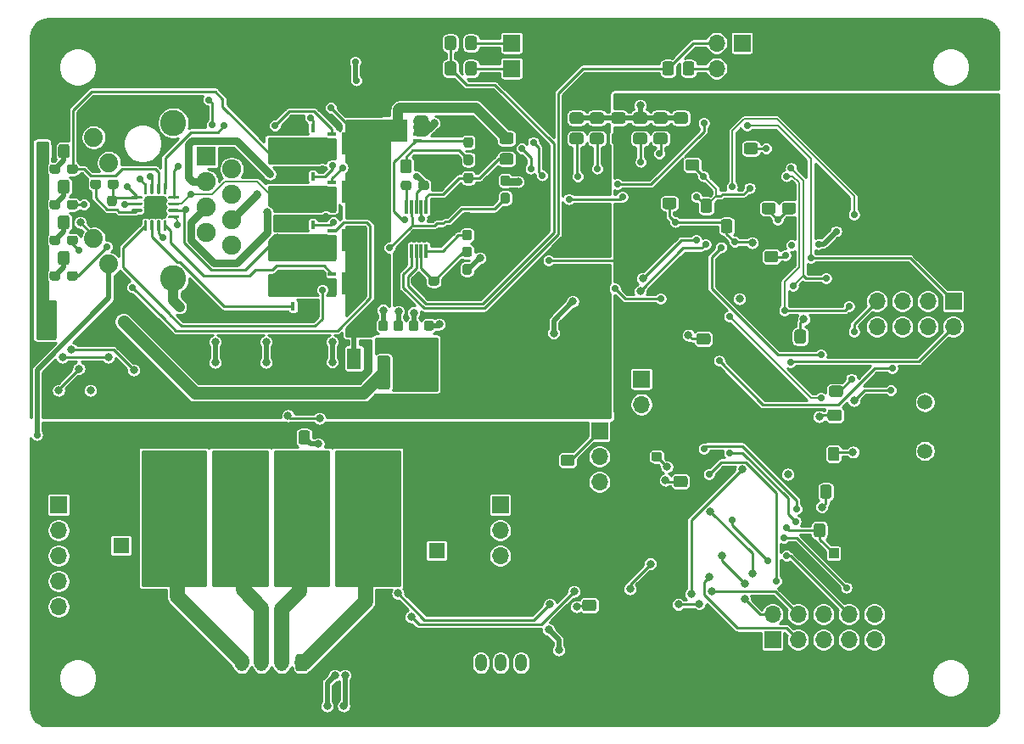
<source format=gbr>
%TF.GenerationSoftware,KiCad,Pcbnew,(5.1.12)-1*%
%TF.CreationDate,2022-03-31T08:37:17-05:00*%
%TF.ProjectId,PoE_Stepper_Driver,506f455f-5374-4657-9070-65725f447269,rev?*%
%TF.SameCoordinates,Original*%
%TF.FileFunction,Copper,L2,Bot*%
%TF.FilePolarity,Positive*%
%FSLAX46Y46*%
G04 Gerber Fmt 4.6, Leading zero omitted, Abs format (unit mm)*
G04 Created by KiCad (PCBNEW (5.1.12)-1) date 2022-03-31 08:37:17*
%MOMM*%
%LPD*%
G01*
G04 APERTURE LIST*
%TA.AperFunction,ComponentPad*%
%ADD10R,1.900000X1.900000*%
%TD*%
%TA.AperFunction,ComponentPad*%
%ADD11C,1.900000*%
%TD*%
%TA.AperFunction,ComponentPad*%
%ADD12C,1.890000*%
%TD*%
%TA.AperFunction,ComponentPad*%
%ADD13C,2.600000*%
%TD*%
%TA.AperFunction,SMDPad,CuDef*%
%ADD14R,1.400000X2.100000*%
%TD*%
%TA.AperFunction,ComponentPad*%
%ADD15O,1.200000X1.750000*%
%TD*%
%TA.AperFunction,ComponentPad*%
%ADD16C,1.500000*%
%TD*%
%TA.AperFunction,SMDPad,CuDef*%
%ADD17R,0.300000X1.400000*%
%TD*%
%TA.AperFunction,SMDPad,CuDef*%
%ADD18R,0.830000X0.400000*%
%TD*%
%TA.AperFunction,SMDPad,CuDef*%
%ADD19R,0.750000X0.400000*%
%TD*%
%TA.AperFunction,SMDPad,CuDef*%
%ADD20R,1.850000X2.250000*%
%TD*%
%TA.AperFunction,SMDPad,CuDef*%
%ADD21R,0.400000X0.750000*%
%TD*%
%TA.AperFunction,SMDPad,CuDef*%
%ADD22R,0.400000X0.830000*%
%TD*%
%TA.AperFunction,SMDPad,CuDef*%
%ADD23R,2.250000X1.850000*%
%TD*%
%TA.AperFunction,ComponentPad*%
%ADD24C,1.600000*%
%TD*%
%TA.AperFunction,ComponentPad*%
%ADD25R,1.600000X1.600000*%
%TD*%
%TA.AperFunction,ComponentPad*%
%ADD26R,1.700000X1.700000*%
%TD*%
%TA.AperFunction,ComponentPad*%
%ADD27O,1.700000X1.700000*%
%TD*%
%TA.AperFunction,SMDPad,CuDef*%
%ADD28R,1.000000X1.000000*%
%TD*%
%TA.AperFunction,ViaPad*%
%ADD29C,0.800000*%
%TD*%
%TA.AperFunction,ViaPad*%
%ADD30C,0.700000*%
%TD*%
%TA.AperFunction,Conductor*%
%ADD31C,0.508000*%
%TD*%
%TA.AperFunction,Conductor*%
%ADD32C,0.254000*%
%TD*%
%TA.AperFunction,Conductor*%
%ADD33C,1.016000*%
%TD*%
%TA.AperFunction,Conductor*%
%ADD34C,0.250000*%
%TD*%
%TA.AperFunction,Conductor*%
%ADD35C,0.203200*%
%TD*%
%TA.AperFunction,Conductor*%
%ADD36C,1.270000*%
%TD*%
%TA.AperFunction,Conductor*%
%ADD37C,0.762000*%
%TD*%
%TA.AperFunction,Conductor*%
%ADD38C,1.524000*%
%TD*%
%TA.AperFunction,Conductor*%
%ADD39C,0.100000*%
%TD*%
G04 APERTURE END LIST*
%TO.P,R40,2*%
%TO.N,GND*%
%TA.AperFunction,SMDPad,CuDef*%
G36*
G01*
X174821000Y-109543001D02*
X174821000Y-108642999D01*
G75*
G02*
X175070999Y-108393000I249999J0D01*
G01*
X175721001Y-108393000D01*
G75*
G02*
X175971000Y-108642999I0J-249999D01*
G01*
X175971000Y-109543001D01*
G75*
G02*
X175721001Y-109793000I-249999J0D01*
G01*
X175070999Y-109793000D01*
G75*
G02*
X174821000Y-109543001I0J249999D01*
G01*
G37*
%TD.AperFunction*%
%TO.P,R40,1*%
%TO.N,Net-(R40-Pad1)*%
%TA.AperFunction,SMDPad,CuDef*%
G36*
G01*
X172771000Y-109543001D02*
X172771000Y-108642999D01*
G75*
G02*
X173020999Y-108393000I249999J0D01*
G01*
X173671001Y-108393000D01*
G75*
G02*
X173921000Y-108642999I0J-249999D01*
G01*
X173921000Y-109543001D01*
G75*
G02*
X173671001Y-109793000I-249999J0D01*
G01*
X173020999Y-109793000D01*
G75*
G02*
X172771000Y-109543001I0J249999D01*
G01*
G37*
%TD.AperFunction*%
%TD*%
D10*
%TO.P,J1,1*%
%TO.N,Net-(J1-Pad1)*%
X112141000Y-71755000D03*
D11*
%TO.P,J1,2*%
%TO.N,Net-(J1-Pad2)*%
X114681000Y-73025000D03*
%TO.P,J1,3*%
%TO.N,Net-(J1-Pad3)*%
X112141000Y-74295000D03*
%TO.P,J1,4*%
%TO.N,Net-(J1-Pad4)*%
X114681000Y-75565000D03*
%TO.P,J1,5*%
%TO.N,Net-(J1-Pad5)*%
X112141000Y-76835000D03*
%TO.P,J1,6*%
%TO.N,Net-(J1-Pad6)*%
X114681000Y-78105000D03*
%TO.P,J1,7*%
%TO.N,Net-(J1-Pad7)*%
X112141000Y-79375000D03*
%TO.P,J1,8*%
%TO.N,Net-(J1-Pad8)*%
X114681000Y-80645000D03*
D12*
%TO.P,J1,12*%
%TO.N,+3V3*%
X102421000Y-82525000D03*
%TO.P,J1,11*%
%TO.N,Net-(J1-Pad11)*%
X100901000Y-79985000D03*
%TO.P,J1,10*%
%TO.N,+3V3*%
X102421000Y-72415000D03*
%TO.P,J1,9*%
%TO.N,Net-(J1-Pad9)*%
X100901000Y-69875000D03*
D13*
%TO.P,J1,*%
%TO.N,*%
X108851000Y-68425000D03*
%TO.P,J1,13*%
%TO.N,GNDPWR*%
X108851000Y-83975000D03*
%TD*%
%TO.P,RT4,1*%
%TO.N,/Ethernet/POE_CT78*%
%TA.AperFunction,SMDPad,CuDef*%
G36*
G01*
X99317000Y-79899500D02*
X99317000Y-80374500D01*
G75*
G02*
X99079500Y-80612000I-237500J0D01*
G01*
X98504500Y-80612000D01*
G75*
G02*
X98267000Y-80374500I0J237500D01*
G01*
X98267000Y-79899500D01*
G75*
G02*
X98504500Y-79662000I237500J0D01*
G01*
X99079500Y-79662000D01*
G75*
G02*
X99317000Y-79899500I0J-237500D01*
G01*
G37*
%TD.AperFunction*%
%TO.P,RT4,2*%
%TO.N,Net-(CT4-Pad1)*%
%TA.AperFunction,SMDPad,CuDef*%
G36*
G01*
X97567000Y-79899500D02*
X97567000Y-80374500D01*
G75*
G02*
X97329500Y-80612000I-237500J0D01*
G01*
X96754500Y-80612000D01*
G75*
G02*
X96517000Y-80374500I0J237500D01*
G01*
X96517000Y-79899500D01*
G75*
G02*
X96754500Y-79662000I237500J0D01*
G01*
X97329500Y-79662000D01*
G75*
G02*
X97567000Y-79899500I0J-237500D01*
G01*
G37*
%TD.AperFunction*%
%TD*%
%TO.P,C5,2*%
%TO.N,VOUT-*%
%TA.AperFunction,SMDPad,CuDef*%
G36*
G01*
X102505500Y-77439000D02*
X102980500Y-77439000D01*
G75*
G02*
X103218000Y-77676500I0J-237500D01*
G01*
X103218000Y-78251500D01*
G75*
G02*
X102980500Y-78489000I-237500J0D01*
G01*
X102505500Y-78489000D01*
G75*
G02*
X102268000Y-78251500I0J237500D01*
G01*
X102268000Y-77676500D01*
G75*
G02*
X102505500Y-77439000I237500J0D01*
G01*
G37*
%TD.AperFunction*%
%TO.P,C5,1*%
%TO.N,/Ethernet/VPORTP*%
%TA.AperFunction,SMDPad,CuDef*%
G36*
G01*
X102505500Y-75689000D02*
X102980500Y-75689000D01*
G75*
G02*
X103218000Y-75926500I0J-237500D01*
G01*
X103218000Y-76501500D01*
G75*
G02*
X102980500Y-76739000I-237500J0D01*
G01*
X102505500Y-76739000D01*
G75*
G02*
X102268000Y-76501500I0J237500D01*
G01*
X102268000Y-75926500D01*
G75*
G02*
X102505500Y-75689000I237500J0D01*
G01*
G37*
%TD.AperFunction*%
%TD*%
%TO.P,C1,1*%
%TO.N,Net-(C1-Pad1)*%
%TA.AperFunction,SMDPad,CuDef*%
G36*
G01*
X138065500Y-73403000D02*
X138540500Y-73403000D01*
G75*
G02*
X138778000Y-73640500I0J-237500D01*
G01*
X138778000Y-74215500D01*
G75*
G02*
X138540500Y-74453000I-237500J0D01*
G01*
X138065500Y-74453000D01*
G75*
G02*
X137828000Y-74215500I0J237500D01*
G01*
X137828000Y-73640500D01*
G75*
G02*
X138065500Y-73403000I237500J0D01*
G01*
G37*
%TD.AperFunction*%
%TO.P,C1,2*%
%TO.N,VOUT-*%
%TA.AperFunction,SMDPad,CuDef*%
G36*
G01*
X138065500Y-75153000D02*
X138540500Y-75153000D01*
G75*
G02*
X138778000Y-75390500I0J-237500D01*
G01*
X138778000Y-75965500D01*
G75*
G02*
X138540500Y-76203000I-237500J0D01*
G01*
X138065500Y-76203000D01*
G75*
G02*
X137828000Y-75965500I0J237500D01*
G01*
X137828000Y-75390500D01*
G75*
G02*
X138065500Y-75153000I237500J0D01*
G01*
G37*
%TD.AperFunction*%
%TD*%
%TO.P,C3,2*%
%TO.N,VOUT-*%
%TA.AperFunction,SMDPad,CuDef*%
G36*
G01*
X133555000Y-73221001D02*
X133555000Y-72320999D01*
G75*
G02*
X133804999Y-72071000I249999J0D01*
G01*
X134455001Y-72071000D01*
G75*
G02*
X134705000Y-72320999I0J-249999D01*
G01*
X134705000Y-73221001D01*
G75*
G02*
X134455001Y-73471000I-249999J0D01*
G01*
X133804999Y-73471000D01*
G75*
G02*
X133555000Y-73221001I0J249999D01*
G01*
G37*
%TD.AperFunction*%
%TO.P,C3,1*%
%TO.N,Net-(C3-Pad1)*%
%TA.AperFunction,SMDPad,CuDef*%
G36*
G01*
X131505000Y-73221001D02*
X131505000Y-72320999D01*
G75*
G02*
X131754999Y-72071000I249999J0D01*
G01*
X132405001Y-72071000D01*
G75*
G02*
X132655000Y-72320999I0J-249999D01*
G01*
X132655000Y-73221001D01*
G75*
G02*
X132405001Y-73471000I-249999J0D01*
G01*
X131754999Y-73471000D01*
G75*
G02*
X131505000Y-73221001I0J249999D01*
G01*
G37*
%TD.AperFunction*%
%TD*%
%TO.P,C7,2*%
%TO.N,GND*%
%TA.AperFunction,SMDPad,CuDef*%
G36*
G01*
X159939117Y-102747967D02*
X159039115Y-102747967D01*
G75*
G02*
X158789116Y-102497968I0J249999D01*
G01*
X158789116Y-101847966D01*
G75*
G02*
X159039115Y-101597967I249999J0D01*
G01*
X159939117Y-101597967D01*
G75*
G02*
X160189116Y-101847966I0J-249999D01*
G01*
X160189116Y-102497968D01*
G75*
G02*
X159939117Y-102747967I-249999J0D01*
G01*
G37*
%TD.AperFunction*%
%TO.P,C7,1*%
%TO.N,+3V3*%
%TA.AperFunction,SMDPad,CuDef*%
G36*
G01*
X159939117Y-104797967D02*
X159039115Y-104797967D01*
G75*
G02*
X158789116Y-104547968I0J249999D01*
G01*
X158789116Y-103897966D01*
G75*
G02*
X159039115Y-103647967I249999J0D01*
G01*
X159939117Y-103647967D01*
G75*
G02*
X160189116Y-103897966I0J-249999D01*
G01*
X160189116Y-104547968D01*
G75*
G02*
X159939117Y-104797967I-249999J0D01*
G01*
G37*
%TD.AperFunction*%
%TD*%
%TO.P,C14,2*%
%TO.N,GND*%
%TA.AperFunction,SMDPad,CuDef*%
G36*
G01*
X149917999Y-118052000D02*
X150818001Y-118052000D01*
G75*
G02*
X151068000Y-118301999I0J-249999D01*
G01*
X151068000Y-118952001D01*
G75*
G02*
X150818001Y-119202000I-249999J0D01*
G01*
X149917999Y-119202000D01*
G75*
G02*
X149668000Y-118952001I0J249999D01*
G01*
X149668000Y-118301999D01*
G75*
G02*
X149917999Y-118052000I249999J0D01*
G01*
G37*
%TD.AperFunction*%
%TO.P,C14,1*%
%TO.N,+3V3*%
%TA.AperFunction,SMDPad,CuDef*%
G36*
G01*
X149917999Y-116002000D02*
X150818001Y-116002000D01*
G75*
G02*
X151068000Y-116251999I0J-249999D01*
G01*
X151068000Y-116902001D01*
G75*
G02*
X150818001Y-117152000I-249999J0D01*
G01*
X149917999Y-117152000D01*
G75*
G02*
X149668000Y-116902001I0J249999D01*
G01*
X149668000Y-116251999D01*
G75*
G02*
X149917999Y-116002000I249999J0D01*
G01*
G37*
%TD.AperFunction*%
%TD*%
%TO.P,C26,1*%
%TO.N,Net-(C26-Pad1)*%
%TA.AperFunction,SMDPad,CuDef*%
G36*
G01*
X161468000Y-77158001D02*
X161468000Y-76257999D01*
G75*
G02*
X161717999Y-76008000I249999J0D01*
G01*
X162368001Y-76008000D01*
G75*
G02*
X162618000Y-76257999I0J-249999D01*
G01*
X162618000Y-77158001D01*
G75*
G02*
X162368001Y-77408000I-249999J0D01*
G01*
X161717999Y-77408000D01*
G75*
G02*
X161468000Y-77158001I0J249999D01*
G01*
G37*
%TD.AperFunction*%
%TO.P,C26,2*%
%TO.N,GND*%
%TA.AperFunction,SMDPad,CuDef*%
G36*
G01*
X163518000Y-77158001D02*
X163518000Y-76257999D01*
G75*
G02*
X163767999Y-76008000I249999J0D01*
G01*
X164418001Y-76008000D01*
G75*
G02*
X164668000Y-76257999I0J-249999D01*
G01*
X164668000Y-77158001D01*
G75*
G02*
X164418001Y-77408000I-249999J0D01*
G01*
X163767999Y-77408000D01*
G75*
G02*
X163518000Y-77158001I0J249999D01*
G01*
G37*
%TD.AperFunction*%
%TD*%
%TO.P,C27,2*%
%TO.N,GND*%
%TA.AperFunction,SMDPad,CuDef*%
G36*
G01*
X168725001Y-75496000D02*
X167824999Y-75496000D01*
G75*
G02*
X167575000Y-75246001I0J249999D01*
G01*
X167575000Y-74595999D01*
G75*
G02*
X167824999Y-74346000I249999J0D01*
G01*
X168725001Y-74346000D01*
G75*
G02*
X168975000Y-74595999I0J-249999D01*
G01*
X168975000Y-75246001D01*
G75*
G02*
X168725001Y-75496000I-249999J0D01*
G01*
G37*
%TD.AperFunction*%
%TO.P,C27,1*%
%TO.N,Net-(C26-Pad1)*%
%TA.AperFunction,SMDPad,CuDef*%
G36*
G01*
X168725001Y-77546000D02*
X167824999Y-77546000D01*
G75*
G02*
X167575000Y-77296001I0J249999D01*
G01*
X167575000Y-76645999D01*
G75*
G02*
X167824999Y-76396000I249999J0D01*
G01*
X168725001Y-76396000D01*
G75*
G02*
X168975000Y-76645999I0J-249999D01*
G01*
X168975000Y-77296001D01*
G75*
G02*
X168725001Y-77546000I-249999J0D01*
G01*
G37*
%TD.AperFunction*%
%TD*%
%TO.P,C28,1*%
%TO.N,Net-(C26-Pad1)*%
%TA.AperFunction,SMDPad,CuDef*%
G36*
G01*
X160204999Y-72060000D02*
X161105001Y-72060000D01*
G75*
G02*
X161355000Y-72309999I0J-249999D01*
G01*
X161355000Y-72960001D01*
G75*
G02*
X161105001Y-73210000I-249999J0D01*
G01*
X160204999Y-73210000D01*
G75*
G02*
X159955000Y-72960001I0J249999D01*
G01*
X159955000Y-72309999D01*
G75*
G02*
X160204999Y-72060000I249999J0D01*
G01*
G37*
%TD.AperFunction*%
%TO.P,C28,2*%
%TO.N,GND*%
%TA.AperFunction,SMDPad,CuDef*%
G36*
G01*
X160204999Y-74110000D02*
X161105001Y-74110000D01*
G75*
G02*
X161355000Y-74359999I0J-249999D01*
G01*
X161355000Y-75010001D01*
G75*
G02*
X161105001Y-75260000I-249999J0D01*
G01*
X160204999Y-75260000D01*
G75*
G02*
X159955000Y-75010001I0J249999D01*
G01*
X159955000Y-74359999D01*
G75*
G02*
X160204999Y-74110000I249999J0D01*
G01*
G37*
%TD.AperFunction*%
%TD*%
%TO.P,C30,1*%
%TO.N,+3V3*%
%TA.AperFunction,SMDPad,CuDef*%
G36*
G01*
X158819001Y-77038000D02*
X157918999Y-77038000D01*
G75*
G02*
X157669000Y-76788001I0J249999D01*
G01*
X157669000Y-76137999D01*
G75*
G02*
X157918999Y-75888000I249999J0D01*
G01*
X158819001Y-75888000D01*
G75*
G02*
X159069000Y-76137999I0J-249999D01*
G01*
X159069000Y-76788001D01*
G75*
G02*
X158819001Y-77038000I-249999J0D01*
G01*
G37*
%TD.AperFunction*%
%TO.P,C30,2*%
%TO.N,GND*%
%TA.AperFunction,SMDPad,CuDef*%
G36*
G01*
X158819001Y-74988000D02*
X157918999Y-74988000D01*
G75*
G02*
X157669000Y-74738001I0J249999D01*
G01*
X157669000Y-74087999D01*
G75*
G02*
X157918999Y-73838000I249999J0D01*
G01*
X158819001Y-73838000D01*
G75*
G02*
X159069000Y-74087999I0J-249999D01*
G01*
X159069000Y-74738001D01*
G75*
G02*
X158819001Y-74988000I-249999J0D01*
G01*
G37*
%TD.AperFunction*%
%TD*%
%TO.P,C31,1*%
%TO.N,+3V3*%
%TA.AperFunction,SMDPad,CuDef*%
G36*
G01*
X166046999Y-70409000D02*
X166947001Y-70409000D01*
G75*
G02*
X167197000Y-70658999I0J-249999D01*
G01*
X167197000Y-71309001D01*
G75*
G02*
X166947001Y-71559000I-249999J0D01*
G01*
X166046999Y-71559000D01*
G75*
G02*
X165797000Y-71309001I0J249999D01*
G01*
X165797000Y-70658999D01*
G75*
G02*
X166046999Y-70409000I249999J0D01*
G01*
G37*
%TD.AperFunction*%
%TO.P,C31,2*%
%TO.N,GND*%
%TA.AperFunction,SMDPad,CuDef*%
G36*
G01*
X166046999Y-72459000D02*
X166947001Y-72459000D01*
G75*
G02*
X167197000Y-72708999I0J-249999D01*
G01*
X167197000Y-73359001D01*
G75*
G02*
X166947001Y-73609000I-249999J0D01*
G01*
X166046999Y-73609000D01*
G75*
G02*
X165797000Y-73359001I0J249999D01*
G01*
X165797000Y-72708999D01*
G75*
G02*
X166046999Y-72459000I249999J0D01*
G01*
G37*
%TD.AperFunction*%
%TD*%
%TO.P,C32,2*%
%TO.N,GND*%
%TA.AperFunction,SMDPad,CuDef*%
G36*
G01*
X165550000Y-79190001D02*
X165550000Y-78289999D01*
G75*
G02*
X165799999Y-78040000I249999J0D01*
G01*
X166450001Y-78040000D01*
G75*
G02*
X166700000Y-78289999I0J-249999D01*
G01*
X166700000Y-79190001D01*
G75*
G02*
X166450001Y-79440000I-249999J0D01*
G01*
X165799999Y-79440000D01*
G75*
G02*
X165550000Y-79190001I0J249999D01*
G01*
G37*
%TD.AperFunction*%
%TO.P,C32,1*%
%TO.N,+3V3*%
%TA.AperFunction,SMDPad,CuDef*%
G36*
G01*
X163500000Y-79190001D02*
X163500000Y-78289999D01*
G75*
G02*
X163749999Y-78040000I249999J0D01*
G01*
X164400001Y-78040000D01*
G75*
G02*
X164650000Y-78289999I0J-249999D01*
G01*
X164650000Y-79190001D01*
G75*
G02*
X164400001Y-79440000I-249999J0D01*
G01*
X163749999Y-79440000D01*
G75*
G02*
X163500000Y-79190001I0J249999D01*
G01*
G37*
%TD.AperFunction*%
%TD*%
%TO.P,C34,2*%
%TO.N,GND*%
%TA.AperFunction,SMDPad,CuDef*%
G36*
G01*
X161325114Y-91464966D02*
X162225116Y-91464966D01*
G75*
G02*
X162475115Y-91714965I0J-249999D01*
G01*
X162475115Y-92364967D01*
G75*
G02*
X162225116Y-92614966I-249999J0D01*
G01*
X161325114Y-92614966D01*
G75*
G02*
X161075115Y-92364967I0J249999D01*
G01*
X161075115Y-91714965D01*
G75*
G02*
X161325114Y-91464966I249999J0D01*
G01*
G37*
%TD.AperFunction*%
%TO.P,C34,1*%
%TO.N,+3V3*%
%TA.AperFunction,SMDPad,CuDef*%
G36*
G01*
X161325114Y-89414966D02*
X162225116Y-89414966D01*
G75*
G02*
X162475115Y-89664965I0J-249999D01*
G01*
X162475115Y-90314967D01*
G75*
G02*
X162225116Y-90564966I-249999J0D01*
G01*
X161325114Y-90564966D01*
G75*
G02*
X161075115Y-90314967I0J249999D01*
G01*
X161075115Y-89664965D01*
G75*
G02*
X161325114Y-89414966I249999J0D01*
G01*
G37*
%TD.AperFunction*%
%TD*%
%TO.P,C35,1*%
%TO.N,+3V3*%
%TA.AperFunction,SMDPad,CuDef*%
G36*
G01*
X170843115Y-90194968D02*
X170843115Y-89294966D01*
G75*
G02*
X171093114Y-89044967I249999J0D01*
G01*
X171743116Y-89044967D01*
G75*
G02*
X171993115Y-89294966I0J-249999D01*
G01*
X171993115Y-90194968D01*
G75*
G02*
X171743116Y-90444967I-249999J0D01*
G01*
X171093114Y-90444967D01*
G75*
G02*
X170843115Y-90194968I0J249999D01*
G01*
G37*
%TD.AperFunction*%
%TO.P,C35,2*%
%TO.N,GND*%
%TA.AperFunction,SMDPad,CuDef*%
G36*
G01*
X172893115Y-90194968D02*
X172893115Y-89294966D01*
G75*
G02*
X173143114Y-89044967I249999J0D01*
G01*
X173793116Y-89044967D01*
G75*
G02*
X174043115Y-89294966I0J-249999D01*
G01*
X174043115Y-90194968D01*
G75*
G02*
X173793116Y-90444967I-249999J0D01*
G01*
X173143114Y-90444967D01*
G75*
G02*
X172893115Y-90194968I0J249999D01*
G01*
G37*
%TD.AperFunction*%
%TD*%
%TO.P,C36,1*%
%TO.N,+3V3*%
%TA.AperFunction,SMDPad,CuDef*%
G36*
G01*
X175433117Y-95789967D02*
X174533115Y-95789967D01*
G75*
G02*
X174283116Y-95539968I0J249999D01*
G01*
X174283116Y-94889966D01*
G75*
G02*
X174533115Y-94639967I249999J0D01*
G01*
X175433117Y-94639967D01*
G75*
G02*
X175683116Y-94889966I0J-249999D01*
G01*
X175683116Y-95539968D01*
G75*
G02*
X175433117Y-95789967I-249999J0D01*
G01*
G37*
%TD.AperFunction*%
%TO.P,C36,2*%
%TO.N,GND*%
%TA.AperFunction,SMDPad,CuDef*%
G36*
G01*
X175433117Y-93739967D02*
X174533115Y-93739967D01*
G75*
G02*
X174283116Y-93489968I0J249999D01*
G01*
X174283116Y-92839966D01*
G75*
G02*
X174533115Y-92589967I249999J0D01*
G01*
X175433117Y-92589967D01*
G75*
G02*
X175683116Y-92839966I0J-249999D01*
G01*
X175683116Y-93489968D01*
G75*
G02*
X175433117Y-93739967I-249999J0D01*
G01*
G37*
%TD.AperFunction*%
%TD*%
%TO.P,C37,2*%
%TO.N,GND*%
%TA.AperFunction,SMDPad,CuDef*%
G36*
G01*
X174406115Y-99084967D02*
X175306117Y-99084967D01*
G75*
G02*
X175556116Y-99334966I0J-249999D01*
G01*
X175556116Y-99984968D01*
G75*
G02*
X175306117Y-100234967I-249999J0D01*
G01*
X174406115Y-100234967D01*
G75*
G02*
X174156116Y-99984968I0J249999D01*
G01*
X174156116Y-99334966D01*
G75*
G02*
X174406115Y-99084967I249999J0D01*
G01*
G37*
%TD.AperFunction*%
%TO.P,C37,1*%
%TO.N,+3V3*%
%TA.AperFunction,SMDPad,CuDef*%
G36*
G01*
X174406115Y-97034967D02*
X175306117Y-97034967D01*
G75*
G02*
X175556116Y-97284966I0J-249999D01*
G01*
X175556116Y-97934968D01*
G75*
G02*
X175306117Y-98184967I-249999J0D01*
G01*
X174406115Y-98184967D01*
G75*
G02*
X174156116Y-97934968I0J249999D01*
G01*
X174156116Y-97284966D01*
G75*
G02*
X174406115Y-97034967I249999J0D01*
G01*
G37*
%TD.AperFunction*%
%TD*%
%TO.P,C38,1*%
%TO.N,+3V3*%
%TA.AperFunction,SMDPad,CuDef*%
G36*
G01*
X174551116Y-104788966D02*
X174551116Y-105688968D01*
G75*
G02*
X174301117Y-105938967I-249999J0D01*
G01*
X173651115Y-105938967D01*
G75*
G02*
X173401116Y-105688968I0J249999D01*
G01*
X173401116Y-104788966D01*
G75*
G02*
X173651115Y-104538967I249999J0D01*
G01*
X174301117Y-104538967D01*
G75*
G02*
X174551116Y-104788966I0J-249999D01*
G01*
G37*
%TD.AperFunction*%
%TO.P,C38,2*%
%TO.N,GND*%
%TA.AperFunction,SMDPad,CuDef*%
G36*
G01*
X172501116Y-104788966D02*
X172501116Y-105688968D01*
G75*
G02*
X172251117Y-105938967I-249999J0D01*
G01*
X171601115Y-105938967D01*
G75*
G02*
X171351116Y-105688968I0J249999D01*
G01*
X171351116Y-104788966D01*
G75*
G02*
X171601115Y-104538967I249999J0D01*
G01*
X172251117Y-104538967D01*
G75*
G02*
X172501116Y-104788966I0J-249999D01*
G01*
G37*
%TD.AperFunction*%
%TD*%
%TO.P,C39,1*%
%TO.N,+3V3*%
%TA.AperFunction,SMDPad,CuDef*%
G36*
G01*
X175336000Y-101022999D02*
X175336000Y-101923001D01*
G75*
G02*
X175086001Y-102173000I-249999J0D01*
G01*
X174435999Y-102173000D01*
G75*
G02*
X174186000Y-101923001I0J249999D01*
G01*
X174186000Y-101022999D01*
G75*
G02*
X174435999Y-100773000I249999J0D01*
G01*
X175086001Y-100773000D01*
G75*
G02*
X175336000Y-101022999I0J-249999D01*
G01*
G37*
%TD.AperFunction*%
%TO.P,C39,2*%
%TO.N,GND*%
%TA.AperFunction,SMDPad,CuDef*%
G36*
G01*
X173286000Y-101022999D02*
X173286000Y-101923001D01*
G75*
G02*
X173036001Y-102173000I-249999J0D01*
G01*
X172385999Y-102173000D01*
G75*
G02*
X172136000Y-101923001I0J249999D01*
G01*
X172136000Y-101022999D01*
G75*
G02*
X172385999Y-100773000I249999J0D01*
G01*
X173036001Y-100773000D01*
G75*
G02*
X173286000Y-101022999I0J-249999D01*
G01*
G37*
%TD.AperFunction*%
%TD*%
%TO.P,CG2,1*%
%TO.N,Net-(CG2-Pad1)*%
%TA.AperFunction,SMDPad,CuDef*%
G36*
G01*
X134955000Y-91894999D02*
X134955000Y-94795001D01*
G75*
G02*
X134705001Y-95045000I-249999J0D01*
G01*
X133904999Y-95045000D01*
G75*
G02*
X133655000Y-94795001I0J249999D01*
G01*
X133655000Y-91894999D01*
G75*
G02*
X133904999Y-91645000I249999J0D01*
G01*
X134705001Y-91645000D01*
G75*
G02*
X134955000Y-91894999I0J-249999D01*
G01*
G37*
%TD.AperFunction*%
%TO.P,CG2,2*%
%TO.N,GNDPWR*%
%TA.AperFunction,SMDPad,CuDef*%
G36*
G01*
X130505000Y-91894999D02*
X130505000Y-94795001D01*
G75*
G02*
X130255001Y-95045000I-249999J0D01*
G01*
X129454999Y-95045000D01*
G75*
G02*
X129205000Y-94795001I0J249999D01*
G01*
X129205000Y-91894999D01*
G75*
G02*
X129454999Y-91645000I249999J0D01*
G01*
X130255001Y-91645000D01*
G75*
G02*
X130505000Y-91894999I0J-249999D01*
G01*
G37*
%TD.AperFunction*%
%TD*%
%TO.P,CT1,2*%
%TO.N,Net-(CG1-Pad1)*%
%TA.AperFunction,SMDPad,CuDef*%
G36*
G01*
X96460000Y-70796999D02*
X96460000Y-71697001D01*
G75*
G02*
X96210001Y-71947000I-249999J0D01*
G01*
X95559999Y-71947000D01*
G75*
G02*
X95310000Y-71697001I0J249999D01*
G01*
X95310000Y-70796999D01*
G75*
G02*
X95559999Y-70547000I249999J0D01*
G01*
X96210001Y-70547000D01*
G75*
G02*
X96460000Y-70796999I0J-249999D01*
G01*
G37*
%TD.AperFunction*%
%TO.P,CT1,1*%
%TO.N,Net-(CT1-Pad1)*%
%TA.AperFunction,SMDPad,CuDef*%
G36*
G01*
X98510000Y-70796999D02*
X98510000Y-71697001D01*
G75*
G02*
X98260001Y-71947000I-249999J0D01*
G01*
X97609999Y-71947000D01*
G75*
G02*
X97360000Y-71697001I0J249999D01*
G01*
X97360000Y-70796999D01*
G75*
G02*
X97609999Y-70547000I249999J0D01*
G01*
X98260001Y-70547000D01*
G75*
G02*
X98510000Y-70796999I0J-249999D01*
G01*
G37*
%TD.AperFunction*%
%TD*%
%TO.P,CT2,1*%
%TO.N,Net-(CT2-Pad1)*%
%TA.AperFunction,SMDPad,CuDef*%
G36*
G01*
X98501000Y-74352999D02*
X98501000Y-75253001D01*
G75*
G02*
X98251001Y-75503000I-249999J0D01*
G01*
X97600999Y-75503000D01*
G75*
G02*
X97351000Y-75253001I0J249999D01*
G01*
X97351000Y-74352999D01*
G75*
G02*
X97600999Y-74103000I249999J0D01*
G01*
X98251001Y-74103000D01*
G75*
G02*
X98501000Y-74352999I0J-249999D01*
G01*
G37*
%TD.AperFunction*%
%TO.P,CT2,2*%
%TO.N,Net-(CG1-Pad1)*%
%TA.AperFunction,SMDPad,CuDef*%
G36*
G01*
X96451000Y-74352999D02*
X96451000Y-75253001D01*
G75*
G02*
X96201001Y-75503000I-249999J0D01*
G01*
X95550999Y-75503000D01*
G75*
G02*
X95301000Y-75253001I0J249999D01*
G01*
X95301000Y-74352999D01*
G75*
G02*
X95550999Y-74103000I249999J0D01*
G01*
X96201001Y-74103000D01*
G75*
G02*
X96451000Y-74352999I0J-249999D01*
G01*
G37*
%TD.AperFunction*%
%TD*%
%TO.P,CT3,1*%
%TO.N,Net-(CT3-Pad1)*%
%TA.AperFunction,SMDPad,CuDef*%
G36*
G01*
X98501000Y-81464999D02*
X98501000Y-82365001D01*
G75*
G02*
X98251001Y-82615000I-249999J0D01*
G01*
X97600999Y-82615000D01*
G75*
G02*
X97351000Y-82365001I0J249999D01*
G01*
X97351000Y-81464999D01*
G75*
G02*
X97600999Y-81215000I249999J0D01*
G01*
X98251001Y-81215000D01*
G75*
G02*
X98501000Y-81464999I0J-249999D01*
G01*
G37*
%TD.AperFunction*%
%TO.P,CT3,2*%
%TO.N,Net-(CG1-Pad1)*%
%TA.AperFunction,SMDPad,CuDef*%
G36*
G01*
X96451000Y-81464999D02*
X96451000Y-82365001D01*
G75*
G02*
X96201001Y-82615000I-249999J0D01*
G01*
X95550999Y-82615000D01*
G75*
G02*
X95301000Y-82365001I0J249999D01*
G01*
X95301000Y-81464999D01*
G75*
G02*
X95550999Y-81215000I249999J0D01*
G01*
X96201001Y-81215000D01*
G75*
G02*
X96451000Y-81464999I0J-249999D01*
G01*
G37*
%TD.AperFunction*%
%TD*%
%TO.P,CT4,2*%
%TO.N,Net-(CG1-Pad1)*%
%TA.AperFunction,SMDPad,CuDef*%
G36*
G01*
X96451000Y-77908999D02*
X96451000Y-78809001D01*
G75*
G02*
X96201001Y-79059000I-249999J0D01*
G01*
X95550999Y-79059000D01*
G75*
G02*
X95301000Y-78809001I0J249999D01*
G01*
X95301000Y-77908999D01*
G75*
G02*
X95550999Y-77659000I249999J0D01*
G01*
X96201001Y-77659000D01*
G75*
G02*
X96451000Y-77908999I0J-249999D01*
G01*
G37*
%TD.AperFunction*%
%TO.P,CT4,1*%
%TO.N,Net-(CT4-Pad1)*%
%TA.AperFunction,SMDPad,CuDef*%
G36*
G01*
X98501000Y-77908999D02*
X98501000Y-78809001D01*
G75*
G02*
X98251001Y-79059000I-249999J0D01*
G01*
X97600999Y-79059000D01*
G75*
G02*
X97351000Y-78809001I0J249999D01*
G01*
X97351000Y-77908999D01*
G75*
G02*
X97600999Y-77659000I249999J0D01*
G01*
X98251001Y-77659000D01*
G75*
G02*
X98501000Y-77908999I0J-249999D01*
G01*
G37*
%TD.AperFunction*%
%TD*%
D14*
%TO.P,D2,2*%
%TO.N,VOUT-*%
X122514000Y-91948000D03*
%TO.P,D2,1*%
%TO.N,/Ethernet/VPORTP*%
X126914000Y-91948000D03*
%TD*%
%TO.P,J2,1*%
%TO.N,Net-(J2-Pad1)*%
%TA.AperFunction,ComponentPad*%
G36*
G01*
X122266000Y-121675999D02*
X122266000Y-122926001D01*
G75*
G02*
X122016001Y-123176000I-249999J0D01*
G01*
X121315999Y-123176000D01*
G75*
G02*
X121066000Y-122926001I0J249999D01*
G01*
X121066000Y-121675999D01*
G75*
G02*
X121315999Y-121426000I249999J0D01*
G01*
X122016001Y-121426000D01*
G75*
G02*
X122266000Y-121675999I0J-249999D01*
G01*
G37*
%TD.AperFunction*%
D15*
%TO.P,J2,2*%
%TO.N,Net-(J2-Pad2)*%
X119666000Y-122301000D03*
%TO.P,J2,3*%
%TO.N,Net-(J2-Pad3)*%
X117666000Y-122301000D03*
%TO.P,J2,4*%
%TO.N,Net-(J2-Pad4)*%
X115666000Y-122301000D03*
%TD*%
%TO.P,R4,1*%
%TO.N,Net-(JP1-Pad1)*%
%TA.AperFunction,SMDPad,CuDef*%
G36*
G01*
X139141000Y-60001999D02*
X139141000Y-60902001D01*
G75*
G02*
X138891001Y-61152000I-249999J0D01*
G01*
X138240999Y-61152000D01*
G75*
G02*
X137991000Y-60902001I0J249999D01*
G01*
X137991000Y-60001999D01*
G75*
G02*
X138240999Y-59752000I249999J0D01*
G01*
X138891001Y-59752000D01*
G75*
G02*
X139141000Y-60001999I0J-249999D01*
G01*
G37*
%TD.AperFunction*%
%TO.P,R4,2*%
%TO.N,/Ethernet/RCLASS*%
%TA.AperFunction,SMDPad,CuDef*%
G36*
G01*
X137091000Y-60001999D02*
X137091000Y-60902001D01*
G75*
G02*
X136841001Y-61152000I-249999J0D01*
G01*
X136190999Y-61152000D01*
G75*
G02*
X135941000Y-60902001I0J249999D01*
G01*
X135941000Y-60001999D01*
G75*
G02*
X136190999Y-59752000I249999J0D01*
G01*
X136841001Y-59752000D01*
G75*
G02*
X137091000Y-60001999I0J-249999D01*
G01*
G37*
%TD.AperFunction*%
%TD*%
%TO.P,R5,2*%
%TO.N,/Ethernet/RCLASS*%
%TA.AperFunction,SMDPad,CuDef*%
G36*
G01*
X137091000Y-62541999D02*
X137091000Y-63442001D01*
G75*
G02*
X136841001Y-63692000I-249999J0D01*
G01*
X136190999Y-63692000D01*
G75*
G02*
X135941000Y-63442001I0J249999D01*
G01*
X135941000Y-62541999D01*
G75*
G02*
X136190999Y-62292000I249999J0D01*
G01*
X136841001Y-62292000D01*
G75*
G02*
X137091000Y-62541999I0J-249999D01*
G01*
G37*
%TD.AperFunction*%
%TO.P,R5,1*%
%TO.N,Net-(JP3-Pad1)*%
%TA.AperFunction,SMDPad,CuDef*%
G36*
G01*
X139141000Y-62541999D02*
X139141000Y-63442001D01*
G75*
G02*
X138891001Y-63692000I-249999J0D01*
G01*
X138240999Y-63692000D01*
G75*
G02*
X137991000Y-63442001I0J249999D01*
G01*
X137991000Y-62541999D01*
G75*
G02*
X138240999Y-62292000I249999J0D01*
G01*
X138891001Y-62292000D01*
G75*
G02*
X139141000Y-62541999I0J-249999D01*
G01*
G37*
%TD.AperFunction*%
%TD*%
%TO.P,R6,1*%
%TO.N,/Ethernet/RCLASS++*%
%TA.AperFunction,SMDPad,CuDef*%
G36*
G01*
X157658000Y-63442001D02*
X157658000Y-62541999D01*
G75*
G02*
X157907999Y-62292000I249999J0D01*
G01*
X158558001Y-62292000D01*
G75*
G02*
X158808000Y-62541999I0J-249999D01*
G01*
X158808000Y-63442001D01*
G75*
G02*
X158558001Y-63692000I-249999J0D01*
G01*
X157907999Y-63692000D01*
G75*
G02*
X157658000Y-63442001I0J249999D01*
G01*
G37*
%TD.AperFunction*%
%TO.P,R6,2*%
%TO.N,Net-(JP4-Pad2)*%
%TA.AperFunction,SMDPad,CuDef*%
G36*
G01*
X159708000Y-63442001D02*
X159708000Y-62541999D01*
G75*
G02*
X159957999Y-62292000I249999J0D01*
G01*
X160608001Y-62292000D01*
G75*
G02*
X160858000Y-62541999I0J-249999D01*
G01*
X160858000Y-63442001D01*
G75*
G02*
X160608001Y-63692000I-249999J0D01*
G01*
X159957999Y-63692000D01*
G75*
G02*
X159708000Y-63442001I0J249999D01*
G01*
G37*
%TD.AperFunction*%
%TD*%
%TO.P,R9,2*%
%TO.N,Net-(R10-Pad1)*%
%TA.AperFunction,SMDPad,CuDef*%
G36*
G01*
X138413500Y-81819000D02*
X137938500Y-81819000D01*
G75*
G02*
X137701000Y-81581500I0J237500D01*
G01*
X137701000Y-81006500D01*
G75*
G02*
X137938500Y-80769000I237500J0D01*
G01*
X138413500Y-80769000D01*
G75*
G02*
X138651000Y-81006500I0J-237500D01*
G01*
X138651000Y-81581500D01*
G75*
G02*
X138413500Y-81819000I-237500J0D01*
G01*
G37*
%TD.AperFunction*%
%TO.P,R9,1*%
%TO.N,Net-(D1-Pad2)*%
%TA.AperFunction,SMDPad,CuDef*%
G36*
G01*
X138413500Y-83569000D02*
X137938500Y-83569000D01*
G75*
G02*
X137701000Y-83331500I0J237500D01*
G01*
X137701000Y-82756500D01*
G75*
G02*
X137938500Y-82519000I237500J0D01*
G01*
X138413500Y-82519000D01*
G75*
G02*
X138651000Y-82756500I0J-237500D01*
G01*
X138651000Y-83331500D01*
G75*
G02*
X138413500Y-83569000I-237500J0D01*
G01*
G37*
%TD.AperFunction*%
%TD*%
%TO.P,R10,1*%
%TO.N,Net-(R10-Pad1)*%
%TA.AperFunction,SMDPad,CuDef*%
G36*
G01*
X135385000Y-83963500D02*
X135385000Y-84438500D01*
G75*
G02*
X135147500Y-84676000I-237500J0D01*
G01*
X134572500Y-84676000D01*
G75*
G02*
X134335000Y-84438500I0J237500D01*
G01*
X134335000Y-83963500D01*
G75*
G02*
X134572500Y-83726000I237500J0D01*
G01*
X135147500Y-83726000D01*
G75*
G02*
X135385000Y-83963500I0J-237500D01*
G01*
G37*
%TD.AperFunction*%
%TO.P,R10,2*%
%TO.N,VOUT-*%
%TA.AperFunction,SMDPad,CuDef*%
G36*
G01*
X133635000Y-83963500D02*
X133635000Y-84438500D01*
G75*
G02*
X133397500Y-84676000I-237500J0D01*
G01*
X132822500Y-84676000D01*
G75*
G02*
X132585000Y-84438500I0J237500D01*
G01*
X132585000Y-83963500D01*
G75*
G02*
X132822500Y-83726000I237500J0D01*
G01*
X133397500Y-83726000D01*
G75*
G02*
X133635000Y-83963500I0J-237500D01*
G01*
G37*
%TD.AperFunction*%
%TD*%
%TO.P,R11,2*%
%TO.N,VOUT-*%
%TA.AperFunction,SMDPad,CuDef*%
G36*
G01*
X138413500Y-78404000D02*
X137938500Y-78404000D01*
G75*
G02*
X137701000Y-78166500I0J237500D01*
G01*
X137701000Y-77591500D01*
G75*
G02*
X137938500Y-77354000I237500J0D01*
G01*
X138413500Y-77354000D01*
G75*
G02*
X138651000Y-77591500I0J-237500D01*
G01*
X138651000Y-78166500D01*
G75*
G02*
X138413500Y-78404000I-237500J0D01*
G01*
G37*
%TD.AperFunction*%
%TO.P,R11,1*%
%TO.N,Net-(R11-Pad1)*%
%TA.AperFunction,SMDPad,CuDef*%
G36*
G01*
X138413500Y-80154000D02*
X137938500Y-80154000D01*
G75*
G02*
X137701000Y-79916500I0J237500D01*
G01*
X137701000Y-79341500D01*
G75*
G02*
X137938500Y-79104000I237500J0D01*
G01*
X138413500Y-79104000D01*
G75*
G02*
X138651000Y-79341500I0J-237500D01*
G01*
X138651000Y-79916500D01*
G75*
G02*
X138413500Y-80154000I-237500J0D01*
G01*
G37*
%TD.AperFunction*%
%TD*%
%TO.P,R12,2*%
%TO.N,Net-(C1-Pad1)*%
%TA.AperFunction,SMDPad,CuDef*%
G36*
G01*
X141662999Y-71443000D02*
X142563001Y-71443000D01*
G75*
G02*
X142813000Y-71692999I0J-249999D01*
G01*
X142813000Y-72343001D01*
G75*
G02*
X142563001Y-72593000I-249999J0D01*
G01*
X141662999Y-72593000D01*
G75*
G02*
X141413000Y-72343001I0J249999D01*
G01*
X141413000Y-71692999D01*
G75*
G02*
X141662999Y-71443000I249999J0D01*
G01*
G37*
%TD.AperFunction*%
%TO.P,R12,1*%
%TO.N,/Ethernet/VPORTP*%
%TA.AperFunction,SMDPad,CuDef*%
G36*
G01*
X141662999Y-69393000D02*
X142563001Y-69393000D01*
G75*
G02*
X142813000Y-69642999I0J-249999D01*
G01*
X142813000Y-70293001D01*
G75*
G02*
X142563001Y-70543000I-249999J0D01*
G01*
X141662999Y-70543000D01*
G75*
G02*
X141413000Y-70293001I0J249999D01*
G01*
X141413000Y-69642999D01*
G75*
G02*
X141662999Y-69393000I249999J0D01*
G01*
G37*
%TD.AperFunction*%
%TD*%
%TO.P,R13,1*%
%TO.N,Net-(Q1-Pad4)*%
%TA.AperFunction,SMDPad,CuDef*%
G36*
G01*
X138065500Y-69847000D02*
X138540500Y-69847000D01*
G75*
G02*
X138778000Y-70084500I0J-237500D01*
G01*
X138778000Y-70659500D01*
G75*
G02*
X138540500Y-70897000I-237500J0D01*
G01*
X138065500Y-70897000D01*
G75*
G02*
X137828000Y-70659500I0J237500D01*
G01*
X137828000Y-70084500D01*
G75*
G02*
X138065500Y-69847000I237500J0D01*
G01*
G37*
%TD.AperFunction*%
%TO.P,R13,2*%
%TO.N,Net-(C3-Pad1)*%
%TA.AperFunction,SMDPad,CuDef*%
G36*
G01*
X138065500Y-71597000D02*
X138540500Y-71597000D01*
G75*
G02*
X138778000Y-71834500I0J-237500D01*
G01*
X138778000Y-72409500D01*
G75*
G02*
X138540500Y-72647000I-237500J0D01*
G01*
X138065500Y-72647000D01*
G75*
G02*
X137828000Y-72409500I0J237500D01*
G01*
X137828000Y-71834500D01*
G75*
G02*
X138065500Y-71597000I237500J0D01*
G01*
G37*
%TD.AperFunction*%
%TD*%
%TO.P,R14,2*%
%TO.N,PWRGD*%
%TA.AperFunction,SMDPad,CuDef*%
G36*
G01*
X141748500Y-75407000D02*
X142223500Y-75407000D01*
G75*
G02*
X142461000Y-75644500I0J-237500D01*
G01*
X142461000Y-76219500D01*
G75*
G02*
X142223500Y-76457000I-237500J0D01*
G01*
X141748500Y-76457000D01*
G75*
G02*
X141511000Y-76219500I0J237500D01*
G01*
X141511000Y-75644500D01*
G75*
G02*
X141748500Y-75407000I237500J0D01*
G01*
G37*
%TD.AperFunction*%
%TO.P,R14,1*%
%TO.N,VOUT+*%
%TA.AperFunction,SMDPad,CuDef*%
G36*
G01*
X141748500Y-73657000D02*
X142223500Y-73657000D01*
G75*
G02*
X142461000Y-73894500I0J-237500D01*
G01*
X142461000Y-74469500D01*
G75*
G02*
X142223500Y-74707000I-237500J0D01*
G01*
X141748500Y-74707000D01*
G75*
G02*
X141511000Y-74469500I0J237500D01*
G01*
X141511000Y-73894500D01*
G75*
G02*
X141748500Y-73657000I237500J0D01*
G01*
G37*
%TD.AperFunction*%
%TD*%
%TO.P,R15,1*%
%TO.N,VOUT+*%
%TA.AperFunction,SMDPad,CuDef*%
G36*
G01*
X134369000Y-74438500D02*
X134369000Y-74913500D01*
G75*
G02*
X134131500Y-75151000I-237500J0D01*
G01*
X133556500Y-75151000D01*
G75*
G02*
X133319000Y-74913500I0J237500D01*
G01*
X133319000Y-74438500D01*
G75*
G02*
X133556500Y-74201000I237500J0D01*
G01*
X134131500Y-74201000D01*
G75*
G02*
X134369000Y-74438500I0J-237500D01*
G01*
G37*
%TD.AperFunction*%
%TO.P,R15,2*%
%TO.N,Net-(R15-Pad2)*%
%TA.AperFunction,SMDPad,CuDef*%
G36*
G01*
X132619000Y-74438500D02*
X132619000Y-74913500D01*
G75*
G02*
X132381500Y-75151000I-237500J0D01*
G01*
X131806500Y-75151000D01*
G75*
G02*
X131569000Y-74913500I0J237500D01*
G01*
X131569000Y-74438500D01*
G75*
G02*
X131806500Y-74201000I237500J0D01*
G01*
X132381500Y-74201000D01*
G75*
G02*
X132619000Y-74438500I0J-237500D01*
G01*
G37*
%TD.AperFunction*%
%TD*%
%TO.P,R18,1*%
%TO.N,/Ethernet/VPORTP*%
%TA.AperFunction,SMDPad,CuDef*%
G36*
G01*
X103381000Y-74311500D02*
X103381000Y-74786500D01*
G75*
G02*
X103143500Y-75024000I-237500J0D01*
G01*
X102568500Y-75024000D01*
G75*
G02*
X102331000Y-74786500I0J237500D01*
G01*
X102331000Y-74311500D01*
G75*
G02*
X102568500Y-74074000I237500J0D01*
G01*
X103143500Y-74074000D01*
G75*
G02*
X103381000Y-74311500I0J-237500D01*
G01*
G37*
%TD.AperFunction*%
%TO.P,R18,2*%
%TO.N,Net-(R18-Pad2)*%
%TA.AperFunction,SMDPad,CuDef*%
G36*
G01*
X101631000Y-74311500D02*
X101631000Y-74786500D01*
G75*
G02*
X101393500Y-75024000I-237500J0D01*
G01*
X100818500Y-75024000D01*
G75*
G02*
X100581000Y-74786500I0J237500D01*
G01*
X100581000Y-74311500D01*
G75*
G02*
X100818500Y-74074000I237500J0D01*
G01*
X101393500Y-74074000D01*
G75*
G02*
X101631000Y-74311500I0J-237500D01*
G01*
G37*
%TD.AperFunction*%
%TD*%
%TO.P,RT1,2*%
%TO.N,Net-(CT1-Pad1)*%
%TA.AperFunction,SMDPad,CuDef*%
G36*
G01*
X97567000Y-72787500D02*
X97567000Y-73262500D01*
G75*
G02*
X97329500Y-73500000I-237500J0D01*
G01*
X96754500Y-73500000D01*
G75*
G02*
X96517000Y-73262500I0J237500D01*
G01*
X96517000Y-72787500D01*
G75*
G02*
X96754500Y-72550000I237500J0D01*
G01*
X97329500Y-72550000D01*
G75*
G02*
X97567000Y-72787500I0J-237500D01*
G01*
G37*
%TD.AperFunction*%
%TO.P,RT1,1*%
%TO.N,/Ethernet/POE_CT12*%
%TA.AperFunction,SMDPad,CuDef*%
G36*
G01*
X99317000Y-72787500D02*
X99317000Y-73262500D01*
G75*
G02*
X99079500Y-73500000I-237500J0D01*
G01*
X98504500Y-73500000D01*
G75*
G02*
X98267000Y-73262500I0J237500D01*
G01*
X98267000Y-72787500D01*
G75*
G02*
X98504500Y-72550000I237500J0D01*
G01*
X99079500Y-72550000D01*
G75*
G02*
X99317000Y-72787500I0J-237500D01*
G01*
G37*
%TD.AperFunction*%
%TD*%
%TO.P,RT2,1*%
%TO.N,/Ethernet/POE_CT36*%
%TA.AperFunction,SMDPad,CuDef*%
G36*
G01*
X99317000Y-76343500D02*
X99317000Y-76818500D01*
G75*
G02*
X99079500Y-77056000I-237500J0D01*
G01*
X98504500Y-77056000D01*
G75*
G02*
X98267000Y-76818500I0J237500D01*
G01*
X98267000Y-76343500D01*
G75*
G02*
X98504500Y-76106000I237500J0D01*
G01*
X99079500Y-76106000D01*
G75*
G02*
X99317000Y-76343500I0J-237500D01*
G01*
G37*
%TD.AperFunction*%
%TO.P,RT2,2*%
%TO.N,Net-(CT2-Pad1)*%
%TA.AperFunction,SMDPad,CuDef*%
G36*
G01*
X97567000Y-76343500D02*
X97567000Y-76818500D01*
G75*
G02*
X97329500Y-77056000I-237500J0D01*
G01*
X96754500Y-77056000D01*
G75*
G02*
X96517000Y-76818500I0J237500D01*
G01*
X96517000Y-76343500D01*
G75*
G02*
X96754500Y-76106000I237500J0D01*
G01*
X97329500Y-76106000D01*
G75*
G02*
X97567000Y-76343500I0J-237500D01*
G01*
G37*
%TD.AperFunction*%
%TD*%
%TO.P,RT3,2*%
%TO.N,Net-(CT3-Pad1)*%
%TA.AperFunction,SMDPad,CuDef*%
G36*
G01*
X97567000Y-83455500D02*
X97567000Y-83930500D01*
G75*
G02*
X97329500Y-84168000I-237500J0D01*
G01*
X96754500Y-84168000D01*
G75*
G02*
X96517000Y-83930500I0J237500D01*
G01*
X96517000Y-83455500D01*
G75*
G02*
X96754500Y-83218000I237500J0D01*
G01*
X97329500Y-83218000D01*
G75*
G02*
X97567000Y-83455500I0J-237500D01*
G01*
G37*
%TD.AperFunction*%
%TO.P,RT3,1*%
%TO.N,/Ethernet/POE_CT45*%
%TA.AperFunction,SMDPad,CuDef*%
G36*
G01*
X99317000Y-83455500D02*
X99317000Y-83930500D01*
G75*
G02*
X99079500Y-84168000I-237500J0D01*
G01*
X98504500Y-84168000D01*
G75*
G02*
X98267000Y-83930500I0J237500D01*
G01*
X98267000Y-83455500D01*
G75*
G02*
X98504500Y-83218000I237500J0D01*
G01*
X99079500Y-83218000D01*
G75*
G02*
X99317000Y-83455500I0J-237500D01*
G01*
G37*
%TD.AperFunction*%
%TD*%
%TO.P,RT5,2*%
%TO.N,Net-(CG2-Pad1)*%
%TA.AperFunction,SMDPad,CuDef*%
G36*
G01*
X134128500Y-89885000D02*
X134603500Y-89885000D01*
G75*
G02*
X134841000Y-90122500I0J-237500D01*
G01*
X134841000Y-90697500D01*
G75*
G02*
X134603500Y-90935000I-237500J0D01*
G01*
X134128500Y-90935000D01*
G75*
G02*
X133891000Y-90697500I0J237500D01*
G01*
X133891000Y-90122500D01*
G75*
G02*
X134128500Y-89885000I237500J0D01*
G01*
G37*
%TD.AperFunction*%
%TO.P,RT5,1*%
%TO.N,Net-(RT5-Pad1)*%
%TA.AperFunction,SMDPad,CuDef*%
G36*
G01*
X134128500Y-88135000D02*
X134603500Y-88135000D01*
G75*
G02*
X134841000Y-88372500I0J-237500D01*
G01*
X134841000Y-88947500D01*
G75*
G02*
X134603500Y-89185000I-237500J0D01*
G01*
X134128500Y-89185000D01*
G75*
G02*
X133891000Y-88947500I0J237500D01*
G01*
X133891000Y-88372500D01*
G75*
G02*
X134128500Y-88135000I237500J0D01*
G01*
G37*
%TD.AperFunction*%
%TD*%
%TO.P,RT6,1*%
%TO.N,Net-(RT6-Pad1)*%
%TA.AperFunction,SMDPad,CuDef*%
G36*
G01*
X132604500Y-88149000D02*
X133079500Y-88149000D01*
G75*
G02*
X133317000Y-88386500I0J-237500D01*
G01*
X133317000Y-88961500D01*
G75*
G02*
X133079500Y-89199000I-237500J0D01*
G01*
X132604500Y-89199000D01*
G75*
G02*
X132367000Y-88961500I0J237500D01*
G01*
X132367000Y-88386500D01*
G75*
G02*
X132604500Y-88149000I237500J0D01*
G01*
G37*
%TD.AperFunction*%
%TO.P,RT6,2*%
%TO.N,Net-(CG2-Pad1)*%
%TA.AperFunction,SMDPad,CuDef*%
G36*
G01*
X132604500Y-89899000D02*
X133079500Y-89899000D01*
G75*
G02*
X133317000Y-90136500I0J-237500D01*
G01*
X133317000Y-90711500D01*
G75*
G02*
X133079500Y-90949000I-237500J0D01*
G01*
X132604500Y-90949000D01*
G75*
G02*
X132367000Y-90711500I0J237500D01*
G01*
X132367000Y-90136500D01*
G75*
G02*
X132604500Y-89899000I237500J0D01*
G01*
G37*
%TD.AperFunction*%
%TD*%
%TO.P,RT7,2*%
%TO.N,Net-(CG2-Pad1)*%
%TA.AperFunction,SMDPad,CuDef*%
G36*
G01*
X131080500Y-89899000D02*
X131555500Y-89899000D01*
G75*
G02*
X131793000Y-90136500I0J-237500D01*
G01*
X131793000Y-90711500D01*
G75*
G02*
X131555500Y-90949000I-237500J0D01*
G01*
X131080500Y-90949000D01*
G75*
G02*
X130843000Y-90711500I0J237500D01*
G01*
X130843000Y-90136500D01*
G75*
G02*
X131080500Y-89899000I237500J0D01*
G01*
G37*
%TD.AperFunction*%
%TO.P,RT7,1*%
%TO.N,Net-(RT7-Pad1)*%
%TA.AperFunction,SMDPad,CuDef*%
G36*
G01*
X131080500Y-88149000D02*
X131555500Y-88149000D01*
G75*
G02*
X131793000Y-88386500I0J-237500D01*
G01*
X131793000Y-88961500D01*
G75*
G02*
X131555500Y-89199000I-237500J0D01*
G01*
X131080500Y-89199000D01*
G75*
G02*
X130843000Y-88961500I0J237500D01*
G01*
X130843000Y-88386500D01*
G75*
G02*
X131080500Y-88149000I237500J0D01*
G01*
G37*
%TD.AperFunction*%
%TD*%
%TO.P,RT8,1*%
%TO.N,Net-(RT8-Pad1)*%
%TA.AperFunction,SMDPad,CuDef*%
G36*
G01*
X129556500Y-88149000D02*
X130031500Y-88149000D01*
G75*
G02*
X130269000Y-88386500I0J-237500D01*
G01*
X130269000Y-88961500D01*
G75*
G02*
X130031500Y-89199000I-237500J0D01*
G01*
X129556500Y-89199000D01*
G75*
G02*
X129319000Y-88961500I0J237500D01*
G01*
X129319000Y-88386500D01*
G75*
G02*
X129556500Y-88149000I237500J0D01*
G01*
G37*
%TD.AperFunction*%
%TO.P,RT8,2*%
%TO.N,Net-(CG2-Pad1)*%
%TA.AperFunction,SMDPad,CuDef*%
G36*
G01*
X129556500Y-89899000D02*
X130031500Y-89899000D01*
G75*
G02*
X130269000Y-90136500I0J-237500D01*
G01*
X130269000Y-90711500D01*
G75*
G02*
X130031500Y-90949000I-237500J0D01*
G01*
X129556500Y-90949000D01*
G75*
G02*
X129319000Y-90711500I0J237500D01*
G01*
X129319000Y-90136500D01*
G75*
G02*
X129556500Y-89899000I237500J0D01*
G01*
G37*
%TD.AperFunction*%
%TD*%
%TO.P,U1,17*%
%TO.N,VOUT-*%
%TA.AperFunction,SMDPad,CuDef*%
G36*
G01*
X108136000Y-76009999D02*
X108136000Y-77660001D01*
G75*
G02*
X107886001Y-77910000I-249999J0D01*
G01*
X106235999Y-77910000D01*
G75*
G02*
X105986000Y-77660001I0J249999D01*
G01*
X105986000Y-76009999D01*
G75*
G02*
X106235999Y-75760000I249999J0D01*
G01*
X107886001Y-75760000D01*
G75*
G02*
X108136000Y-76009999I0J-249999D01*
G01*
G37*
%TD.AperFunction*%
%TO.P,U1,1*%
%TO.N,/Ethernet/TG36*%
%TA.AperFunction,SMDPad,CuDef*%
G36*
G01*
X109436000Y-75785000D02*
X109436000Y-75935000D01*
G75*
G02*
X109361000Y-76010000I-75000J0D01*
G01*
X108436000Y-76010000D01*
G75*
G02*
X108361000Y-75935000I0J75000D01*
G01*
X108361000Y-75785000D01*
G75*
G02*
X108436000Y-75710000I75000J0D01*
G01*
X109361000Y-75710000D01*
G75*
G02*
X109436000Y-75785000I0J-75000D01*
G01*
G37*
%TD.AperFunction*%
%TO.P,U1,2*%
%TO.N,/Ethernet/POE_CT36*%
%TA.AperFunction,SMDPad,CuDef*%
G36*
G01*
X109436000Y-76435000D02*
X109436000Y-76585000D01*
G75*
G02*
X109361000Y-76660000I-75000J0D01*
G01*
X108436000Y-76660000D01*
G75*
G02*
X108361000Y-76585000I0J75000D01*
G01*
X108361000Y-76435000D01*
G75*
G02*
X108436000Y-76360000I75000J0D01*
G01*
X109361000Y-76360000D01*
G75*
G02*
X109436000Y-76435000I0J-75000D01*
G01*
G37*
%TD.AperFunction*%
%TO.P,U1,3*%
%TO.N,/Ethernet/POE_CT45*%
%TA.AperFunction,SMDPad,CuDef*%
G36*
G01*
X109436000Y-77085000D02*
X109436000Y-77235000D01*
G75*
G02*
X109361000Y-77310000I-75000J0D01*
G01*
X108436000Y-77310000D01*
G75*
G02*
X108361000Y-77235000I0J75000D01*
G01*
X108361000Y-77085000D01*
G75*
G02*
X108436000Y-77010000I75000J0D01*
G01*
X109361000Y-77010000D01*
G75*
G02*
X109436000Y-77085000I0J-75000D01*
G01*
G37*
%TD.AperFunction*%
%TO.P,U1,4*%
%TO.N,/Ethernet/TG45*%
%TA.AperFunction,SMDPad,CuDef*%
G36*
G01*
X109436000Y-77735000D02*
X109436000Y-77885000D01*
G75*
G02*
X109361000Y-77960000I-75000J0D01*
G01*
X108436000Y-77960000D01*
G75*
G02*
X108361000Y-77885000I0J75000D01*
G01*
X108361000Y-77735000D01*
G75*
G02*
X108436000Y-77660000I75000J0D01*
G01*
X109361000Y-77660000D01*
G75*
G02*
X109436000Y-77735000I0J-75000D01*
G01*
G37*
%TD.AperFunction*%
%TO.P,U1,5*%
%TO.N,/Ethernet/TG78*%
%TA.AperFunction,SMDPad,CuDef*%
G36*
G01*
X108186000Y-78210000D02*
X108186000Y-79135000D01*
G75*
G02*
X108111000Y-79210000I-75000J0D01*
G01*
X107961000Y-79210000D01*
G75*
G02*
X107886000Y-79135000I0J75000D01*
G01*
X107886000Y-78210000D01*
G75*
G02*
X107961000Y-78135000I75000J0D01*
G01*
X108111000Y-78135000D01*
G75*
G02*
X108186000Y-78210000I0J-75000D01*
G01*
G37*
%TD.AperFunction*%
%TO.P,U1,6*%
%TO.N,/Ethernet/POE_CT78*%
%TA.AperFunction,SMDPad,CuDef*%
G36*
G01*
X107536000Y-78210000D02*
X107536000Y-79135000D01*
G75*
G02*
X107461000Y-79210000I-75000J0D01*
G01*
X107311000Y-79210000D01*
G75*
G02*
X107236000Y-79135000I0J75000D01*
G01*
X107236000Y-78210000D01*
G75*
G02*
X107311000Y-78135000I75000J0D01*
G01*
X107461000Y-78135000D01*
G75*
G02*
X107536000Y-78210000I0J-75000D01*
G01*
G37*
%TD.AperFunction*%
%TO.P,U1,7*%
%TO.N,/Ethernet/BG78*%
%TA.AperFunction,SMDPad,CuDef*%
G36*
G01*
X106886000Y-78210000D02*
X106886000Y-79135000D01*
G75*
G02*
X106811000Y-79210000I-75000J0D01*
G01*
X106661000Y-79210000D01*
G75*
G02*
X106586000Y-79135000I0J75000D01*
G01*
X106586000Y-78210000D01*
G75*
G02*
X106661000Y-78135000I75000J0D01*
G01*
X106811000Y-78135000D01*
G75*
G02*
X106886000Y-78210000I0J-75000D01*
G01*
G37*
%TD.AperFunction*%
%TO.P,U1,8*%
%TO.N,/Ethernet/BG45*%
%TA.AperFunction,SMDPad,CuDef*%
G36*
G01*
X106236000Y-78210000D02*
X106236000Y-79135000D01*
G75*
G02*
X106161000Y-79210000I-75000J0D01*
G01*
X106011000Y-79210000D01*
G75*
G02*
X105936000Y-79135000I0J75000D01*
G01*
X105936000Y-78210000D01*
G75*
G02*
X106011000Y-78135000I75000J0D01*
G01*
X106161000Y-78135000D01*
G75*
G02*
X106236000Y-78210000I0J-75000D01*
G01*
G37*
%TD.AperFunction*%
%TO.P,U1,9*%
%TO.N,VOUT-*%
%TA.AperFunction,SMDPad,CuDef*%
G36*
G01*
X105761000Y-77735000D02*
X105761000Y-77885000D01*
G75*
G02*
X105686000Y-77960000I-75000J0D01*
G01*
X104761000Y-77960000D01*
G75*
G02*
X104686000Y-77885000I0J75000D01*
G01*
X104686000Y-77735000D01*
G75*
G02*
X104761000Y-77660000I75000J0D01*
G01*
X105686000Y-77660000D01*
G75*
G02*
X105761000Y-77735000I0J-75000D01*
G01*
G37*
%TD.AperFunction*%
%TO.P,U1,10*%
%TO.N,Net-(R18-Pad2)*%
%TA.AperFunction,SMDPad,CuDef*%
G36*
G01*
X105761000Y-77085000D02*
X105761000Y-77235000D01*
G75*
G02*
X105686000Y-77310000I-75000J0D01*
G01*
X104761000Y-77310000D01*
G75*
G02*
X104686000Y-77235000I0J75000D01*
G01*
X104686000Y-77085000D01*
G75*
G02*
X104761000Y-77010000I75000J0D01*
G01*
X105686000Y-77010000D01*
G75*
G02*
X105761000Y-77085000I0J-75000D01*
G01*
G37*
%TD.AperFunction*%
%TO.P,U1,11*%
%TO.N,PWRGD*%
%TA.AperFunction,SMDPad,CuDef*%
G36*
G01*
X105761000Y-76435000D02*
X105761000Y-76585000D01*
G75*
G02*
X105686000Y-76660000I-75000J0D01*
G01*
X104761000Y-76660000D01*
G75*
G02*
X104686000Y-76585000I0J75000D01*
G01*
X104686000Y-76435000D01*
G75*
G02*
X104761000Y-76360000I75000J0D01*
G01*
X105686000Y-76360000D01*
G75*
G02*
X105761000Y-76435000I0J-75000D01*
G01*
G37*
%TD.AperFunction*%
%TO.P,U1,12*%
%TO.N,/Ethernet/VPORTP*%
%TA.AperFunction,SMDPad,CuDef*%
G36*
G01*
X105761000Y-75785000D02*
X105761000Y-75935000D01*
G75*
G02*
X105686000Y-76010000I-75000J0D01*
G01*
X104761000Y-76010000D01*
G75*
G02*
X104686000Y-75935000I0J75000D01*
G01*
X104686000Y-75785000D01*
G75*
G02*
X104761000Y-75710000I75000J0D01*
G01*
X105686000Y-75710000D01*
G75*
G02*
X105761000Y-75785000I0J-75000D01*
G01*
G37*
%TD.AperFunction*%
%TO.P,U1,13*%
%TO.N,/Ethernet/BG36*%
%TA.AperFunction,SMDPad,CuDef*%
G36*
G01*
X106236000Y-74535000D02*
X106236000Y-75460000D01*
G75*
G02*
X106161000Y-75535000I-75000J0D01*
G01*
X106011000Y-75535000D01*
G75*
G02*
X105936000Y-75460000I0J75000D01*
G01*
X105936000Y-74535000D01*
G75*
G02*
X106011000Y-74460000I75000J0D01*
G01*
X106161000Y-74460000D01*
G75*
G02*
X106236000Y-74535000I0J-75000D01*
G01*
G37*
%TD.AperFunction*%
%TO.P,U1,14*%
%TO.N,/Ethernet/BG12*%
%TA.AperFunction,SMDPad,CuDef*%
G36*
G01*
X106886000Y-74535000D02*
X106886000Y-75460000D01*
G75*
G02*
X106811000Y-75535000I-75000J0D01*
G01*
X106661000Y-75535000D01*
G75*
G02*
X106586000Y-75460000I0J75000D01*
G01*
X106586000Y-74535000D01*
G75*
G02*
X106661000Y-74460000I75000J0D01*
G01*
X106811000Y-74460000D01*
G75*
G02*
X106886000Y-74535000I0J-75000D01*
G01*
G37*
%TD.AperFunction*%
%TO.P,U1,15*%
%TO.N,/Ethernet/POE_CT12*%
%TA.AperFunction,SMDPad,CuDef*%
G36*
G01*
X107536000Y-74535000D02*
X107536000Y-75460000D01*
G75*
G02*
X107461000Y-75535000I-75000J0D01*
G01*
X107311000Y-75535000D01*
G75*
G02*
X107236000Y-75460000I0J75000D01*
G01*
X107236000Y-74535000D01*
G75*
G02*
X107311000Y-74460000I75000J0D01*
G01*
X107461000Y-74460000D01*
G75*
G02*
X107536000Y-74535000I0J-75000D01*
G01*
G37*
%TD.AperFunction*%
%TO.P,U1,16*%
%TO.N,/Ethernet/TG12*%
%TA.AperFunction,SMDPad,CuDef*%
G36*
G01*
X108186000Y-74535000D02*
X108186000Y-75460000D01*
G75*
G02*
X108111000Y-75535000I-75000J0D01*
G01*
X107961000Y-75535000D01*
G75*
G02*
X107886000Y-75460000I0J75000D01*
G01*
X107886000Y-74535000D01*
G75*
G02*
X107961000Y-74460000I75000J0D01*
G01*
X108111000Y-74460000D01*
G75*
G02*
X108186000Y-74535000I0J-75000D01*
G01*
G37*
%TD.AperFunction*%
%TD*%
D16*
%TO.P,Y1,1*%
%TO.N,Net-(C12-Pad1)*%
X183873115Y-101174967D03*
%TO.P,Y1,2*%
%TO.N,Net-(C6-Pad1)*%
X183873115Y-96294967D03*
%TD*%
D17*
%TO.P,U2,1*%
%TO.N,Net-(R11-Pad1)*%
X134096000Y-81194000D03*
%TO.P,U2,2*%
%TO.N,Net-(R10-Pad1)*%
X133596000Y-81194000D03*
%TO.P,U2,3*%
%TO.N,/Ethernet/RCLASS*%
X133096000Y-81194000D03*
%TO.P,U2,4*%
%TO.N,/Ethernet/RCLASS++*%
X132596000Y-81194000D03*
%TO.P,U2,5*%
%TO.N,VOUT-*%
X132096000Y-81194000D03*
%TO.P,U2,6*%
%TO.N,Net-(R15-Pad2)*%
X132096000Y-76794000D03*
%TO.P,U2,7*%
%TO.N,PWRGD*%
X132596000Y-76794000D03*
%TO.P,U2,8*%
%TO.N,VOUT+*%
X133096000Y-76794000D03*
%TO.P,U2,9*%
%TO.N,Net-(Q1-Pad4)*%
X133596000Y-76794000D03*
%TO.P,U2,10*%
%TO.N,Net-(C1-Pad1)*%
X134096000Y-76794000D03*
%TD*%
D18*
%TO.P,Q1,4*%
%TO.N,Net-(Q1-Pad4)*%
X133234000Y-70190000D03*
D19*
%TO.P,Q1,5*%
%TO.N,/Ethernet/VPORTP*%
X130124000Y-69540000D03*
D20*
X131294000Y-69215000D03*
D18*
%TO.P,Q1,3*%
%TO.N,VOUT+*%
X133234000Y-69540000D03*
%TO.P,Q1,1*%
X133234000Y-68240000D03*
%TO.P,Q1,2*%
X133234000Y-68890000D03*
D19*
%TO.P,Q1,5*%
%TO.N,/Ethernet/VPORTP*%
X130124000Y-68890000D03*
X130124000Y-70190000D03*
X130124000Y-68240000D03*
%TD*%
%TO.P,Q3,5*%
%TO.N,/Ethernet/VPORTP*%
X127813000Y-81112000D03*
X127813000Y-79162000D03*
X127813000Y-80462000D03*
D18*
%TO.P,Q3,2*%
%TO.N,/Ethernet/POE_CT45*%
X124703000Y-80462000D03*
%TO.P,Q3,1*%
X124703000Y-81112000D03*
%TO.P,Q3,3*%
X124703000Y-79812000D03*
D20*
%TO.P,Q3,5*%
%TO.N,/Ethernet/VPORTP*%
X126643000Y-80137000D03*
D19*
X127813000Y-79812000D03*
D18*
%TO.P,Q3,4*%
%TO.N,/Ethernet/TG45*%
X124703000Y-79162000D03*
%TD*%
D21*
%TO.P,Q4,5*%
%TO.N,/Ethernet/POE_CT45*%
X120818000Y-81712000D03*
X122768000Y-81712000D03*
X121468000Y-81712000D03*
D22*
%TO.P,Q4,2*%
%TO.N,VOUT-*%
X121468000Y-78602000D03*
%TO.P,Q4,1*%
X120818000Y-78602000D03*
%TO.P,Q4,3*%
X122118000Y-78602000D03*
D23*
%TO.P,Q4,5*%
%TO.N,/Ethernet/POE_CT45*%
X121793000Y-80542000D03*
D21*
X122118000Y-81712000D03*
D22*
%TO.P,Q4,4*%
%TO.N,/Ethernet/BG45*%
X122768000Y-78602000D03*
%TD*%
D18*
%TO.P,Q5,4*%
%TO.N,/Ethernet/TG36*%
X124703000Y-74336000D03*
D19*
%TO.P,Q5,5*%
%TO.N,/Ethernet/VPORTP*%
X127813000Y-74986000D03*
D20*
X126643000Y-75311000D03*
D18*
%TO.P,Q5,3*%
%TO.N,/Ethernet/POE_CT36*%
X124703000Y-74986000D03*
%TO.P,Q5,1*%
X124703000Y-76286000D03*
%TO.P,Q5,2*%
X124703000Y-75636000D03*
D19*
%TO.P,Q5,5*%
%TO.N,/Ethernet/VPORTP*%
X127813000Y-75636000D03*
X127813000Y-74336000D03*
X127813000Y-76286000D03*
%TD*%
D22*
%TO.P,Q6,4*%
%TO.N,/Ethernet/BG36*%
X122768000Y-73776000D03*
D21*
%TO.P,Q6,5*%
%TO.N,/Ethernet/POE_CT36*%
X122118000Y-76886000D03*
D23*
X121793000Y-75716000D03*
D22*
%TO.P,Q6,3*%
%TO.N,VOUT-*%
X122118000Y-73776000D03*
%TO.P,Q6,1*%
X120818000Y-73776000D03*
%TO.P,Q6,2*%
X121468000Y-73776000D03*
D21*
%TO.P,Q6,5*%
%TO.N,/Ethernet/POE_CT36*%
X121468000Y-76886000D03*
X122768000Y-76886000D03*
X120818000Y-76886000D03*
%TD*%
D19*
%TO.P,Q7,5*%
%TO.N,/Ethernet/VPORTP*%
X127813000Y-71460000D03*
X127813000Y-69510000D03*
X127813000Y-70810000D03*
D18*
%TO.P,Q7,2*%
%TO.N,/Ethernet/POE_CT12*%
X124703000Y-70810000D03*
%TO.P,Q7,1*%
X124703000Y-71460000D03*
%TO.P,Q7,3*%
X124703000Y-70160000D03*
D20*
%TO.P,Q7,5*%
%TO.N,/Ethernet/VPORTP*%
X126643000Y-70485000D03*
D19*
X127813000Y-70160000D03*
D18*
%TO.P,Q7,4*%
%TO.N,/Ethernet/TG12*%
X124703000Y-69510000D03*
%TD*%
D21*
%TO.P,Q8,5*%
%TO.N,/Ethernet/POE_CT12*%
X120818000Y-72060000D03*
X122768000Y-72060000D03*
X121468000Y-72060000D03*
D22*
%TO.P,Q8,2*%
%TO.N,VOUT-*%
X121468000Y-68950000D03*
%TO.P,Q8,1*%
X120818000Y-68950000D03*
%TO.P,Q8,3*%
X122118000Y-68950000D03*
D23*
%TO.P,Q8,5*%
%TO.N,/Ethernet/POE_CT12*%
X121793000Y-70890000D03*
D21*
X122118000Y-72060000D03*
D22*
%TO.P,Q8,4*%
%TO.N,/Ethernet/BG12*%
X122768000Y-68950000D03*
%TD*%
D18*
%TO.P,Q9,4*%
%TO.N,/Ethernet/TG78*%
X124703000Y-83480000D03*
D19*
%TO.P,Q9,5*%
%TO.N,/Ethernet/VPORTP*%
X127813000Y-84130000D03*
D20*
X126643000Y-84455000D03*
D18*
%TO.P,Q9,3*%
%TO.N,/Ethernet/POE_CT78*%
X124703000Y-84130000D03*
%TO.P,Q9,1*%
X124703000Y-85430000D03*
%TO.P,Q9,2*%
X124703000Y-84780000D03*
D19*
%TO.P,Q9,5*%
%TO.N,/Ethernet/VPORTP*%
X127813000Y-84780000D03*
X127813000Y-83480000D03*
X127813000Y-85430000D03*
%TD*%
D21*
%TO.P,Q10,5*%
%TO.N,/Ethernet/POE_CT78*%
X122768000Y-83642000D03*
X120818000Y-83642000D03*
X122118000Y-83642000D03*
D22*
%TO.P,Q10,2*%
%TO.N,VOUT-*%
X122118000Y-86752000D03*
%TO.P,Q10,1*%
X122768000Y-86752000D03*
%TO.P,Q10,3*%
X121468000Y-86752000D03*
D23*
%TO.P,Q10,5*%
%TO.N,/Ethernet/POE_CT78*%
X121793000Y-84812000D03*
D21*
X121468000Y-83642000D03*
D22*
%TO.P,Q10,4*%
%TO.N,/Ethernet/BG78*%
X120818000Y-86752000D03*
%TD*%
D24*
%TO.P,C19,2*%
%TO.N,GND*%
X135128000Y-114625000D03*
D25*
%TO.P,C19,1*%
%TO.N,+12V*%
X135128000Y-111125000D03*
%TD*%
%TO.P,C21,1*%
%TO.N,+12V*%
X103632000Y-110617000D03*
D24*
%TO.P,C21,2*%
%TO.N,GND*%
X103632000Y-114117000D03*
%TD*%
%TO.P,C23,2*%
%TO.N,Net-(C23-Pad2)*%
%TA.AperFunction,SMDPad,CuDef*%
G36*
G01*
X121354000Y-100272001D02*
X121354000Y-99371999D01*
G75*
G02*
X121603999Y-99122000I249999J0D01*
G01*
X122254001Y-99122000D01*
G75*
G02*
X122504000Y-99371999I0J-249999D01*
G01*
X122504000Y-100272001D01*
G75*
G02*
X122254001Y-100522000I-249999J0D01*
G01*
X121603999Y-100522000D01*
G75*
G02*
X121354000Y-100272001I0J249999D01*
G01*
G37*
%TD.AperFunction*%
%TO.P,C23,1*%
%TO.N,GND*%
%TA.AperFunction,SMDPad,CuDef*%
G36*
G01*
X119304000Y-100272001D02*
X119304000Y-99371999D01*
G75*
G02*
X119553999Y-99122000I249999J0D01*
G01*
X120204001Y-99122000D01*
G75*
G02*
X120454000Y-99371999I0J-249999D01*
G01*
X120454000Y-100272001D01*
G75*
G02*
X120204001Y-100522000I-249999J0D01*
G01*
X119553999Y-100522000D01*
G75*
G02*
X119304000Y-100272001I0J249999D01*
G01*
G37*
%TD.AperFunction*%
%TD*%
%TO.P,C24,1*%
%TO.N,+3V3*%
%TA.AperFunction,SMDPad,CuDef*%
G36*
G01*
X159061999Y-67361000D02*
X159962001Y-67361000D01*
G75*
G02*
X160212000Y-67610999I0J-249999D01*
G01*
X160212000Y-68261001D01*
G75*
G02*
X159962001Y-68511000I-249999J0D01*
G01*
X159061999Y-68511000D01*
G75*
G02*
X158812000Y-68261001I0J249999D01*
G01*
X158812000Y-67610999D01*
G75*
G02*
X159061999Y-67361000I249999J0D01*
G01*
G37*
%TD.AperFunction*%
%TO.P,C24,2*%
%TO.N,GND*%
%TA.AperFunction,SMDPad,CuDef*%
G36*
G01*
X159061999Y-69411000D02*
X159962001Y-69411000D01*
G75*
G02*
X160212000Y-69660999I0J-249999D01*
G01*
X160212000Y-70311001D01*
G75*
G02*
X159962001Y-70561000I-249999J0D01*
G01*
X159061999Y-70561000D01*
G75*
G02*
X158812000Y-70311001I0J249999D01*
G01*
X158812000Y-69660999D01*
G75*
G02*
X159061999Y-69411000I249999J0D01*
G01*
G37*
%TD.AperFunction*%
%TD*%
%TO.P,C25,2*%
%TO.N,GND*%
%TA.AperFunction,SMDPad,CuDef*%
G36*
G01*
X152838999Y-69411000D02*
X153739001Y-69411000D01*
G75*
G02*
X153989000Y-69660999I0J-249999D01*
G01*
X153989000Y-70311001D01*
G75*
G02*
X153739001Y-70561000I-249999J0D01*
G01*
X152838999Y-70561000D01*
G75*
G02*
X152589000Y-70311001I0J249999D01*
G01*
X152589000Y-69660999D01*
G75*
G02*
X152838999Y-69411000I249999J0D01*
G01*
G37*
%TD.AperFunction*%
%TO.P,C25,1*%
%TO.N,+3V3*%
%TA.AperFunction,SMDPad,CuDef*%
G36*
G01*
X152838999Y-67361000D02*
X153739001Y-67361000D01*
G75*
G02*
X153989000Y-67610999I0J-249999D01*
G01*
X153989000Y-68261001D01*
G75*
G02*
X153739001Y-68511000I-249999J0D01*
G01*
X152838999Y-68511000D01*
G75*
G02*
X152589000Y-68261001I0J249999D01*
G01*
X152589000Y-67610999D01*
G75*
G02*
X152838999Y-67361000I249999J0D01*
G01*
G37*
%TD.AperFunction*%
%TD*%
%TO.P,C29,2*%
%TO.N,GND*%
%TA.AperFunction,SMDPad,CuDef*%
G36*
G01*
X170757001Y-75496000D02*
X169856999Y-75496000D01*
G75*
G02*
X169607000Y-75246001I0J249999D01*
G01*
X169607000Y-74595999D01*
G75*
G02*
X169856999Y-74346000I249999J0D01*
G01*
X170757001Y-74346000D01*
G75*
G02*
X171007000Y-74595999I0J-249999D01*
G01*
X171007000Y-75246001D01*
G75*
G02*
X170757001Y-75496000I-249999J0D01*
G01*
G37*
%TD.AperFunction*%
%TO.P,C29,1*%
%TO.N,Net-(C26-Pad1)*%
%TA.AperFunction,SMDPad,CuDef*%
G36*
G01*
X170757001Y-77546000D02*
X169856999Y-77546000D01*
G75*
G02*
X169607000Y-77296001I0J249999D01*
G01*
X169607000Y-76645999D01*
G75*
G02*
X169856999Y-76396000I249999J0D01*
G01*
X170757001Y-76396000D01*
G75*
G02*
X171007000Y-76645999I0J-249999D01*
G01*
X171007000Y-77296001D01*
G75*
G02*
X170757001Y-77546000I-249999J0D01*
G01*
G37*
%TD.AperFunction*%
%TD*%
%TO.P,C33,2*%
%TO.N,GND*%
%TA.AperFunction,SMDPad,CuDef*%
G36*
G01*
X168979001Y-80313000D02*
X168078999Y-80313000D01*
G75*
G02*
X167829000Y-80063001I0J249999D01*
G01*
X167829000Y-79412999D01*
G75*
G02*
X168078999Y-79163000I249999J0D01*
G01*
X168979001Y-79163000D01*
G75*
G02*
X169229000Y-79412999I0J-249999D01*
G01*
X169229000Y-80063001D01*
G75*
G02*
X168979001Y-80313000I-249999J0D01*
G01*
G37*
%TD.AperFunction*%
%TO.P,C33,1*%
%TO.N,+3V3*%
%TA.AperFunction,SMDPad,CuDef*%
G36*
G01*
X168979001Y-82363000D02*
X168078999Y-82363000D01*
G75*
G02*
X167829000Y-82113001I0J249999D01*
G01*
X167829000Y-81462999D01*
G75*
G02*
X168078999Y-81213000I249999J0D01*
G01*
X168979001Y-81213000D01*
G75*
G02*
X169229000Y-81462999I0J-249999D01*
G01*
X169229000Y-82113001D01*
G75*
G02*
X168979001Y-82363000I-249999J0D01*
G01*
G37*
%TD.AperFunction*%
%TD*%
%TO.P,J3,1*%
%TO.N,GND*%
%TA.AperFunction,ComponentPad*%
G36*
G01*
X146142000Y-121675999D02*
X146142000Y-122926001D01*
G75*
G02*
X145892001Y-123176000I-249999J0D01*
G01*
X145191999Y-123176000D01*
G75*
G02*
X144942000Y-122926001I0J249999D01*
G01*
X144942000Y-121675999D01*
G75*
G02*
X145191999Y-121426000I249999J0D01*
G01*
X145892001Y-121426000D01*
G75*
G02*
X146142000Y-121675999I0J-249999D01*
G01*
G37*
%TD.AperFunction*%
D15*
%TO.P,J3,2*%
%TO.N,+12V*%
X143542000Y-122301000D03*
%TO.P,J3,3*%
%TO.N,Net-(J3-Pad3)*%
X141542000Y-122301000D03*
%TO.P,J3,4*%
%TO.N,Net-(J3-Pad4)*%
X139542000Y-122301000D03*
%TD*%
D26*
%TO.P,JP1,1*%
%TO.N,Net-(JP1-Pad1)*%
X142621000Y-60452000D03*
D27*
%TO.P,JP1,2*%
%TO.N,VOUT-*%
X145161000Y-60452000D03*
%TD*%
D26*
%TO.P,JP2,1*%
%TO.N,Net-(JP2-Pad1)*%
X165608000Y-60452000D03*
D27*
%TO.P,JP2,2*%
%TO.N,/Ethernet/RCLASS++*%
X163068000Y-60452000D03*
%TD*%
%TO.P,JP3,2*%
%TO.N,VOUT-*%
X145161000Y-62992000D03*
D26*
%TO.P,JP3,1*%
%TO.N,Net-(JP3-Pad1)*%
X142621000Y-62992000D03*
%TD*%
D27*
%TO.P,JP4,2*%
%TO.N,Net-(JP4-Pad2)*%
X163068000Y-62992000D03*
D26*
%TO.P,JP4,1*%
%TO.N,VOUT-*%
X165608000Y-62992000D03*
%TD*%
%TO.P,R21,1*%
%TO.N,+3V3*%
%TA.AperFunction,SMDPad,CuDef*%
G36*
G01*
X150679999Y-67361000D02*
X151580001Y-67361000D01*
G75*
G02*
X151830000Y-67610999I0J-249999D01*
G01*
X151830000Y-68261001D01*
G75*
G02*
X151580001Y-68511000I-249999J0D01*
G01*
X150679999Y-68511000D01*
G75*
G02*
X150430000Y-68261001I0J249999D01*
G01*
X150430000Y-67610999D01*
G75*
G02*
X150679999Y-67361000I249999J0D01*
G01*
G37*
%TD.AperFunction*%
%TO.P,R21,2*%
%TO.N,/Ethernet/TX-*%
%TA.AperFunction,SMDPad,CuDef*%
G36*
G01*
X150679999Y-69411000D02*
X151580001Y-69411000D01*
G75*
G02*
X151830000Y-69660999I0J-249999D01*
G01*
X151830000Y-70311001D01*
G75*
G02*
X151580001Y-70561000I-249999J0D01*
G01*
X150679999Y-70561000D01*
G75*
G02*
X150430000Y-70311001I0J249999D01*
G01*
X150430000Y-69660999D01*
G75*
G02*
X150679999Y-69411000I249999J0D01*
G01*
G37*
%TD.AperFunction*%
%TD*%
%TO.P,R22,2*%
%TO.N,/Ethernet/RX+*%
%TA.AperFunction,SMDPad,CuDef*%
G36*
G01*
X157029999Y-69411000D02*
X157930001Y-69411000D01*
G75*
G02*
X158180000Y-69660999I0J-249999D01*
G01*
X158180000Y-70311001D01*
G75*
G02*
X157930001Y-70561000I-249999J0D01*
G01*
X157029999Y-70561000D01*
G75*
G02*
X156780000Y-70311001I0J249999D01*
G01*
X156780000Y-69660999D01*
G75*
G02*
X157029999Y-69411000I249999J0D01*
G01*
G37*
%TD.AperFunction*%
%TO.P,R22,1*%
%TO.N,+3V3*%
%TA.AperFunction,SMDPad,CuDef*%
G36*
G01*
X157029999Y-67361000D02*
X157930001Y-67361000D01*
G75*
G02*
X158180000Y-67610999I0J-249999D01*
G01*
X158180000Y-68261001D01*
G75*
G02*
X157930001Y-68511000I-249999J0D01*
G01*
X157029999Y-68511000D01*
G75*
G02*
X156780000Y-68261001I0J249999D01*
G01*
X156780000Y-67610999D01*
G75*
G02*
X157029999Y-67361000I249999J0D01*
G01*
G37*
%TD.AperFunction*%
%TD*%
%TO.P,R33,1*%
%TO.N,+3V3*%
%TA.AperFunction,SMDPad,CuDef*%
G36*
G01*
X148647999Y-67361000D02*
X149548001Y-67361000D01*
G75*
G02*
X149798000Y-67610999I0J-249999D01*
G01*
X149798000Y-68261001D01*
G75*
G02*
X149548001Y-68511000I-249999J0D01*
G01*
X148647999Y-68511000D01*
G75*
G02*
X148398000Y-68261001I0J249999D01*
G01*
X148398000Y-67610999D01*
G75*
G02*
X148647999Y-67361000I249999J0D01*
G01*
G37*
%TD.AperFunction*%
%TO.P,R33,2*%
%TO.N,/Ethernet/TX+*%
%TA.AperFunction,SMDPad,CuDef*%
G36*
G01*
X148647999Y-69411000D02*
X149548001Y-69411000D01*
G75*
G02*
X149798000Y-69660999I0J-249999D01*
G01*
X149798000Y-70311001D01*
G75*
G02*
X149548001Y-70561000I-249999J0D01*
G01*
X148647999Y-70561000D01*
G75*
G02*
X148398000Y-70311001I0J249999D01*
G01*
X148398000Y-69660999D01*
G75*
G02*
X148647999Y-69411000I249999J0D01*
G01*
G37*
%TD.AperFunction*%
%TD*%
%TO.P,R34,1*%
%TO.N,+3V3*%
%TA.AperFunction,SMDPad,CuDef*%
G36*
G01*
X154997999Y-67361000D02*
X155898001Y-67361000D01*
G75*
G02*
X156148000Y-67610999I0J-249999D01*
G01*
X156148000Y-68261001D01*
G75*
G02*
X155898001Y-68511000I-249999J0D01*
G01*
X154997999Y-68511000D01*
G75*
G02*
X154748000Y-68261001I0J249999D01*
G01*
X154748000Y-67610999D01*
G75*
G02*
X154997999Y-67361000I249999J0D01*
G01*
G37*
%TD.AperFunction*%
%TO.P,R34,2*%
%TO.N,/Ethernet/RX-*%
%TA.AperFunction,SMDPad,CuDef*%
G36*
G01*
X154997999Y-69411000D02*
X155898001Y-69411000D01*
G75*
G02*
X156148000Y-69660999I0J-249999D01*
G01*
X156148000Y-70311001D01*
G75*
G02*
X155898001Y-70561000I-249999J0D01*
G01*
X154997999Y-70561000D01*
G75*
G02*
X154748000Y-70311001I0J249999D01*
G01*
X154748000Y-69660999D01*
G75*
G02*
X154997999Y-69411000I249999J0D01*
G01*
G37*
%TD.AperFunction*%
%TD*%
%TO.P,C42,2*%
%TO.N,GND*%
%TA.AperFunction,SMDPad,CuDef*%
G36*
G01*
X147758999Y-103574000D02*
X148659001Y-103574000D01*
G75*
G02*
X148909000Y-103823999I0J-249999D01*
G01*
X148909000Y-104474001D01*
G75*
G02*
X148659001Y-104724000I-249999J0D01*
G01*
X147758999Y-104724000D01*
G75*
G02*
X147509000Y-104474001I0J249999D01*
G01*
X147509000Y-103823999D01*
G75*
G02*
X147758999Y-103574000I249999J0D01*
G01*
G37*
%TD.AperFunction*%
%TO.P,C42,1*%
%TO.N,+3V3*%
%TA.AperFunction,SMDPad,CuDef*%
G36*
G01*
X147758999Y-101524000D02*
X148659001Y-101524000D01*
G75*
G02*
X148909000Y-101773999I0J-249999D01*
G01*
X148909000Y-102424001D01*
G75*
G02*
X148659001Y-102674000I-249999J0D01*
G01*
X147758999Y-102674000D01*
G75*
G02*
X147509000Y-102424001I0J249999D01*
G01*
X147509000Y-101773999D01*
G75*
G02*
X147758999Y-101524000I249999J0D01*
G01*
G37*
%TD.AperFunction*%
%TD*%
%TO.P,J4,1*%
%TO.N,+3V3*%
X151384000Y-99187000D03*
D27*
%TO.P,J4,2*%
%TO.N,Net-(J4-Pad2)*%
X151384000Y-101727000D03*
%TO.P,J4,3*%
%TO.N,Net-(J4-Pad3)*%
X151384000Y-104267000D03*
%TO.P,J4,4*%
%TO.N,GND*%
X151384000Y-106807000D03*
%TD*%
D26*
%TO.P,J7,1*%
%TO.N,TXEN*%
X186690000Y-86233000D03*
D27*
%TO.P,J7,2*%
%TO.N,TXD0*%
X186690000Y-88773000D03*
%TO.P,J7,3*%
%TO.N,TXD1*%
X184150000Y-86233000D03*
%TO.P,J7,4*%
%TO.N,RXD0*%
X184150000Y-88773000D03*
%TO.P,J7,5*%
%TO.N,RXD1*%
X181610000Y-86233000D03*
%TO.P,J7,6*%
%TO.N,MDC*%
X181610000Y-88773000D03*
%TO.P,J7,7*%
%TO.N,MDIO*%
X179070000Y-86233000D03*
%TO.P,J7,8*%
%TO.N,CRS_DV*%
X179070000Y-88773000D03*
%TD*%
D26*
%TO.P,J8,1*%
%TO.N,SPI1_CS*%
X168656000Y-120015000D03*
D27*
%TO.P,J8,2*%
%TO.N,SPI1_SCK*%
X168656000Y-117475000D03*
%TO.P,J8,3*%
%TO.N,SPI1_MISO*%
X171196000Y-120015000D03*
%TO.P,J8,4*%
%TO.N,SPI1_MOSI*%
X171196000Y-117475000D03*
%TO.P,J8,5*%
%TO.N,SPI3_CS*%
X173736000Y-120015000D03*
%TO.P,J8,6*%
%TO.N,SPI3_SCK*%
X173736000Y-117475000D03*
%TO.P,J8,7*%
%TO.N,SPI3_MISO*%
X176276000Y-120015000D03*
%TO.P,J8,8*%
%TO.N,SPI3_MOSI*%
X176276000Y-117475000D03*
%TO.P,J8,9*%
%TO.N,CLK_429*%
X178816000Y-120015000D03*
%TO.P,J8,10*%
%TO.N,CLK_2660*%
X178816000Y-117475000D03*
%TD*%
D28*
%TO.P,TP1,1*%
%TO.N,Net-(R40-Pad1)*%
X174752000Y-111379000D03*
%TD*%
D26*
%TO.P,J9,1*%
%TO.N,/UART_TX*%
X155575000Y-93980000D03*
D27*
%TO.P,J9,2*%
%TO.N,/UART_RX*%
X155575000Y-96520000D03*
%TD*%
%TO.P,C43,2*%
%TO.N,GND*%
%TA.AperFunction,SMDPad,CuDef*%
G36*
G01*
X155860000Y-101489500D02*
X155860000Y-101964500D01*
G75*
G02*
X155622500Y-102202000I-237500J0D01*
G01*
X155047500Y-102202000D01*
G75*
G02*
X154810000Y-101964500I0J237500D01*
G01*
X154810000Y-101489500D01*
G75*
G02*
X155047500Y-101252000I237500J0D01*
G01*
X155622500Y-101252000D01*
G75*
G02*
X155860000Y-101489500I0J-237500D01*
G01*
G37*
%TD.AperFunction*%
%TO.P,C43,1*%
%TO.N,Net-(C43-Pad1)*%
%TA.AperFunction,SMDPad,CuDef*%
G36*
G01*
X157610000Y-101489500D02*
X157610000Y-101964500D01*
G75*
G02*
X157372500Y-102202000I-237500J0D01*
G01*
X156797500Y-102202000D01*
G75*
G02*
X156560000Y-101964500I0J237500D01*
G01*
X156560000Y-101489500D01*
G75*
G02*
X156797500Y-101252000I237500J0D01*
G01*
X157372500Y-101252000D01*
G75*
G02*
X157610000Y-101489500I0J-237500D01*
G01*
G37*
%TD.AperFunction*%
%TD*%
D26*
%TO.P,J5,1*%
%TO.N,VOUT+*%
X97409000Y-106553000D03*
D27*
%TO.P,J5,2*%
X97409000Y-109093000D03*
%TO.P,J5,3*%
%TO.N,PWRGD*%
X97409000Y-111633000D03*
%TO.P,J5,4*%
%TO.N,VOUT-*%
X97409000Y-114173000D03*
%TO.P,J5,5*%
X97409000Y-116713000D03*
%TD*%
%TO.P,J10,5*%
%TO.N,GND*%
X141478000Y-116713000D03*
%TO.P,J10,4*%
X141478000Y-114173000D03*
%TO.P,J10,3*%
%TO.N,+3V3*%
X141478000Y-111633000D03*
%TO.P,J10,2*%
%TO.N,+12V*%
X141478000Y-109093000D03*
D26*
%TO.P,J10,1*%
X141478000Y-106553000D03*
%TD*%
D29*
%TO.N,*%
X125984000Y-123571000D03*
X125857000Y-126619000D03*
D30*
%TO.N,VOUT-*%
X122047000Y-87884000D03*
X122809000Y-89831000D03*
D29*
X111125000Y-85217000D03*
D30*
X123698000Y-73025000D03*
X124079000Y-77724000D03*
X141859000Y-79502000D03*
D29*
X145796000Y-77089000D03*
X148590000Y-77089000D03*
D30*
X149098000Y-89408000D03*
X99568000Y-74549000D03*
X100330000Y-71755000D03*
X103759000Y-66421000D03*
X105410000Y-63881000D03*
D29*
X100584000Y-96774000D03*
D30*
%TO.N,/Ethernet/VPORTP*%
X104267000Y-74803000D03*
X124587000Y-66929000D03*
D29*
X126492000Y-86741000D03*
X127635000Y-88011000D03*
D30*
%TO.N,+3V3*%
X168021000Y-70993000D03*
X158963038Y-78331538D03*
X169926000Y-81661000D03*
D29*
X173332115Y-97745967D03*
X157965115Y-104095967D03*
X160251115Y-89617967D03*
X176698287Y-101285992D03*
X173586115Y-106762967D03*
X155448000Y-66675000D03*
D30*
X164886740Y-80308839D03*
X148336000Y-76031000D03*
X153670000Y-75819000D03*
D29*
X171776173Y-88027419D03*
X149098000Y-116713000D03*
X147320000Y-121031000D03*
X146304000Y-118999000D03*
X124206000Y-126619000D03*
X124968000Y-123571000D03*
X166624000Y-80391000D03*
X165354000Y-85979000D03*
D30*
X170561000Y-80645000D03*
X173228000Y-80518000D03*
X175006000Y-79248000D03*
X95250000Y-99568000D03*
X176530000Y-93980000D03*
%TO.N,Net-(C26-Pad1)*%
X161767395Y-73751817D03*
X161036000Y-75819000D03*
X169164000Y-78105000D03*
X166370000Y-74930000D03*
D29*
%TO.N,GNDPWR*%
X103886000Y-88265000D03*
X109474000Y-86783011D03*
%TO.N,Net-(CG1-Pad1)*%
X96774000Y-88265000D03*
%TO.N,VOUT+*%
X143256000Y-74295000D03*
X134874000Y-68453000D03*
D30*
X133096000Y-73787000D03*
D29*
X113030000Y-90297000D03*
X118110000Y-90297000D03*
X124714000Y-90297000D03*
X113030000Y-92329000D03*
X118110000Y-92329000D03*
X124714000Y-92294000D03*
D30*
X127000000Y-62357000D03*
X127127000Y-64177000D03*
D29*
X146812000Y-89408000D03*
X148717000Y-86233000D03*
X100584000Y-95123000D03*
%TO.N,Net-(D1-Pad2)*%
X139446000Y-81915000D03*
%TO.N,Net-(J2-Pad1)*%
X128524000Y-107391200D03*
X126873000Y-107391199D03*
X126873000Y-106121200D03*
X128524000Y-106121200D03*
X128524000Y-111389160D03*
X128524000Y-110119160D03*
X126873000Y-111389159D03*
X126873000Y-110119160D03*
%TO.N,Net-(J2-Pad2)*%
X121031000Y-104990900D03*
X121031000Y-103720900D03*
X122554999Y-103720900D03*
X122555000Y-104990900D03*
X121031000Y-108991400D03*
X121031000Y-107721400D03*
X122555000Y-108991400D03*
X122554999Y-107721400D03*
%TO.N,Net-(J2-Pad3)*%
X114808000Y-110109000D03*
X114808000Y-111379000D03*
X116332000Y-110109000D03*
X116332000Y-111379000D03*
X114808000Y-107442000D03*
X114808000Y-106172000D03*
X116332000Y-106172000D03*
X116332000Y-107442000D03*
%TO.N,Net-(J2-Pad4)*%
X110744000Y-103759000D03*
X108839000Y-103759000D03*
X110744000Y-104902000D03*
X108839000Y-104902000D03*
X110744000Y-107696000D03*
X108839000Y-107696000D03*
X110744000Y-108966000D03*
X108839000Y-108966000D03*
D30*
%TO.N,/Ethernet/LED_LINK*%
X161972249Y-80565249D03*
D29*
X155454067Y-85223067D03*
%TO.N,Net-(J1-Pad11)*%
X99568000Y-78359000D03*
X98716000Y-91059000D03*
X104902000Y-93091000D03*
%TO.N,Net-(J1-Pad9)*%
X102362000Y-91821000D03*
X97790000Y-91821000D03*
D30*
%TO.N,/Ethernet/LED_ACT*%
X161036000Y-80137000D03*
D29*
X155702000Y-83947000D03*
D30*
%TO.N,Net-(Q1-Pad4)*%
X133604000Y-77978000D03*
X131953000Y-78105000D03*
%TO.N,PWRGD*%
X104013000Y-76581000D03*
X130429000Y-80899000D03*
D29*
X99441000Y-92964000D03*
X97409000Y-95123000D03*
%TO.N,/Ethernet/POE_CT12*%
X118999000Y-72009000D03*
%TO.N,/Ethernet/POE_CT36*%
X118999000Y-76073000D03*
D30*
X99949000Y-76581000D03*
X110650231Y-75583399D03*
D29*
%TO.N,/Ethernet/POE_CT45*%
X119253000Y-79883000D03*
D30*
X110109000Y-77089000D03*
X102235000Y-80772000D03*
D29*
%TO.N,/Ethernet/POE_CT78*%
X119253000Y-83693000D03*
D30*
X99441000Y-81153000D03*
X107823000Y-79883000D03*
D29*
%TO.N,Net-(RT5-Pad1)*%
X135382000Y-88519000D03*
%TO.N,Net-(RT6-Pad1)*%
X132842000Y-87376000D03*
%TO.N,Net-(RT7-Pad1)*%
X131318000Y-87249000D03*
%TO.N,Net-(RT8-Pad1)*%
X129794000Y-87122000D03*
D30*
%TO.N,NRST*%
X164615946Y-74826946D03*
X176784000Y-77597000D03*
D29*
X176784000Y-96139000D03*
D30*
X180467000Y-95123000D03*
%TO.N,/Ethernet/RX-*%
X155506990Y-72321990D03*
%TO.N,/Ethernet/RX+*%
X157353000Y-71501000D03*
%TO.N,/Ethernet/TX-*%
X144526000Y-72998990D03*
X143637000Y-70993000D03*
X151156010Y-72998990D03*
%TO.N,/Ethernet/TX+*%
X145669000Y-73675990D03*
X144780000Y-70358000D03*
X149213000Y-73799000D03*
D29*
%TO.N,Net-(J1-Pad3)*%
X118491000Y-73533000D03*
%TO.N,Net-(J1-Pad6)*%
X117221000Y-75565000D03*
%TO.N,Net-(J1-Pad5)*%
X118237000Y-77343000D03*
D30*
%TO.N,/Ethernet/TG36*%
X109347000Y-72771000D03*
X125730000Y-72898000D03*
X112395000Y-66120999D03*
X112721773Y-68639216D03*
%TO.N,/Ethernet/TG45*%
X104775000Y-84836000D03*
X109220000Y-78613000D03*
%TO.N,/Ethernet/BG45*%
X124841000Y-78359000D03*
X123738215Y-85090000D03*
%TO.N,/Ethernet/BG36*%
X105537000Y-74041000D03*
X124714000Y-72644000D03*
%TO.N,/Ethernet/BG12*%
X106553000Y-73787000D03*
X122555000Y-67945000D03*
%TO.N,/Ethernet/TG12*%
X113919000Y-68707000D03*
X118999000Y-68707000D03*
%TO.N,MDC*%
X164338000Y-87757000D03*
X173482000Y-95885000D03*
%TO.N,SPI3_MISO*%
X170942000Y-108204000D03*
X164338000Y-101346000D03*
D29*
%TO.N,SPI3_MOSI*%
X123444000Y-97917000D03*
X120305533Y-97658362D03*
D30*
X170053000Y-111633000D03*
X168148000Y-112141000D03*
X164592000Y-108077000D03*
%TO.N,MDIO*%
X173482000Y-91567000D03*
X163529502Y-80850999D03*
X176784000Y-89281000D03*
D29*
%TO.N,SPI1_CS*%
X165608000Y-102997000D03*
X160528000Y-115443000D03*
%TO.N,SPI1_SCK*%
X156464000Y-112430000D03*
X154432000Y-114935000D03*
X165862000Y-115951000D03*
X165862000Y-114427000D03*
X163576000Y-111633000D03*
%TO.N,SPI1_MISO*%
X162306000Y-113763500D03*
D30*
%TO.N,RXD0*%
X169840690Y-87163690D03*
X170054159Y-73745050D03*
X176276000Y-86741000D03*
%TO.N,RXD1*%
X170688000Y-84709000D03*
X170513473Y-72971077D03*
X173990000Y-83947000D03*
D29*
%TO.N,CLK_429*%
X159258000Y-116487500D03*
X161334076Y-116414924D03*
D30*
X176022000Y-114808000D03*
X169799000Y-109855000D03*
%TO.N,CLK_2660*%
X171069000Y-106934000D03*
X161798000Y-100965000D03*
D29*
%TO.N,SPI3_SCK*%
X166624000Y-113411000D03*
X162439067Y-107194067D03*
D30*
%TO.N,TXEN*%
X172466000Y-81915000D03*
X166116000Y-68707000D03*
%TO.N,TXD0*%
X170434000Y-92329000D03*
X161798000Y-68453000D03*
X153162000Y-74549000D03*
X152908000Y-84963000D03*
X157480000Y-85979000D03*
%TO.N,TXD1*%
X180594000Y-92921001D03*
X163322000Y-92168967D03*
D29*
%TO.N,SPI1_MOSI*%
X162560000Y-115189000D03*
D30*
%TO.N,SPI3_CS*%
X169037000Y-114173000D03*
X162306000Y-103505000D03*
D29*
%TO.N,/Motor_Control/STEP*%
X132588000Y-117729000D03*
X148844000Y-115189000D03*
%TO.N,/Motor_Control/DIR*%
X131269126Y-115381992D03*
X146431000Y-116459000D03*
%TO.N,Net-(C23-Pad2)*%
X123317000Y-100457000D03*
D30*
%TO.N,GND*%
X169418000Y-72263000D03*
X166243000Y-77343000D03*
X162052000Y-72898000D03*
X167132000Y-83947000D03*
X154686000Y-83439000D03*
D29*
X173332115Y-99269967D03*
X161013115Y-102952967D03*
X173459115Y-93935967D03*
X172570115Y-103714967D03*
X182118000Y-73025000D03*
X179682115Y-101174967D03*
X179682115Y-93681967D03*
X186563000Y-82042000D03*
D30*
X161798000Y-74803000D03*
X146304000Y-82169000D03*
D29*
X172847000Y-88138000D03*
X187071000Y-109093000D03*
X187071000Y-111125000D03*
X187071000Y-107061000D03*
X151765000Y-118237000D03*
X132842000Y-101219000D03*
X103378000Y-100076000D03*
X154432000Y-116967000D03*
X118618000Y-100203000D03*
X129286000Y-117729000D03*
X116840000Y-100457000D03*
X127000000Y-119253000D03*
X107442000Y-115443000D03*
D30*
X176530000Y-92964000D03*
X177165000Y-91440000D03*
D29*
X160401000Y-84709000D03*
%TO.N,Net-(R40-Pad1)*%
X170188901Y-103502271D03*
D30*
X170053000Y-108839000D03*
D29*
%TO.N,Net-(C43-Pad1)*%
X158115000Y-102743000D03*
%TD*%
D31*
%TO.N,*%
X125984000Y-126492000D02*
X125857000Y-126619000D01*
X125984000Y-123571000D02*
X125984000Y-126492000D01*
D32*
%TO.N,Net-(C1-Pad1)*%
X134096000Y-75840000D02*
X134371000Y-75565000D01*
X134096000Y-76794000D02*
X134096000Y-75840000D01*
X134371000Y-75565000D02*
X135763000Y-75565000D01*
X137400000Y-73928000D02*
X138303000Y-73928000D01*
X135763000Y-75565000D02*
X137400000Y-73928000D01*
X142113000Y-72018000D02*
X141342000Y-72018000D01*
X139432000Y-73928000D02*
X138303000Y-73928000D01*
X141342000Y-72018000D02*
X139432000Y-73928000D01*
%TO.N,VOUT-*%
X106736000Y-76835000D02*
X107061000Y-76835000D01*
X105761000Y-77810000D02*
X106736000Y-76835000D01*
X105223500Y-77810000D02*
X105761000Y-77810000D01*
D31*
X122118000Y-87813000D02*
X122047000Y-87884000D01*
X122118000Y-86752000D02*
X122118000Y-87813000D01*
D32*
X99568000Y-75004407D02*
X99568000Y-74549000D01*
X102527593Y-77964000D02*
X99568000Y-75004407D01*
X102743000Y-77964000D02*
X102527593Y-77964000D01*
X103759000Y-68899562D02*
X103759000Y-66421000D01*
X100903562Y-71755000D02*
X103759000Y-68899562D01*
X100330000Y-71755000D02*
X100903562Y-71755000D01*
%TO.N,Net-(C3-Pad1)*%
X132080000Y-72771000D02*
X132080000Y-71822048D01*
X132080000Y-71822048D02*
X132720038Y-71182010D01*
X137363010Y-71182010D02*
X138303000Y-72122000D01*
X132720038Y-71182010D02*
X137363010Y-71182010D01*
%TO.N,/Ethernet/VPORTP*%
X103097000Y-75860000D02*
X102743000Y-76214000D01*
X105223500Y-75860000D02*
X103097000Y-75860000D01*
X130319000Y-68240000D02*
X131294000Y-69215000D01*
X130124000Y-68240000D02*
X130319000Y-68240000D01*
X102856000Y-76101000D02*
X102743000Y-76214000D01*
X102856000Y-74549000D02*
X102856000Y-76101000D01*
X105223500Y-75759500D02*
X104267000Y-74803000D01*
X105223500Y-75860000D02*
X105223500Y-75759500D01*
X126643000Y-68985000D02*
X126643000Y-70485000D01*
X124587000Y-66929000D02*
X126643000Y-68985000D01*
D31*
X126914000Y-88732000D02*
X127635000Y-88011000D01*
X126914000Y-91948000D02*
X126914000Y-88732000D01*
D33*
X139041990Y-66896990D02*
X142113000Y-69968000D01*
X131471010Y-66896990D02*
X139041990Y-66896990D01*
X131294000Y-67074000D02*
X131471010Y-66896990D01*
X131294000Y-69215000D02*
X131294000Y-67074000D01*
D32*
%TO.N,+3V3*%
X168012000Y-70984000D02*
X168021000Y-70993000D01*
X166497000Y-70984000D02*
X168012000Y-70984000D01*
X158369000Y-77737500D02*
X158963038Y-78331538D01*
X158369000Y-76463000D02*
X158369000Y-77737500D01*
X168529000Y-81788000D02*
X169799000Y-81788000D01*
X173468115Y-97609967D02*
X173332115Y-97745967D01*
X174856115Y-97609967D02*
X173468115Y-97609967D01*
X158092115Y-104222967D02*
X157965115Y-104095967D01*
X159489116Y-104222967D02*
X158092115Y-104222967D01*
X160623115Y-89989967D02*
X160251115Y-89617967D01*
X161775115Y-89989967D02*
X160623115Y-89989967D01*
X176682312Y-101301967D02*
X176698287Y-101285992D01*
X174738115Y-101301967D02*
X176682312Y-101301967D01*
X173976115Y-106372967D02*
X173586115Y-106762967D01*
X173976116Y-105238967D02*
X173976115Y-106372967D01*
D31*
X149098000Y-67936000D02*
X151130000Y-67936000D01*
X151130000Y-67936000D02*
X153289000Y-67936000D01*
X153289000Y-67936000D02*
X155448000Y-67936000D01*
X155448000Y-67936000D02*
X157480000Y-67936000D01*
X157480000Y-67936000D02*
X159512000Y-67936000D01*
X155448000Y-67936000D02*
X155448000Y-66675000D01*
D32*
X153458000Y-76031000D02*
X153670000Y-75819000D01*
X148336000Y-76031000D02*
X153458000Y-76031000D01*
D34*
X171418115Y-88385477D02*
X171776173Y-88027419D01*
X171418115Y-89744967D02*
X171418115Y-88385477D01*
D32*
X149234000Y-116577000D02*
X149098000Y-116713000D01*
X150368000Y-116577000D02*
X149234000Y-116577000D01*
D31*
X147320000Y-120015000D02*
X146304000Y-118999000D01*
X147320000Y-121031000D02*
X147320000Y-120015000D01*
X124206000Y-124333000D02*
X124968000Y-123571000D01*
X124206000Y-126619000D02*
X124206000Y-124333000D01*
D32*
X166541839Y-80308839D02*
X166624000Y-80391000D01*
X164886740Y-80308839D02*
X166541839Y-80308839D01*
X164075000Y-79497099D02*
X164886740Y-80308839D01*
X164075000Y-78740000D02*
X164075000Y-79497099D01*
D31*
X173736000Y-80518000D02*
X175006000Y-79248000D01*
X173228000Y-80518000D02*
X173736000Y-80518000D01*
D32*
X163666538Y-78331538D02*
X164075000Y-78740000D01*
X158963038Y-78331538D02*
X163666538Y-78331538D01*
D31*
X95250000Y-93097078D02*
X95250000Y-99568000D01*
X102421000Y-85926078D02*
X95250000Y-93097078D01*
X102421000Y-82525000D02*
X102421000Y-85926078D01*
D32*
X175295033Y-95214967D02*
X176530000Y-93980000D01*
X174983116Y-95214967D02*
X175295033Y-95214967D01*
X148472000Y-102099000D02*
X151384000Y-99187000D01*
X148209000Y-102099000D02*
X148472000Y-102099000D01*
%TO.N,Net-(C26-Pad1)*%
X160655000Y-72639422D02*
X161767395Y-73751817D01*
X160655000Y-72635000D02*
X160655000Y-72639422D01*
X161986563Y-76651563D02*
X162043000Y-76708000D01*
X169173000Y-78105000D02*
X170307000Y-76971000D01*
X169164000Y-78105000D02*
X169173000Y-78105000D01*
X168275000Y-77216000D02*
X169164000Y-78105000D01*
X168275000Y-76971000D02*
X168275000Y-77216000D01*
D35*
X163044610Y-75706390D02*
X162043000Y-76708000D01*
X163044610Y-75029032D02*
X163044610Y-75706390D01*
X161767395Y-73751817D02*
X163044610Y-75029032D01*
D32*
X161154000Y-75819000D02*
X162043000Y-76708000D01*
X161036000Y-75819000D02*
X161154000Y-75819000D01*
X166370000Y-74930000D02*
X165749390Y-75550610D01*
X163659372Y-75550610D02*
X165749390Y-75550610D01*
X163503592Y-75706390D02*
X163659372Y-75550610D01*
X163044610Y-75706390D02*
X163503592Y-75706390D01*
D36*
%TO.N,GNDPWR*%
X129205000Y-93995000D02*
X129855000Y-93345000D01*
D33*
X108851000Y-86160011D02*
X109474000Y-86783011D01*
X108851000Y-83975000D02*
X108851000Y-86160011D01*
D36*
X127823000Y-95377000D02*
X129855000Y-93345000D01*
X110998000Y-95377000D02*
X127823000Y-95377000D01*
X103886000Y-88265000D02*
X110998000Y-95377000D01*
D31*
%TO.N,Net-(CT1-Pad1)*%
X97935000Y-72132000D02*
X97042000Y-73025000D01*
X97935000Y-71247000D02*
X97935000Y-72132000D01*
%TO.N,Net-(CT2-Pad1)*%
X97926000Y-75697000D02*
X97042000Y-76581000D01*
X97926000Y-74803000D02*
X97926000Y-75697000D01*
%TO.N,Net-(CT3-Pad1)*%
X97926000Y-82809000D02*
X97042000Y-83693000D01*
X97926000Y-81915000D02*
X97926000Y-82809000D01*
%TO.N,Net-(CT4-Pad1)*%
X97926000Y-79253000D02*
X97042000Y-80137000D01*
X97926000Y-78359000D02*
X97926000Y-79253000D01*
D37*
%TO.N,VOUT+*%
X141986000Y-74182000D02*
X141986000Y-74295000D01*
X141986000Y-74295000D02*
X143256000Y-74295000D01*
X133234000Y-68240000D02*
X133234000Y-68890000D01*
X133234000Y-68890000D02*
X133234000Y-69408999D01*
X134437000Y-68890000D02*
X134493000Y-68834000D01*
X133234000Y-68890000D02*
X134437000Y-68890000D01*
X133899000Y-68240000D02*
X134493000Y-68834000D01*
X133234000Y-67986000D02*
X133899000Y-67986000D01*
X133918001Y-69408999D02*
X133234000Y-69408999D01*
X134493000Y-68834000D02*
X133918001Y-69408999D01*
D32*
X133096000Y-75424000D02*
X133844000Y-74676000D01*
X133096000Y-76794000D02*
X133096000Y-75424000D01*
D31*
X133844000Y-74408000D02*
X133223000Y-73787000D01*
X133844000Y-74676000D02*
X133844000Y-74408000D01*
X113030000Y-90297000D02*
X113030000Y-92329000D01*
X118110000Y-90297000D02*
X118110000Y-92329000D01*
X124714000Y-90297000D02*
X124714000Y-92294000D01*
D37*
X134874000Y-68453000D02*
X134493000Y-68834000D01*
D31*
X127000000Y-64050000D02*
X127127000Y-64177000D01*
X127000000Y-62357000D02*
X127000000Y-64050000D01*
X146812000Y-88138000D02*
X148717000Y-86233000D01*
X146812000Y-88138000D02*
X146812000Y-89408000D01*
%TO.N,Net-(D1-Pad2)*%
X138176000Y-83044000D02*
X138317000Y-83044000D01*
X138317000Y-83044000D02*
X139446000Y-81915000D01*
D38*
%TO.N,Net-(J2-Pad1)*%
X121936238Y-122301000D02*
X121666000Y-122301000D01*
X128016000Y-116221238D02*
X121936238Y-122301000D01*
X128016000Y-113157000D02*
X128016000Y-116221238D01*
%TO.N,Net-(J2-Pad2)*%
X121412000Y-115189000D02*
X121412000Y-113157000D01*
X119666000Y-116935000D02*
X119666000Y-122301000D01*
X121412000Y-115189000D02*
X119666000Y-116935000D01*
%TO.N,Net-(J2-Pad3)*%
X115824000Y-115012000D02*
X115824000Y-113157000D01*
X117666000Y-116854000D02*
X117666000Y-122301000D01*
X115824000Y-115012000D02*
X117666000Y-116854000D01*
%TO.N,Net-(J2-Pad4)*%
X115666000Y-122301000D02*
X115666000Y-122143000D01*
X115666000Y-122143000D02*
X109220000Y-115697000D01*
X109220000Y-115697000D02*
X109220000Y-113157000D01*
D32*
%TO.N,Net-(JP1-Pad1)*%
X142621000Y-60452000D02*
X138566000Y-60452000D01*
%TO.N,/Ethernet/RCLASS*%
X136516000Y-62992000D02*
X136516000Y-60452000D01*
X132257990Y-84672330D02*
X134072660Y-86487000D01*
X132257990Y-83729670D02*
X132257990Y-84672330D01*
X133096000Y-82891660D02*
X132257990Y-83729670D01*
X133096000Y-81194000D02*
X133096000Y-82891660D01*
X134072660Y-86487000D02*
X139700000Y-86487000D01*
X139700000Y-86487000D02*
X146812000Y-79375000D01*
X146812000Y-79375000D02*
X146812000Y-70494000D01*
X136516000Y-62992000D02*
X138167000Y-64643000D01*
X140961000Y-64643000D02*
X146812000Y-70494000D01*
X138167000Y-64643000D02*
X140961000Y-64643000D01*
%TO.N,Net-(JP3-Pad1)*%
X142621000Y-62992000D02*
X138566000Y-62992000D01*
%TO.N,/Ethernet/RCLASS++*%
X160773000Y-60452000D02*
X158233000Y-62992000D01*
X163068000Y-60452000D02*
X160773000Y-60452000D01*
X131803980Y-84860387D02*
X131803980Y-83541613D01*
X133884603Y-86941010D02*
X131803980Y-84860387D01*
X139888057Y-86941010D02*
X133884603Y-86941010D01*
X147266010Y-79563057D02*
X139888057Y-86941010D01*
X147266010Y-65458990D02*
X147266010Y-79563057D01*
X132596000Y-82749594D02*
X132596000Y-81194000D01*
X149733000Y-62992000D02*
X147266010Y-65458990D01*
X131803980Y-83541613D02*
X132596000Y-82749594D01*
X158233000Y-62992000D02*
X149733000Y-62992000D01*
%TO.N,Net-(JP4-Pad2)*%
X163068000Y-62992000D02*
X160283000Y-62992000D01*
%TO.N,/Ethernet/LED_LINK*%
X159761886Y-80915248D02*
X155454067Y-85223067D01*
X161622250Y-80915248D02*
X159761886Y-80915248D01*
X161972249Y-80565249D02*
X161622250Y-80915248D01*
%TO.N,Net-(J1-Pad11)*%
X100901000Y-79692000D02*
X99568000Y-78359000D01*
X100901000Y-79985000D02*
X100901000Y-79692000D01*
X102870000Y-91059000D02*
X104902000Y-93091000D01*
X98716000Y-91059000D02*
X102870000Y-91059000D01*
%TO.N,Net-(J1-Pad9)*%
X97790000Y-91821000D02*
X102362000Y-91821000D01*
%TO.N,/Ethernet/LED_ACT*%
X159512000Y-80137000D02*
X161036000Y-80137000D01*
X155702000Y-83947000D02*
X159512000Y-80137000D01*
%TO.N,Net-(R10-Pad1)*%
X137767000Y-81294000D02*
X134860000Y-84201000D01*
X138176000Y-81294000D02*
X137767000Y-81294000D01*
X133596000Y-82937000D02*
X133596000Y-81194000D01*
X134860000Y-84201000D02*
X133596000Y-82937000D01*
%TO.N,Net-(R11-Pad1)*%
X134096000Y-81194000D02*
X135722000Y-81194000D01*
X137287000Y-79629000D02*
X138176000Y-79629000D01*
X135722000Y-81194000D02*
X137287000Y-79629000D01*
%TO.N,Net-(Q1-Pad4)*%
X138121000Y-70190000D02*
X138303000Y-70372000D01*
X133234000Y-70190000D02*
X138121000Y-70190000D01*
D34*
X133596000Y-77970000D02*
X133604000Y-77978000D01*
X133596000Y-76794000D02*
X133596000Y-77970000D01*
X130841001Y-72367999D02*
X133019000Y-70190000D01*
X130841001Y-77247001D02*
X130841001Y-72367999D01*
X133019000Y-70190000D02*
X133234000Y-70190000D01*
X131191000Y-77597000D02*
X130841001Y-77247001D01*
D32*
X131699000Y-78105000D02*
X131953000Y-78105000D01*
X131191000Y-77597000D02*
X131699000Y-78105000D01*
%TO.N,PWRGD*%
X104084000Y-76510000D02*
X104013000Y-76581000D01*
X105223500Y-76510000D02*
X104084000Y-76510000D01*
X132588000Y-78740000D02*
X130429000Y-80899000D01*
X132596000Y-77748000D02*
X132715000Y-77867000D01*
X132596000Y-76794000D02*
X132596000Y-77748000D01*
X132715000Y-78613000D02*
X132588000Y-78740000D01*
X132715000Y-77867000D02*
X132715000Y-78613000D01*
X132784664Y-78682664D02*
X132715000Y-78613000D01*
X134931336Y-78682664D02*
X132784664Y-78682664D01*
X135154327Y-78459673D02*
X134931336Y-78682664D01*
X135796394Y-78459673D02*
X135154327Y-78459673D01*
X135982066Y-78274001D02*
X135796394Y-78459673D01*
X137588972Y-77026990D02*
X136341961Y-78274001D01*
X136341961Y-78274001D02*
X135982066Y-78274001D01*
X140891010Y-77026990D02*
X137588972Y-77026990D01*
X141986000Y-75932000D02*
X140891010Y-77026990D01*
X97409000Y-94996000D02*
X97409000Y-95123000D01*
X99441000Y-92964000D02*
X97409000Y-94996000D01*
%TO.N,Net-(R15-Pad2)*%
X132096000Y-76794000D02*
X132096000Y-76216000D01*
X132094000Y-76214000D02*
X132094000Y-74676000D01*
X132096000Y-76216000D02*
X132094000Y-76214000D01*
%TO.N,Net-(R18-Pad2)*%
X103214330Y-77066010D02*
X102271670Y-77066010D01*
X102271670Y-77066010D02*
X101106000Y-75900340D01*
X105073500Y-77310000D02*
X103458320Y-77310000D01*
X101106000Y-75900340D02*
X101106000Y-74549000D01*
X103458320Y-77310000D02*
X103214330Y-77066010D01*
X105223500Y-77160000D02*
X105073500Y-77310000D01*
%TO.N,/Ethernet/POE_CT12*%
X107386000Y-73350000D02*
X107386000Y-74997500D01*
X107061000Y-73025000D02*
X107386000Y-73350000D01*
X103759000Y-73025000D02*
X107061000Y-73025000D01*
X100611001Y-73687001D02*
X103096999Y-73687001D01*
X99949000Y-73025000D02*
X100611001Y-73687001D01*
X103096999Y-73687001D02*
X103759000Y-73025000D01*
X98792000Y-73025000D02*
X99949000Y-73025000D01*
X98837010Y-72979990D02*
X98792000Y-73025000D01*
X98837010Y-67151990D02*
X98837010Y-72979990D01*
X100711000Y-65278000D02*
X98837010Y-67151990D01*
X113787999Y-66797999D02*
X113787999Y-66035999D01*
X113030000Y-65278000D02*
X100711000Y-65278000D01*
X113787999Y-66035999D02*
X113030000Y-65278000D01*
X118999000Y-72009000D02*
X113787999Y-66797999D01*
D35*
%TO.N,/Ethernet/POE_CT36*%
X112704971Y-75583399D02*
X110650231Y-75583399D01*
X114011769Y-74276601D02*
X112704971Y-75583399D01*
X117202601Y-74276601D02*
X114011769Y-74276601D01*
X118999000Y-76073000D02*
X117202601Y-74276601D01*
X109723630Y-76510000D02*
X108898500Y-76510000D01*
X110650231Y-75583399D02*
X109723630Y-76510000D01*
D32*
X98792000Y-76581000D02*
X99949000Y-76581000D01*
%TO.N,/Ethernet/POE_CT45*%
X99317000Y-83693000D02*
X101857000Y-81153000D01*
X98792000Y-83693000D02*
X99317000Y-83693000D01*
X110038000Y-77160000D02*
X110109000Y-77089000D01*
X108898500Y-77160000D02*
X110038000Y-77160000D01*
X109901989Y-77296011D02*
X110109000Y-77089000D01*
X112629851Y-83131010D02*
X109901989Y-80403148D01*
X116004990Y-83131010D02*
X112629851Y-83131010D01*
X109901989Y-80403148D02*
X109901989Y-77296011D01*
X119253000Y-79883000D02*
X116004990Y-83131010D01*
X101857000Y-81150000D02*
X102235000Y-80772000D01*
X101857000Y-81153000D02*
X101857000Y-81150000D01*
%TO.N,/Ethernet/POE_CT78*%
X98792000Y-80504000D02*
X99441000Y-81153000D01*
X98792000Y-80137000D02*
X98792000Y-80504000D01*
X107386000Y-79446000D02*
X107823000Y-79883000D01*
X107386000Y-78672500D02*
X107386000Y-79446000D01*
D31*
%TO.N,Net-(RT5-Pad1)*%
X135241000Y-88660000D02*
X135382000Y-88519000D01*
X134366000Y-88660000D02*
X135241000Y-88660000D01*
%TO.N,Net-(RT6-Pad1)*%
X132842000Y-87376000D02*
X132842000Y-88674000D01*
%TO.N,Net-(RT7-Pad1)*%
X131318000Y-88674000D02*
X131318000Y-87249000D01*
%TO.N,Net-(RT8-Pad1)*%
X129794000Y-87122000D02*
X129794000Y-88674000D01*
D35*
%TO.N,NRST*%
X176784000Y-75756775D02*
X176784000Y-77597000D01*
X165803231Y-68055399D02*
X169082624Y-68055399D01*
X169082624Y-68055399D02*
X176784000Y-75756775D01*
X164615946Y-69242684D02*
X165803231Y-68055399D01*
X164615946Y-74826946D02*
X164615946Y-69242684D01*
D32*
X177800000Y-95123000D02*
X176784000Y-96139000D01*
X180467000Y-95123000D02*
X177800000Y-95123000D01*
%TO.N,/Ethernet/RX-*%
X155448000Y-72263000D02*
X155506990Y-72321990D01*
X155448000Y-69986000D02*
X155448000Y-72263000D01*
%TO.N,/Ethernet/RX+*%
X157480000Y-71374000D02*
X157353000Y-71501000D01*
X157480000Y-69986000D02*
X157480000Y-71374000D01*
%TO.N,/Ethernet/TX-*%
X144526000Y-71882000D02*
X143637000Y-70993000D01*
X144526000Y-72998990D02*
X144526000Y-71882000D01*
X151130000Y-72972980D02*
X151156010Y-72998990D01*
X151130000Y-69986000D02*
X151130000Y-72972980D01*
%TO.N,/Ethernet/TX+*%
X145288000Y-73294990D02*
X145669000Y-73675990D01*
X145288000Y-70866000D02*
X145288000Y-73294990D01*
X144780000Y-70358000D02*
X145288000Y-70866000D01*
X149098000Y-73684000D02*
X149213000Y-73799000D01*
X149098000Y-69986000D02*
X149098000Y-73684000D01*
D37*
%TO.N,Net-(J1-Pad3)*%
X110797498Y-74295000D02*
X110363000Y-73860502D01*
X112141000Y-74295000D02*
X110797498Y-74295000D01*
X110363000Y-73860502D02*
X110363000Y-70587198D01*
X115181999Y-70223999D02*
X118491000Y-73533000D01*
X110726199Y-70223999D02*
X115181999Y-70223999D01*
X110363000Y-70587198D02*
X110726199Y-70223999D01*
%TO.N,Net-(J1-Pad6)*%
X114681000Y-78105000D02*
X117221000Y-75565000D01*
%TO.N,Net-(J1-Pad5)*%
X110609999Y-80109881D02*
X112923118Y-82423000D01*
X110609999Y-78366001D02*
X110609999Y-80109881D01*
X112141000Y-76835000D02*
X110609999Y-78366001D01*
X118237000Y-79354882D02*
X118237000Y-77343000D01*
X115168882Y-82423000D02*
X118237000Y-79354882D01*
X112923118Y-82423000D02*
X115168882Y-82423000D01*
D32*
%TO.N,/Ethernet/TG36*%
X108898500Y-73219500D02*
X109347000Y-72771000D01*
X108898500Y-75860000D02*
X108898500Y-73219500D01*
X112721773Y-66447772D02*
X112395000Y-66120999D01*
X112721773Y-68639216D02*
X112721773Y-66447772D01*
X124703000Y-73925000D02*
X125730000Y-72898000D01*
X124703000Y-74336000D02*
X124703000Y-73925000D01*
D35*
%TO.N,/Ethernet/TG45*%
X109220000Y-78131500D02*
X108898500Y-77810000D01*
X109220000Y-78613000D02*
X109220000Y-78131500D01*
D32*
X109093000Y-89154000D02*
X107887011Y-87948011D01*
X125252602Y-89154000D02*
X109093000Y-89154000D01*
X128515001Y-85891601D02*
X125252602Y-89154000D01*
X107887011Y-87948011D02*
X104775000Y-84836000D01*
X128515001Y-78700399D02*
X128515001Y-85891601D01*
X128173602Y-78359000D02*
X128515001Y-78700399D01*
X125842962Y-78359000D02*
X128173602Y-78359000D01*
X125039962Y-79162000D02*
X125842962Y-78359000D01*
X124703000Y-79162000D02*
X125039962Y-79162000D01*
%TO.N,/Ethernet/TG78*%
X108585000Y-79221500D02*
X108036000Y-78672500D01*
X108585000Y-80391000D02*
X108585000Y-79221500D01*
X111887000Y-83693000D02*
X108585000Y-80391000D01*
X116473038Y-83693000D02*
X111887000Y-83693000D01*
X117035028Y-83131010D02*
X116473038Y-83693000D01*
X118739028Y-83131010D02*
X117035028Y-83131010D01*
X119193038Y-82677000D02*
X118739028Y-83131010D01*
X123900000Y-82677000D02*
X119193038Y-82677000D01*
X124703000Y-83480000D02*
X123900000Y-82677000D01*
%TO.N,/Ethernet/BG78*%
X109286037Y-82347999D02*
X109525999Y-82347999D01*
X106736000Y-79797962D02*
X109286037Y-82347999D01*
X106736000Y-78672500D02*
X106736000Y-79797962D01*
X113930000Y-86752000D02*
X120818000Y-86752000D01*
X109525999Y-82347999D02*
X113930000Y-86752000D01*
%TO.N,/Ethernet/BG45*%
X122779000Y-78613000D02*
X122768000Y-78602000D01*
X103848999Y-80909501D02*
X106086000Y-78672500D01*
X103848999Y-82851961D02*
X103848999Y-80909501D01*
X108491039Y-87494001D02*
X103848999Y-82851961D01*
X123738215Y-85090000D02*
X123738215Y-86985387D01*
X109654990Y-88699990D02*
X123009010Y-88699990D01*
X123738215Y-87970785D02*
X123738215Y-86985387D01*
X123009010Y-88699990D02*
X123738215Y-87970785D01*
D34*
X124598000Y-78602000D02*
X124841000Y-78359000D01*
X122768000Y-78602000D02*
X124598000Y-78602000D01*
D32*
X108491039Y-87494001D02*
X108491039Y-87536039D01*
X108491039Y-87536039D02*
X109654990Y-88699990D01*
%TO.N,/Ethernet/BG36*%
X106086000Y-74590000D02*
X105537000Y-74041000D01*
X106086000Y-74997500D02*
X106086000Y-74590000D01*
D34*
X122768000Y-73776000D02*
X123958762Y-73776000D01*
X124714000Y-73020762D02*
X124714000Y-72644000D01*
X123958762Y-73776000D02*
X124714000Y-73020762D01*
D32*
%TO.N,/Ethernet/BG12*%
X106736000Y-73970000D02*
X106553000Y-73787000D01*
X106736000Y-74997500D02*
X106736000Y-73970000D01*
X122768000Y-68158000D02*
X122768000Y-68950000D01*
X122555000Y-67945000D02*
X122768000Y-68158000D01*
%TO.N,/Ethernet/TG12*%
X108036000Y-74997500D02*
X108036000Y-71912921D01*
X124703000Y-69056000D02*
X124703000Y-69510000D01*
X120438001Y-67267999D02*
X122914999Y-67267999D01*
X122914999Y-67267999D02*
X124703000Y-69056000D01*
X118999000Y-68707000D02*
X120438001Y-67267999D01*
X110606921Y-69342000D02*
X108036000Y-71912921D01*
X113284000Y-69342000D02*
X110606921Y-69342000D01*
X113284000Y-69342000D02*
X113919000Y-68707000D01*
D35*
%TO.N,MDC*%
X172466000Y-95885000D02*
X173482000Y-95885000D01*
X164338000Y-87757000D02*
X172466000Y-95885000D01*
D32*
%TO.N,SPI3_MISO*%
X165675029Y-101346000D02*
X164338000Y-101346000D01*
X170180000Y-105850971D02*
X165675029Y-101346000D01*
X170180000Y-107442000D02*
X170942000Y-108204000D01*
X170180000Y-105850971D02*
X170180000Y-107442000D01*
%TO.N,SPI3_MOSI*%
X120328382Y-97663000D02*
X120308743Y-97643361D01*
X120564171Y-97917000D02*
X120305533Y-97658362D01*
X123444000Y-97917000D02*
X120564171Y-97917000D01*
X170434000Y-111633000D02*
X170053000Y-111633000D01*
X176276000Y-117475000D02*
X170434000Y-111633000D01*
X164592000Y-108585000D02*
X164592000Y-108077000D01*
X168148000Y-112141000D02*
X164592000Y-108585000D01*
%TO.N,MDIO*%
X162560000Y-81820501D02*
X163529502Y-80850999D01*
X162560000Y-84963000D02*
X162560000Y-81820501D01*
X162560000Y-84963000D02*
X169164000Y-91567000D01*
X173482000Y-91567000D02*
X169164000Y-91567000D01*
X176784000Y-88519000D02*
X176784000Y-89281000D01*
X179070000Y-86233000D02*
X176784000Y-88519000D01*
%TO.N,SPI1_CS*%
X160528000Y-108077000D02*
X160528000Y-115443000D01*
X165608000Y-102997000D02*
X160528000Y-108077000D01*
%TO.N,SPI1_SCK*%
X154432000Y-114462000D02*
X154432000Y-114935000D01*
X156464000Y-112430000D02*
X154432000Y-114462000D01*
X167386000Y-117475000D02*
X165862000Y-115951000D01*
X168656000Y-117475000D02*
X167386000Y-117475000D01*
X163576000Y-112141000D02*
X163576000Y-111633000D01*
X165862000Y-114427000D02*
X163576000Y-112141000D01*
%TO.N,SPI1_MISO*%
X161832999Y-115537961D02*
X161832999Y-114236501D01*
X165133037Y-118837999D02*
X161832999Y-115537961D01*
X170018999Y-118837999D02*
X165133037Y-118837999D01*
X161832999Y-114236501D02*
X162306000Y-113763500D01*
X171196000Y-120015000D02*
X170018999Y-118837999D01*
D35*
%TO.N,RXD0*%
X169927852Y-73745050D02*
X170054159Y-73745050D01*
X169840690Y-84286310D02*
X169840690Y-87163690D01*
X171308610Y-82818390D02*
X169840690Y-84286310D01*
X171308610Y-74367512D02*
X171308610Y-82818390D01*
X170686148Y-73745050D02*
X171308610Y-74367512D01*
X170054159Y-73745050D02*
X170686148Y-73745050D01*
D32*
X175853310Y-87163690D02*
X169840690Y-87163690D01*
X176276000Y-86741000D02*
X175853310Y-87163690D01*
D35*
%TO.N,RXD1*%
X171711820Y-74169424D02*
X170513473Y-72971077D01*
X170688000Y-84709000D02*
X171711820Y-83685180D01*
X171711820Y-74169424D02*
X171711820Y-83685180D01*
D32*
X171973640Y-83947000D02*
X171711820Y-83685180D01*
X173990000Y-83947000D02*
X171973640Y-83947000D01*
%TO.N,CLK_429*%
X161261500Y-116487500D02*
X161334076Y-116414924D01*
X159258000Y-116487500D02*
X161261500Y-116487500D01*
X171069000Y-109855000D02*
X169799000Y-109855000D01*
X176022000Y-114808000D02*
X171069000Y-109855000D01*
%TO.N,CLK_2660*%
X162094001Y-100668999D02*
X161798000Y-100965000D01*
X165640095Y-100668999D02*
X162094001Y-100668999D01*
X171069000Y-106097904D02*
X165640095Y-100668999D01*
X171069000Y-106934000D02*
X171069000Y-106097904D01*
%TO.N,SPI3_SCK*%
X166624000Y-111379000D02*
X162439067Y-107194067D01*
X166624000Y-113411000D02*
X166624000Y-111379000D01*
D35*
%TO.N,TXEN*%
X172466000Y-81915000D02*
X172466000Y-72009000D01*
X169164000Y-68707000D02*
X166116000Y-68707000D01*
X172466000Y-72009000D02*
X169164000Y-68707000D01*
D32*
X182372000Y-81915000D02*
X172466000Y-81915000D01*
X186690000Y-86233000D02*
X182372000Y-81915000D01*
%TO.N,TXD0*%
X170518999Y-92244001D02*
X170434000Y-92329000D01*
X183218999Y-92244001D02*
X170518999Y-92244001D01*
X186690000Y-88773000D02*
X183218999Y-92244001D01*
X156540018Y-74549000D02*
X153162000Y-74549000D01*
X161798000Y-69291018D02*
X156540018Y-74549000D01*
X161798000Y-68453000D02*
X161798000Y-69291018D01*
X153924000Y-85979000D02*
X157480000Y-85979000D01*
X152908000Y-84963000D02*
X153924000Y-85979000D01*
%TO.N,TXD1*%
X167715034Y-96562001D02*
X163322000Y-92168967D01*
X175227100Y-96562001D02*
X167715034Y-96562001D01*
X178868100Y-92921001D02*
X175227100Y-96562001D01*
X180594000Y-92921001D02*
X178868100Y-92921001D01*
%TO.N,SPI1_MOSI*%
X168910000Y-115189000D02*
X171196000Y-117475000D01*
X162560000Y-115189000D02*
X168910000Y-115189000D01*
%TO.N,SPI3_CS*%
X163541001Y-102269999D02*
X162306000Y-103505000D01*
X165956961Y-102269999D02*
X163541001Y-102269999D01*
X169037000Y-105350038D02*
X165956961Y-102269999D01*
X169037000Y-114173000D02*
X169037000Y-105350038D01*
%TO.N,/Motor_Control/STEP*%
X146304000Y-117729000D02*
X148844000Y-115189000D01*
X132588000Y-117729000D02*
X133350000Y-118491000D01*
X145542000Y-118491000D02*
X146304000Y-117729000D01*
X133350000Y-118491000D02*
X145542000Y-118491000D01*
%TO.N,/Motor_Control/DIR*%
X131269126Y-115381992D02*
X133924124Y-118036990D01*
X144853010Y-118036990D02*
X146431000Y-116459000D01*
X133924124Y-118036990D02*
X144853010Y-118036990D01*
D31*
%TO.N,Net-(C23-Pad2)*%
X122564000Y-100457000D02*
X121929000Y-99822000D01*
X123317000Y-100457000D02*
X122564000Y-100457000D01*
D32*
%TO.N,GND*%
X153416000Y-82169000D02*
X154686000Y-83439000D01*
X146304000Y-82169000D02*
X153416000Y-82169000D01*
%TO.N,Net-(R40-Pad1)*%
X170307000Y-109093000D02*
X170053000Y-108839000D01*
X173346000Y-109093000D02*
X170307000Y-109093000D01*
X173346000Y-109973000D02*
X174752000Y-111379000D01*
X173346000Y-109093000D02*
X173346000Y-109973000D01*
%TO.N,Net-(C43-Pad1)*%
X158101000Y-102743000D02*
X157085000Y-101727000D01*
X158115000Y-102743000D02*
X158101000Y-102743000D01*
%TD*%
%TO.N,VOUT-*%
X147736050Y-76351680D02*
X147810140Y-76462563D01*
X147904437Y-76556860D01*
X148015320Y-76630950D01*
X148138526Y-76681984D01*
X148269321Y-76708000D01*
X148402679Y-76708000D01*
X148533474Y-76681984D01*
X148656680Y-76630950D01*
X148767563Y-76556860D01*
X148839423Y-76485000D01*
X152411973Y-76485000D01*
X152422108Y-81715000D01*
X146807423Y-81715000D01*
X146735563Y-81643140D01*
X146624680Y-81569050D01*
X146501474Y-81518016D01*
X146370679Y-81492000D01*
X146237321Y-81492000D01*
X146106526Y-81518016D01*
X145983320Y-81569050D01*
X145872437Y-81643140D01*
X145778140Y-81737437D01*
X145704050Y-81848320D01*
X145653016Y-81971526D01*
X145627000Y-82102321D01*
X145627000Y-82235679D01*
X145653016Y-82366474D01*
X145704050Y-82489680D01*
X145778140Y-82600563D01*
X145872437Y-82694860D01*
X145983320Y-82768950D01*
X146106526Y-82819984D01*
X146237321Y-82846000D01*
X146370679Y-82846000D01*
X146501474Y-82819984D01*
X146624680Y-82768950D01*
X146735563Y-82694860D01*
X146807423Y-82623000D01*
X152423868Y-82623000D01*
X152427479Y-84486098D01*
X152382140Y-84531437D01*
X152308050Y-84642320D01*
X152257016Y-84765526D01*
X152231000Y-84896321D01*
X152231000Y-85029679D01*
X152257016Y-85160474D01*
X152308050Y-85283680D01*
X152382140Y-85394563D01*
X152429331Y-85441754D01*
X152453366Y-97844000D01*
X124170722Y-97844000D01*
X124143062Y-97704942D01*
X124088259Y-97572636D01*
X124008698Y-97453564D01*
X123907436Y-97352302D01*
X123788364Y-97272741D01*
X123656058Y-97217938D01*
X123515603Y-97190000D01*
X123372397Y-97190000D01*
X123231942Y-97217938D01*
X123099636Y-97272741D01*
X122980564Y-97352302D01*
X122879302Y-97453564D01*
X122872997Y-97463000D01*
X121007916Y-97463000D01*
X121004595Y-97446304D01*
X120949792Y-97313998D01*
X120870231Y-97194926D01*
X120768969Y-97093664D01*
X120649897Y-97014103D01*
X120517591Y-96959300D01*
X120377136Y-96931362D01*
X120233930Y-96931362D01*
X120093475Y-96959300D01*
X119961169Y-97014103D01*
X119842097Y-97093664D01*
X119740835Y-97194926D01*
X119661274Y-97313998D01*
X119606471Y-97446304D01*
X119578533Y-97586759D01*
X119578533Y-97729965D01*
X119601216Y-97844000D01*
X95831000Y-97844000D01*
X95831000Y-93337735D01*
X97104042Y-92064693D01*
X97145741Y-92165364D01*
X97225302Y-92284436D01*
X97326564Y-92385698D01*
X97445636Y-92465259D01*
X97577942Y-92520062D01*
X97718397Y-92548000D01*
X97861603Y-92548000D01*
X98002058Y-92520062D01*
X98134364Y-92465259D01*
X98253436Y-92385698D01*
X98354698Y-92284436D01*
X98361003Y-92275000D01*
X99204650Y-92275000D01*
X99096636Y-92319741D01*
X98977564Y-92399302D01*
X98876302Y-92500564D01*
X98796741Y-92619636D01*
X98741938Y-92751942D01*
X98714000Y-92892397D01*
X98714000Y-93035603D01*
X98716214Y-93046733D01*
X97366948Y-94396000D01*
X97337397Y-94396000D01*
X97196942Y-94423938D01*
X97064636Y-94478741D01*
X96945564Y-94558302D01*
X96844302Y-94659564D01*
X96764741Y-94778636D01*
X96709938Y-94910942D01*
X96682000Y-95051397D01*
X96682000Y-95194603D01*
X96709938Y-95335058D01*
X96764741Y-95467364D01*
X96844302Y-95586436D01*
X96945564Y-95687698D01*
X97064636Y-95767259D01*
X97196942Y-95822062D01*
X97337397Y-95850000D01*
X97480603Y-95850000D01*
X97621058Y-95822062D01*
X97753364Y-95767259D01*
X97872436Y-95687698D01*
X97973698Y-95586436D01*
X98053259Y-95467364D01*
X98108062Y-95335058D01*
X98136000Y-95194603D01*
X98136000Y-95051397D01*
X99857000Y-95051397D01*
X99857000Y-95194603D01*
X99884938Y-95335058D01*
X99939741Y-95467364D01*
X100019302Y-95586436D01*
X100120564Y-95687698D01*
X100239636Y-95767259D01*
X100371942Y-95822062D01*
X100512397Y-95850000D01*
X100655603Y-95850000D01*
X100796058Y-95822062D01*
X100928364Y-95767259D01*
X101047436Y-95687698D01*
X101148698Y-95586436D01*
X101228259Y-95467364D01*
X101283062Y-95335058D01*
X101311000Y-95194603D01*
X101311000Y-95051397D01*
X101283062Y-94910942D01*
X101228259Y-94778636D01*
X101148698Y-94659564D01*
X101047436Y-94558302D01*
X100928364Y-94478741D01*
X100796058Y-94423938D01*
X100655603Y-94396000D01*
X100512397Y-94396000D01*
X100371942Y-94423938D01*
X100239636Y-94478741D01*
X100120564Y-94558302D01*
X100019302Y-94659564D01*
X99939741Y-94778636D01*
X99884938Y-94910942D01*
X99857000Y-95051397D01*
X98136000Y-95051397D01*
X98112715Y-94934337D01*
X99358267Y-93688786D01*
X99369397Y-93691000D01*
X99512603Y-93691000D01*
X99653058Y-93663062D01*
X99785364Y-93608259D01*
X99904436Y-93528698D01*
X100005698Y-93427436D01*
X100085259Y-93308364D01*
X100140062Y-93176058D01*
X100168000Y-93035603D01*
X100168000Y-92892397D01*
X100140062Y-92751942D01*
X100085259Y-92619636D01*
X100005698Y-92500564D01*
X99904436Y-92399302D01*
X99785364Y-92319741D01*
X99677350Y-92275000D01*
X101790997Y-92275000D01*
X101797302Y-92284436D01*
X101898564Y-92385698D01*
X102017636Y-92465259D01*
X102149942Y-92520062D01*
X102290397Y-92548000D01*
X102433603Y-92548000D01*
X102574058Y-92520062D01*
X102706364Y-92465259D01*
X102825436Y-92385698D01*
X102926698Y-92284436D01*
X103006259Y-92165364D01*
X103061062Y-92033058D01*
X103084446Y-91915498D01*
X104177214Y-93008267D01*
X104175000Y-93019397D01*
X104175000Y-93162603D01*
X104202938Y-93303058D01*
X104257741Y-93435364D01*
X104337302Y-93554436D01*
X104438564Y-93655698D01*
X104557636Y-93735259D01*
X104689942Y-93790062D01*
X104830397Y-93818000D01*
X104973603Y-93818000D01*
X105114058Y-93790062D01*
X105246364Y-93735259D01*
X105365436Y-93655698D01*
X105466698Y-93554436D01*
X105546259Y-93435364D01*
X105601062Y-93303058D01*
X105629000Y-93162603D01*
X105629000Y-93019397D01*
X105601062Y-92878942D01*
X105546259Y-92746636D01*
X105466698Y-92627564D01*
X105365436Y-92526302D01*
X105246364Y-92446741D01*
X105114058Y-92391938D01*
X104973603Y-92364000D01*
X104830397Y-92364000D01*
X104819267Y-92366214D01*
X103206794Y-90753742D01*
X103192579Y-90736421D01*
X103123449Y-90679687D01*
X103044579Y-90637530D01*
X102958999Y-90611570D01*
X102892295Y-90605000D01*
X102892288Y-90605000D01*
X102870000Y-90602805D01*
X102847712Y-90605000D01*
X99287003Y-90605000D01*
X99280698Y-90595564D01*
X99179436Y-90494302D01*
X99060364Y-90414741D01*
X98928058Y-90359938D01*
X98828584Y-90340152D01*
X102811645Y-86357091D01*
X102833817Y-86338895D01*
X102906421Y-86250426D01*
X102960371Y-86149493D01*
X102993593Y-86039974D01*
X103002000Y-85954618D01*
X103002000Y-85954616D01*
X103004811Y-85926079D01*
X103002000Y-85897542D01*
X103002000Y-83661145D01*
X103023518Y-83652232D01*
X103231853Y-83513027D01*
X103409027Y-83335853D01*
X103521124Y-83168087D01*
X103526420Y-83174540D01*
X103543741Y-83188756D01*
X104550992Y-84196007D01*
X104454320Y-84236050D01*
X104343437Y-84310140D01*
X104249140Y-84404437D01*
X104175050Y-84515320D01*
X104124016Y-84638526D01*
X104098000Y-84769321D01*
X104098000Y-84902679D01*
X104124016Y-85033474D01*
X104175050Y-85156680D01*
X104249140Y-85267563D01*
X104343437Y-85361860D01*
X104454320Y-85435950D01*
X104577526Y-85486984D01*
X104708321Y-85513000D01*
X104809948Y-85513000D01*
X107581749Y-88284802D01*
X107581754Y-88284806D01*
X108756210Y-89459263D01*
X108770421Y-89476579D01*
X108839551Y-89533313D01*
X108917151Y-89574791D01*
X108918421Y-89575470D01*
X109004000Y-89601430D01*
X109006539Y-89601680D01*
X109070705Y-89608000D01*
X109070712Y-89608000D01*
X109093000Y-89610195D01*
X109115288Y-89608000D01*
X112793650Y-89608000D01*
X112685636Y-89652741D01*
X112566564Y-89732302D01*
X112465302Y-89833564D01*
X112385741Y-89952636D01*
X112330938Y-90084942D01*
X112303000Y-90225397D01*
X112303000Y-90368603D01*
X112330938Y-90509058D01*
X112385741Y-90641364D01*
X112449000Y-90736039D01*
X112449001Y-91889961D01*
X112385741Y-91984636D01*
X112330938Y-92116942D01*
X112303000Y-92257397D01*
X112303000Y-92400603D01*
X112330938Y-92541058D01*
X112385741Y-92673364D01*
X112465302Y-92792436D01*
X112566564Y-92893698D01*
X112685636Y-92973259D01*
X112817942Y-93028062D01*
X112958397Y-93056000D01*
X113101603Y-93056000D01*
X113242058Y-93028062D01*
X113374364Y-92973259D01*
X113493436Y-92893698D01*
X113594698Y-92792436D01*
X113674259Y-92673364D01*
X113729062Y-92541058D01*
X113757000Y-92400603D01*
X113757000Y-92257397D01*
X113729062Y-92116942D01*
X113674259Y-91984636D01*
X113611000Y-91889962D01*
X113611000Y-90736038D01*
X113674259Y-90641364D01*
X113729062Y-90509058D01*
X113757000Y-90368603D01*
X113757000Y-90225397D01*
X113729062Y-90084942D01*
X113674259Y-89952636D01*
X113594698Y-89833564D01*
X113493436Y-89732302D01*
X113374364Y-89652741D01*
X113266350Y-89608000D01*
X117873650Y-89608000D01*
X117765636Y-89652741D01*
X117646564Y-89732302D01*
X117545302Y-89833564D01*
X117465741Y-89952636D01*
X117410938Y-90084942D01*
X117383000Y-90225397D01*
X117383000Y-90368603D01*
X117410938Y-90509058D01*
X117465741Y-90641364D01*
X117529000Y-90736039D01*
X117529001Y-91889961D01*
X117465741Y-91984636D01*
X117410938Y-92116942D01*
X117383000Y-92257397D01*
X117383000Y-92400603D01*
X117410938Y-92541058D01*
X117465741Y-92673364D01*
X117545302Y-92792436D01*
X117646564Y-92893698D01*
X117765636Y-92973259D01*
X117897942Y-93028062D01*
X118038397Y-93056000D01*
X118181603Y-93056000D01*
X118322058Y-93028062D01*
X118454364Y-92973259D01*
X118573436Y-92893698D01*
X118674698Y-92792436D01*
X118754259Y-92673364D01*
X118809062Y-92541058D01*
X118837000Y-92400603D01*
X118837000Y-92257397D01*
X118809062Y-92116942D01*
X118754259Y-91984636D01*
X118691000Y-91889962D01*
X118691000Y-90736038D01*
X118754259Y-90641364D01*
X118809062Y-90509058D01*
X118837000Y-90368603D01*
X118837000Y-90225397D01*
X118809062Y-90084942D01*
X118754259Y-89952636D01*
X118674698Y-89833564D01*
X118573436Y-89732302D01*
X118454364Y-89652741D01*
X118346350Y-89608000D01*
X124477650Y-89608000D01*
X124369636Y-89652741D01*
X124250564Y-89732302D01*
X124149302Y-89833564D01*
X124069741Y-89952636D01*
X124014938Y-90084942D01*
X123987000Y-90225397D01*
X123987000Y-90368603D01*
X124014938Y-90509058D01*
X124069741Y-90641364D01*
X124133000Y-90736039D01*
X124133001Y-91854961D01*
X124069741Y-91949636D01*
X124014938Y-92081942D01*
X123987000Y-92222397D01*
X123987000Y-92365603D01*
X124014938Y-92506058D01*
X124069741Y-92638364D01*
X124149302Y-92757436D01*
X124250564Y-92858698D01*
X124369636Y-92938259D01*
X124501942Y-92993062D01*
X124642397Y-93021000D01*
X124785603Y-93021000D01*
X124926058Y-92993062D01*
X125058364Y-92938259D01*
X125177436Y-92858698D01*
X125278698Y-92757436D01*
X125358259Y-92638364D01*
X125413062Y-92506058D01*
X125441000Y-92365603D01*
X125441000Y-92222397D01*
X125413062Y-92081942D01*
X125358259Y-91949636D01*
X125295000Y-91854962D01*
X125295000Y-90736038D01*
X125358259Y-90641364D01*
X125413062Y-90509058D01*
X125441000Y-90368603D01*
X125441000Y-90225397D01*
X125413062Y-90084942D01*
X125358259Y-89952636D01*
X125278698Y-89833564D01*
X125177436Y-89732302D01*
X125058364Y-89652741D01*
X124950350Y-89608000D01*
X125230314Y-89608000D01*
X125252602Y-89610195D01*
X125274890Y-89608000D01*
X125274897Y-89608000D01*
X125341601Y-89601430D01*
X125427181Y-89575470D01*
X125506051Y-89533313D01*
X125575181Y-89476579D01*
X125589396Y-89459258D01*
X125656536Y-89392118D01*
X125656852Y-89662530D01*
X125668076Y-89747088D01*
X125685140Y-89810526D01*
X125698882Y-89850902D01*
X125729133Y-89907418D01*
X125769829Y-89956947D01*
X125816308Y-90003371D01*
X125848381Y-90031475D01*
X125902824Y-90065316D01*
X125962823Y-90087884D01*
X126026280Y-90104874D01*
X126110852Y-90116000D01*
X126333001Y-90116000D01*
X126333000Y-90569418D01*
X126214000Y-90569418D01*
X126149897Y-90575732D01*
X126088257Y-90594430D01*
X126031450Y-90624794D01*
X125981657Y-90665657D01*
X125940794Y-90715450D01*
X125910430Y-90772257D01*
X125891732Y-90833897D01*
X125885418Y-90898000D01*
X125885418Y-92998000D01*
X125891732Y-93062103D01*
X125910430Y-93123743D01*
X125940794Y-93180550D01*
X125981657Y-93230343D01*
X126031450Y-93271206D01*
X126088257Y-93301570D01*
X126149897Y-93320268D01*
X126214000Y-93326582D01*
X127614000Y-93326582D01*
X127678103Y-93320268D01*
X127739743Y-93301570D01*
X127796550Y-93271206D01*
X127846343Y-93230343D01*
X127887206Y-93180550D01*
X127917570Y-93123743D01*
X127936268Y-93062103D01*
X127942582Y-92998000D01*
X127942582Y-90898000D01*
X127936268Y-90833897D01*
X127917570Y-90772257D01*
X127887206Y-90715450D01*
X127846343Y-90665657D01*
X127796550Y-90624794D01*
X127739743Y-90594430D01*
X127678103Y-90575732D01*
X127614000Y-90569418D01*
X127495000Y-90569418D01*
X127495000Y-90116000D01*
X128578000Y-90116000D01*
X128578000Y-93261527D01*
X127424528Y-94415000D01*
X111396473Y-94415000D01*
X104532823Y-87551351D01*
X104423044Y-87461257D01*
X104255922Y-87371929D01*
X104074584Y-87316921D01*
X103886000Y-87298346D01*
X103697416Y-87316921D01*
X103516078Y-87371929D01*
X103348956Y-87461257D01*
X103202473Y-87581473D01*
X103082257Y-87727956D01*
X102992929Y-87895078D01*
X102937921Y-88076416D01*
X102919346Y-88265000D01*
X102937921Y-88453584D01*
X102992929Y-88634922D01*
X103082257Y-88802044D01*
X103172351Y-88911823D01*
X110284346Y-96023819D01*
X110314472Y-96060528D01*
X110460956Y-96180743D01*
X110628078Y-96270072D01*
X110809415Y-96325080D01*
X110950747Y-96339000D01*
X110950750Y-96339000D01*
X110998000Y-96343654D01*
X111045250Y-96339000D01*
X127775750Y-96339000D01*
X127823000Y-96343654D01*
X127870250Y-96339000D01*
X127870253Y-96339000D01*
X128011585Y-96325080D01*
X128192922Y-96270072D01*
X128360044Y-96180743D01*
X128506528Y-96060528D01*
X128536658Y-96023814D01*
X128989118Y-95571354D01*
X129032000Y-95577000D01*
X135128000Y-95577000D01*
X135212635Y-95565857D01*
X135276135Y-95548842D01*
X135316637Y-95535094D01*
X135373171Y-95504876D01*
X135422724Y-95464209D01*
X135469209Y-95417724D01*
X135497411Y-95385566D01*
X135531262Y-95331129D01*
X135553842Y-95271135D01*
X135570857Y-95207635D01*
X135582000Y-95123000D01*
X135582000Y-89916000D01*
X135570857Y-89831365D01*
X135553842Y-89767865D01*
X135540094Y-89727363D01*
X135509876Y-89670829D01*
X135469209Y-89621276D01*
X135422724Y-89574791D01*
X135390566Y-89546589D01*
X135336129Y-89512738D01*
X135276135Y-89490158D01*
X135212635Y-89473143D01*
X135128000Y-89462000D01*
X134836017Y-89462000D01*
X134917998Y-89418180D01*
X135003780Y-89347780D01*
X135013121Y-89336397D01*
X146085000Y-89336397D01*
X146085000Y-89479603D01*
X146112938Y-89620058D01*
X146167741Y-89752364D01*
X146247302Y-89871436D01*
X146348564Y-89972698D01*
X146467636Y-90052259D01*
X146599942Y-90107062D01*
X146740397Y-90135000D01*
X146883603Y-90135000D01*
X147024058Y-90107062D01*
X147156364Y-90052259D01*
X147275436Y-89972698D01*
X147376698Y-89871436D01*
X147456259Y-89752364D01*
X147511062Y-89620058D01*
X147539000Y-89479603D01*
X147539000Y-89336397D01*
X147511062Y-89195942D01*
X147456259Y-89063636D01*
X147393000Y-88968962D01*
X147393000Y-88378657D01*
X148817382Y-86954275D01*
X148929058Y-86932062D01*
X149061364Y-86877259D01*
X149180436Y-86797698D01*
X149281698Y-86696436D01*
X149361259Y-86577364D01*
X149416062Y-86445058D01*
X149444000Y-86304603D01*
X149444000Y-86161397D01*
X149416062Y-86020942D01*
X149361259Y-85888636D01*
X149281698Y-85769564D01*
X149180436Y-85668302D01*
X149061364Y-85588741D01*
X148929058Y-85533938D01*
X148788603Y-85506000D01*
X148645397Y-85506000D01*
X148504942Y-85533938D01*
X148372636Y-85588741D01*
X148253564Y-85668302D01*
X148152302Y-85769564D01*
X148072741Y-85888636D01*
X148017938Y-86020942D01*
X147995725Y-86132618D01*
X146421360Y-87706983D01*
X146399183Y-87725183D01*
X146326580Y-87813652D01*
X146326579Y-87813653D01*
X146272629Y-87914586D01*
X146239407Y-88024105D01*
X146228189Y-88138000D01*
X146231000Y-88166540D01*
X146231001Y-88968961D01*
X146167741Y-89063636D01*
X146112938Y-89195942D01*
X146085000Y-89336397D01*
X135013121Y-89336397D01*
X135074180Y-89261998D01*
X135085404Y-89241000D01*
X135212460Y-89241000D01*
X135241000Y-89243811D01*
X135269540Y-89241000D01*
X135280054Y-89239964D01*
X135310397Y-89246000D01*
X135453603Y-89246000D01*
X135594058Y-89218062D01*
X135726364Y-89163259D01*
X135845436Y-89083698D01*
X135946698Y-88982436D01*
X136026259Y-88863364D01*
X136081062Y-88731058D01*
X136109000Y-88590603D01*
X136109000Y-88447397D01*
X136081062Y-88306942D01*
X136026259Y-88174636D01*
X135946698Y-88055564D01*
X135845436Y-87954302D01*
X135726364Y-87874741D01*
X135594058Y-87819938D01*
X135453603Y-87792000D01*
X135310397Y-87792000D01*
X135169942Y-87819938D01*
X135037636Y-87874741D01*
X134953502Y-87930957D01*
X134917998Y-87901820D01*
X134820130Y-87849508D01*
X134713937Y-87817295D01*
X134603500Y-87806418D01*
X134128500Y-87806418D01*
X134018063Y-87817295D01*
X133911870Y-87849508D01*
X133814002Y-87901820D01*
X133728220Y-87972220D01*
X133657820Y-88058002D01*
X133605508Y-88155870D01*
X133601707Y-88168401D01*
X133550180Y-88072002D01*
X133479780Y-87986220D01*
X133423000Y-87939622D01*
X133423000Y-87815038D01*
X133486259Y-87720364D01*
X133541062Y-87588058D01*
X133569000Y-87447603D01*
X133569000Y-87304397D01*
X133560518Y-87261754D01*
X133562024Y-87263589D01*
X133631154Y-87320323D01*
X133685834Y-87349550D01*
X133710024Y-87362480D01*
X133795603Y-87388440D01*
X133804904Y-87389356D01*
X133862308Y-87395010D01*
X133862314Y-87395010D01*
X133884602Y-87397205D01*
X133906890Y-87395010D01*
X139865769Y-87395010D01*
X139888057Y-87397205D01*
X139910345Y-87395010D01*
X139910352Y-87395010D01*
X139977056Y-87388440D01*
X140062636Y-87362480D01*
X140141506Y-87320323D01*
X140210636Y-87263589D01*
X140224852Y-87246267D01*
X147571273Y-79899847D01*
X147588589Y-79885636D01*
X147645323Y-79816506D01*
X147687480Y-79737636D01*
X147701342Y-79691938D01*
X147713440Y-79652057D01*
X147714356Y-79642756D01*
X147720010Y-79585352D01*
X147720010Y-79585346D01*
X147722205Y-79563058D01*
X147720010Y-79540770D01*
X147720010Y-76312956D01*
X147736050Y-76351680D01*
%TA.AperFunction,Conductor*%
D39*
G36*
X147736050Y-76351680D02*
G01*
X147810140Y-76462563D01*
X147904437Y-76556860D01*
X148015320Y-76630950D01*
X148138526Y-76681984D01*
X148269321Y-76708000D01*
X148402679Y-76708000D01*
X148533474Y-76681984D01*
X148656680Y-76630950D01*
X148767563Y-76556860D01*
X148839423Y-76485000D01*
X152411973Y-76485000D01*
X152422108Y-81715000D01*
X146807423Y-81715000D01*
X146735563Y-81643140D01*
X146624680Y-81569050D01*
X146501474Y-81518016D01*
X146370679Y-81492000D01*
X146237321Y-81492000D01*
X146106526Y-81518016D01*
X145983320Y-81569050D01*
X145872437Y-81643140D01*
X145778140Y-81737437D01*
X145704050Y-81848320D01*
X145653016Y-81971526D01*
X145627000Y-82102321D01*
X145627000Y-82235679D01*
X145653016Y-82366474D01*
X145704050Y-82489680D01*
X145778140Y-82600563D01*
X145872437Y-82694860D01*
X145983320Y-82768950D01*
X146106526Y-82819984D01*
X146237321Y-82846000D01*
X146370679Y-82846000D01*
X146501474Y-82819984D01*
X146624680Y-82768950D01*
X146735563Y-82694860D01*
X146807423Y-82623000D01*
X152423868Y-82623000D01*
X152427479Y-84486098D01*
X152382140Y-84531437D01*
X152308050Y-84642320D01*
X152257016Y-84765526D01*
X152231000Y-84896321D01*
X152231000Y-85029679D01*
X152257016Y-85160474D01*
X152308050Y-85283680D01*
X152382140Y-85394563D01*
X152429331Y-85441754D01*
X152453366Y-97844000D01*
X124170722Y-97844000D01*
X124143062Y-97704942D01*
X124088259Y-97572636D01*
X124008698Y-97453564D01*
X123907436Y-97352302D01*
X123788364Y-97272741D01*
X123656058Y-97217938D01*
X123515603Y-97190000D01*
X123372397Y-97190000D01*
X123231942Y-97217938D01*
X123099636Y-97272741D01*
X122980564Y-97352302D01*
X122879302Y-97453564D01*
X122872997Y-97463000D01*
X121007916Y-97463000D01*
X121004595Y-97446304D01*
X120949792Y-97313998D01*
X120870231Y-97194926D01*
X120768969Y-97093664D01*
X120649897Y-97014103D01*
X120517591Y-96959300D01*
X120377136Y-96931362D01*
X120233930Y-96931362D01*
X120093475Y-96959300D01*
X119961169Y-97014103D01*
X119842097Y-97093664D01*
X119740835Y-97194926D01*
X119661274Y-97313998D01*
X119606471Y-97446304D01*
X119578533Y-97586759D01*
X119578533Y-97729965D01*
X119601216Y-97844000D01*
X95831000Y-97844000D01*
X95831000Y-93337735D01*
X97104042Y-92064693D01*
X97145741Y-92165364D01*
X97225302Y-92284436D01*
X97326564Y-92385698D01*
X97445636Y-92465259D01*
X97577942Y-92520062D01*
X97718397Y-92548000D01*
X97861603Y-92548000D01*
X98002058Y-92520062D01*
X98134364Y-92465259D01*
X98253436Y-92385698D01*
X98354698Y-92284436D01*
X98361003Y-92275000D01*
X99204650Y-92275000D01*
X99096636Y-92319741D01*
X98977564Y-92399302D01*
X98876302Y-92500564D01*
X98796741Y-92619636D01*
X98741938Y-92751942D01*
X98714000Y-92892397D01*
X98714000Y-93035603D01*
X98716214Y-93046733D01*
X97366948Y-94396000D01*
X97337397Y-94396000D01*
X97196942Y-94423938D01*
X97064636Y-94478741D01*
X96945564Y-94558302D01*
X96844302Y-94659564D01*
X96764741Y-94778636D01*
X96709938Y-94910942D01*
X96682000Y-95051397D01*
X96682000Y-95194603D01*
X96709938Y-95335058D01*
X96764741Y-95467364D01*
X96844302Y-95586436D01*
X96945564Y-95687698D01*
X97064636Y-95767259D01*
X97196942Y-95822062D01*
X97337397Y-95850000D01*
X97480603Y-95850000D01*
X97621058Y-95822062D01*
X97753364Y-95767259D01*
X97872436Y-95687698D01*
X97973698Y-95586436D01*
X98053259Y-95467364D01*
X98108062Y-95335058D01*
X98136000Y-95194603D01*
X98136000Y-95051397D01*
X99857000Y-95051397D01*
X99857000Y-95194603D01*
X99884938Y-95335058D01*
X99939741Y-95467364D01*
X100019302Y-95586436D01*
X100120564Y-95687698D01*
X100239636Y-95767259D01*
X100371942Y-95822062D01*
X100512397Y-95850000D01*
X100655603Y-95850000D01*
X100796058Y-95822062D01*
X100928364Y-95767259D01*
X101047436Y-95687698D01*
X101148698Y-95586436D01*
X101228259Y-95467364D01*
X101283062Y-95335058D01*
X101311000Y-95194603D01*
X101311000Y-95051397D01*
X101283062Y-94910942D01*
X101228259Y-94778636D01*
X101148698Y-94659564D01*
X101047436Y-94558302D01*
X100928364Y-94478741D01*
X100796058Y-94423938D01*
X100655603Y-94396000D01*
X100512397Y-94396000D01*
X100371942Y-94423938D01*
X100239636Y-94478741D01*
X100120564Y-94558302D01*
X100019302Y-94659564D01*
X99939741Y-94778636D01*
X99884938Y-94910942D01*
X99857000Y-95051397D01*
X98136000Y-95051397D01*
X98112715Y-94934337D01*
X99358267Y-93688786D01*
X99369397Y-93691000D01*
X99512603Y-93691000D01*
X99653058Y-93663062D01*
X99785364Y-93608259D01*
X99904436Y-93528698D01*
X100005698Y-93427436D01*
X100085259Y-93308364D01*
X100140062Y-93176058D01*
X100168000Y-93035603D01*
X100168000Y-92892397D01*
X100140062Y-92751942D01*
X100085259Y-92619636D01*
X100005698Y-92500564D01*
X99904436Y-92399302D01*
X99785364Y-92319741D01*
X99677350Y-92275000D01*
X101790997Y-92275000D01*
X101797302Y-92284436D01*
X101898564Y-92385698D01*
X102017636Y-92465259D01*
X102149942Y-92520062D01*
X102290397Y-92548000D01*
X102433603Y-92548000D01*
X102574058Y-92520062D01*
X102706364Y-92465259D01*
X102825436Y-92385698D01*
X102926698Y-92284436D01*
X103006259Y-92165364D01*
X103061062Y-92033058D01*
X103084446Y-91915498D01*
X104177214Y-93008267D01*
X104175000Y-93019397D01*
X104175000Y-93162603D01*
X104202938Y-93303058D01*
X104257741Y-93435364D01*
X104337302Y-93554436D01*
X104438564Y-93655698D01*
X104557636Y-93735259D01*
X104689942Y-93790062D01*
X104830397Y-93818000D01*
X104973603Y-93818000D01*
X105114058Y-93790062D01*
X105246364Y-93735259D01*
X105365436Y-93655698D01*
X105466698Y-93554436D01*
X105546259Y-93435364D01*
X105601062Y-93303058D01*
X105629000Y-93162603D01*
X105629000Y-93019397D01*
X105601062Y-92878942D01*
X105546259Y-92746636D01*
X105466698Y-92627564D01*
X105365436Y-92526302D01*
X105246364Y-92446741D01*
X105114058Y-92391938D01*
X104973603Y-92364000D01*
X104830397Y-92364000D01*
X104819267Y-92366214D01*
X103206794Y-90753742D01*
X103192579Y-90736421D01*
X103123449Y-90679687D01*
X103044579Y-90637530D01*
X102958999Y-90611570D01*
X102892295Y-90605000D01*
X102892288Y-90605000D01*
X102870000Y-90602805D01*
X102847712Y-90605000D01*
X99287003Y-90605000D01*
X99280698Y-90595564D01*
X99179436Y-90494302D01*
X99060364Y-90414741D01*
X98928058Y-90359938D01*
X98828584Y-90340152D01*
X102811645Y-86357091D01*
X102833817Y-86338895D01*
X102906421Y-86250426D01*
X102960371Y-86149493D01*
X102993593Y-86039974D01*
X103002000Y-85954618D01*
X103002000Y-85954616D01*
X103004811Y-85926079D01*
X103002000Y-85897542D01*
X103002000Y-83661145D01*
X103023518Y-83652232D01*
X103231853Y-83513027D01*
X103409027Y-83335853D01*
X103521124Y-83168087D01*
X103526420Y-83174540D01*
X103543741Y-83188756D01*
X104550992Y-84196007D01*
X104454320Y-84236050D01*
X104343437Y-84310140D01*
X104249140Y-84404437D01*
X104175050Y-84515320D01*
X104124016Y-84638526D01*
X104098000Y-84769321D01*
X104098000Y-84902679D01*
X104124016Y-85033474D01*
X104175050Y-85156680D01*
X104249140Y-85267563D01*
X104343437Y-85361860D01*
X104454320Y-85435950D01*
X104577526Y-85486984D01*
X104708321Y-85513000D01*
X104809948Y-85513000D01*
X107581749Y-88284802D01*
X107581754Y-88284806D01*
X108756210Y-89459263D01*
X108770421Y-89476579D01*
X108839551Y-89533313D01*
X108917151Y-89574791D01*
X108918421Y-89575470D01*
X109004000Y-89601430D01*
X109006539Y-89601680D01*
X109070705Y-89608000D01*
X109070712Y-89608000D01*
X109093000Y-89610195D01*
X109115288Y-89608000D01*
X112793650Y-89608000D01*
X112685636Y-89652741D01*
X112566564Y-89732302D01*
X112465302Y-89833564D01*
X112385741Y-89952636D01*
X112330938Y-90084942D01*
X112303000Y-90225397D01*
X112303000Y-90368603D01*
X112330938Y-90509058D01*
X112385741Y-90641364D01*
X112449000Y-90736039D01*
X112449001Y-91889961D01*
X112385741Y-91984636D01*
X112330938Y-92116942D01*
X112303000Y-92257397D01*
X112303000Y-92400603D01*
X112330938Y-92541058D01*
X112385741Y-92673364D01*
X112465302Y-92792436D01*
X112566564Y-92893698D01*
X112685636Y-92973259D01*
X112817942Y-93028062D01*
X112958397Y-93056000D01*
X113101603Y-93056000D01*
X113242058Y-93028062D01*
X113374364Y-92973259D01*
X113493436Y-92893698D01*
X113594698Y-92792436D01*
X113674259Y-92673364D01*
X113729062Y-92541058D01*
X113757000Y-92400603D01*
X113757000Y-92257397D01*
X113729062Y-92116942D01*
X113674259Y-91984636D01*
X113611000Y-91889962D01*
X113611000Y-90736038D01*
X113674259Y-90641364D01*
X113729062Y-90509058D01*
X113757000Y-90368603D01*
X113757000Y-90225397D01*
X113729062Y-90084942D01*
X113674259Y-89952636D01*
X113594698Y-89833564D01*
X113493436Y-89732302D01*
X113374364Y-89652741D01*
X113266350Y-89608000D01*
X117873650Y-89608000D01*
X117765636Y-89652741D01*
X117646564Y-89732302D01*
X117545302Y-89833564D01*
X117465741Y-89952636D01*
X117410938Y-90084942D01*
X117383000Y-90225397D01*
X117383000Y-90368603D01*
X117410938Y-90509058D01*
X117465741Y-90641364D01*
X117529000Y-90736039D01*
X117529001Y-91889961D01*
X117465741Y-91984636D01*
X117410938Y-92116942D01*
X117383000Y-92257397D01*
X117383000Y-92400603D01*
X117410938Y-92541058D01*
X117465741Y-92673364D01*
X117545302Y-92792436D01*
X117646564Y-92893698D01*
X117765636Y-92973259D01*
X117897942Y-93028062D01*
X118038397Y-93056000D01*
X118181603Y-93056000D01*
X118322058Y-93028062D01*
X118454364Y-92973259D01*
X118573436Y-92893698D01*
X118674698Y-92792436D01*
X118754259Y-92673364D01*
X118809062Y-92541058D01*
X118837000Y-92400603D01*
X118837000Y-92257397D01*
X118809062Y-92116942D01*
X118754259Y-91984636D01*
X118691000Y-91889962D01*
X118691000Y-90736038D01*
X118754259Y-90641364D01*
X118809062Y-90509058D01*
X118837000Y-90368603D01*
X118837000Y-90225397D01*
X118809062Y-90084942D01*
X118754259Y-89952636D01*
X118674698Y-89833564D01*
X118573436Y-89732302D01*
X118454364Y-89652741D01*
X118346350Y-89608000D01*
X124477650Y-89608000D01*
X124369636Y-89652741D01*
X124250564Y-89732302D01*
X124149302Y-89833564D01*
X124069741Y-89952636D01*
X124014938Y-90084942D01*
X123987000Y-90225397D01*
X123987000Y-90368603D01*
X124014938Y-90509058D01*
X124069741Y-90641364D01*
X124133000Y-90736039D01*
X124133001Y-91854961D01*
X124069741Y-91949636D01*
X124014938Y-92081942D01*
X123987000Y-92222397D01*
X123987000Y-92365603D01*
X124014938Y-92506058D01*
X124069741Y-92638364D01*
X124149302Y-92757436D01*
X124250564Y-92858698D01*
X124369636Y-92938259D01*
X124501942Y-92993062D01*
X124642397Y-93021000D01*
X124785603Y-93021000D01*
X124926058Y-92993062D01*
X125058364Y-92938259D01*
X125177436Y-92858698D01*
X125278698Y-92757436D01*
X125358259Y-92638364D01*
X125413062Y-92506058D01*
X125441000Y-92365603D01*
X125441000Y-92222397D01*
X125413062Y-92081942D01*
X125358259Y-91949636D01*
X125295000Y-91854962D01*
X125295000Y-90736038D01*
X125358259Y-90641364D01*
X125413062Y-90509058D01*
X125441000Y-90368603D01*
X125441000Y-90225397D01*
X125413062Y-90084942D01*
X125358259Y-89952636D01*
X125278698Y-89833564D01*
X125177436Y-89732302D01*
X125058364Y-89652741D01*
X124950350Y-89608000D01*
X125230314Y-89608000D01*
X125252602Y-89610195D01*
X125274890Y-89608000D01*
X125274897Y-89608000D01*
X125341601Y-89601430D01*
X125427181Y-89575470D01*
X125506051Y-89533313D01*
X125575181Y-89476579D01*
X125589396Y-89459258D01*
X125656536Y-89392118D01*
X125656852Y-89662530D01*
X125668076Y-89747088D01*
X125685140Y-89810526D01*
X125698882Y-89850902D01*
X125729133Y-89907418D01*
X125769829Y-89956947D01*
X125816308Y-90003371D01*
X125848381Y-90031475D01*
X125902824Y-90065316D01*
X125962823Y-90087884D01*
X126026280Y-90104874D01*
X126110852Y-90116000D01*
X126333001Y-90116000D01*
X126333000Y-90569418D01*
X126214000Y-90569418D01*
X126149897Y-90575732D01*
X126088257Y-90594430D01*
X126031450Y-90624794D01*
X125981657Y-90665657D01*
X125940794Y-90715450D01*
X125910430Y-90772257D01*
X125891732Y-90833897D01*
X125885418Y-90898000D01*
X125885418Y-92998000D01*
X125891732Y-93062103D01*
X125910430Y-93123743D01*
X125940794Y-93180550D01*
X125981657Y-93230343D01*
X126031450Y-93271206D01*
X126088257Y-93301570D01*
X126149897Y-93320268D01*
X126214000Y-93326582D01*
X127614000Y-93326582D01*
X127678103Y-93320268D01*
X127739743Y-93301570D01*
X127796550Y-93271206D01*
X127846343Y-93230343D01*
X127887206Y-93180550D01*
X127917570Y-93123743D01*
X127936268Y-93062103D01*
X127942582Y-92998000D01*
X127942582Y-90898000D01*
X127936268Y-90833897D01*
X127917570Y-90772257D01*
X127887206Y-90715450D01*
X127846343Y-90665657D01*
X127796550Y-90624794D01*
X127739743Y-90594430D01*
X127678103Y-90575732D01*
X127614000Y-90569418D01*
X127495000Y-90569418D01*
X127495000Y-90116000D01*
X128578000Y-90116000D01*
X128578000Y-93261527D01*
X127424528Y-94415000D01*
X111396473Y-94415000D01*
X104532823Y-87551351D01*
X104423044Y-87461257D01*
X104255922Y-87371929D01*
X104074584Y-87316921D01*
X103886000Y-87298346D01*
X103697416Y-87316921D01*
X103516078Y-87371929D01*
X103348956Y-87461257D01*
X103202473Y-87581473D01*
X103082257Y-87727956D01*
X102992929Y-87895078D01*
X102937921Y-88076416D01*
X102919346Y-88265000D01*
X102937921Y-88453584D01*
X102992929Y-88634922D01*
X103082257Y-88802044D01*
X103172351Y-88911823D01*
X110284346Y-96023819D01*
X110314472Y-96060528D01*
X110460956Y-96180743D01*
X110628078Y-96270072D01*
X110809415Y-96325080D01*
X110950747Y-96339000D01*
X110950750Y-96339000D01*
X110998000Y-96343654D01*
X111045250Y-96339000D01*
X127775750Y-96339000D01*
X127823000Y-96343654D01*
X127870250Y-96339000D01*
X127870253Y-96339000D01*
X128011585Y-96325080D01*
X128192922Y-96270072D01*
X128360044Y-96180743D01*
X128506528Y-96060528D01*
X128536658Y-96023814D01*
X128989118Y-95571354D01*
X129032000Y-95577000D01*
X135128000Y-95577000D01*
X135212635Y-95565857D01*
X135276135Y-95548842D01*
X135316637Y-95535094D01*
X135373171Y-95504876D01*
X135422724Y-95464209D01*
X135469209Y-95417724D01*
X135497411Y-95385566D01*
X135531262Y-95331129D01*
X135553842Y-95271135D01*
X135570857Y-95207635D01*
X135582000Y-95123000D01*
X135582000Y-89916000D01*
X135570857Y-89831365D01*
X135553842Y-89767865D01*
X135540094Y-89727363D01*
X135509876Y-89670829D01*
X135469209Y-89621276D01*
X135422724Y-89574791D01*
X135390566Y-89546589D01*
X135336129Y-89512738D01*
X135276135Y-89490158D01*
X135212635Y-89473143D01*
X135128000Y-89462000D01*
X134836017Y-89462000D01*
X134917998Y-89418180D01*
X135003780Y-89347780D01*
X135013121Y-89336397D01*
X146085000Y-89336397D01*
X146085000Y-89479603D01*
X146112938Y-89620058D01*
X146167741Y-89752364D01*
X146247302Y-89871436D01*
X146348564Y-89972698D01*
X146467636Y-90052259D01*
X146599942Y-90107062D01*
X146740397Y-90135000D01*
X146883603Y-90135000D01*
X147024058Y-90107062D01*
X147156364Y-90052259D01*
X147275436Y-89972698D01*
X147376698Y-89871436D01*
X147456259Y-89752364D01*
X147511062Y-89620058D01*
X147539000Y-89479603D01*
X147539000Y-89336397D01*
X147511062Y-89195942D01*
X147456259Y-89063636D01*
X147393000Y-88968962D01*
X147393000Y-88378657D01*
X148817382Y-86954275D01*
X148929058Y-86932062D01*
X149061364Y-86877259D01*
X149180436Y-86797698D01*
X149281698Y-86696436D01*
X149361259Y-86577364D01*
X149416062Y-86445058D01*
X149444000Y-86304603D01*
X149444000Y-86161397D01*
X149416062Y-86020942D01*
X149361259Y-85888636D01*
X149281698Y-85769564D01*
X149180436Y-85668302D01*
X149061364Y-85588741D01*
X148929058Y-85533938D01*
X148788603Y-85506000D01*
X148645397Y-85506000D01*
X148504942Y-85533938D01*
X148372636Y-85588741D01*
X148253564Y-85668302D01*
X148152302Y-85769564D01*
X148072741Y-85888636D01*
X148017938Y-86020942D01*
X147995725Y-86132618D01*
X146421360Y-87706983D01*
X146399183Y-87725183D01*
X146326580Y-87813652D01*
X146326579Y-87813653D01*
X146272629Y-87914586D01*
X146239407Y-88024105D01*
X146228189Y-88138000D01*
X146231000Y-88166540D01*
X146231001Y-88968961D01*
X146167741Y-89063636D01*
X146112938Y-89195942D01*
X146085000Y-89336397D01*
X135013121Y-89336397D01*
X135074180Y-89261998D01*
X135085404Y-89241000D01*
X135212460Y-89241000D01*
X135241000Y-89243811D01*
X135269540Y-89241000D01*
X135280054Y-89239964D01*
X135310397Y-89246000D01*
X135453603Y-89246000D01*
X135594058Y-89218062D01*
X135726364Y-89163259D01*
X135845436Y-89083698D01*
X135946698Y-88982436D01*
X136026259Y-88863364D01*
X136081062Y-88731058D01*
X136109000Y-88590603D01*
X136109000Y-88447397D01*
X136081062Y-88306942D01*
X136026259Y-88174636D01*
X135946698Y-88055564D01*
X135845436Y-87954302D01*
X135726364Y-87874741D01*
X135594058Y-87819938D01*
X135453603Y-87792000D01*
X135310397Y-87792000D01*
X135169942Y-87819938D01*
X135037636Y-87874741D01*
X134953502Y-87930957D01*
X134917998Y-87901820D01*
X134820130Y-87849508D01*
X134713937Y-87817295D01*
X134603500Y-87806418D01*
X134128500Y-87806418D01*
X134018063Y-87817295D01*
X133911870Y-87849508D01*
X133814002Y-87901820D01*
X133728220Y-87972220D01*
X133657820Y-88058002D01*
X133605508Y-88155870D01*
X133601707Y-88168401D01*
X133550180Y-88072002D01*
X133479780Y-87986220D01*
X133423000Y-87939622D01*
X133423000Y-87815038D01*
X133486259Y-87720364D01*
X133541062Y-87588058D01*
X133569000Y-87447603D01*
X133569000Y-87304397D01*
X133560518Y-87261754D01*
X133562024Y-87263589D01*
X133631154Y-87320323D01*
X133685834Y-87349550D01*
X133710024Y-87362480D01*
X133795603Y-87388440D01*
X133804904Y-87389356D01*
X133862308Y-87395010D01*
X133862314Y-87395010D01*
X133884602Y-87397205D01*
X133906890Y-87395010D01*
X139865769Y-87395010D01*
X139888057Y-87397205D01*
X139910345Y-87395010D01*
X139910352Y-87395010D01*
X139977056Y-87388440D01*
X140062636Y-87362480D01*
X140141506Y-87320323D01*
X140210636Y-87263589D01*
X140224852Y-87246267D01*
X147571273Y-79899847D01*
X147588589Y-79885636D01*
X147645323Y-79816506D01*
X147687480Y-79737636D01*
X147701342Y-79691938D01*
X147713440Y-79652057D01*
X147714356Y-79642756D01*
X147720010Y-79585352D01*
X147720010Y-79585346D01*
X147722205Y-79563058D01*
X147720010Y-79540770D01*
X147720010Y-76312956D01*
X147736050Y-76351680D01*
G37*
%TD.AperFunction*%
D32*
X189824231Y-58098697D02*
X190151507Y-58197507D01*
X190453354Y-58358002D01*
X190718283Y-58574074D01*
X190936192Y-58837481D01*
X191098793Y-59138205D01*
X191199885Y-59464780D01*
X191237001Y-59817924D01*
X191237001Y-65078000D01*
X152844746Y-65078000D01*
X152760009Y-65089170D01*
X152696438Y-65106226D01*
X152655745Y-65120069D01*
X152599241Y-65150341D01*
X152549728Y-65191056D01*
X152503232Y-65237642D01*
X152474930Y-65269999D01*
X152441167Y-65324490D01*
X152418684Y-65384521D01*
X152401752Y-65448125D01*
X152390748Y-65532880D01*
X152394067Y-67245519D01*
X152357926Y-67289557D01*
X152322946Y-67355000D01*
X152096054Y-67355000D01*
X152061074Y-67289557D01*
X151989120Y-67201880D01*
X151901443Y-67129926D01*
X151801414Y-67076460D01*
X151692877Y-67043535D01*
X151580001Y-67032418D01*
X150679999Y-67032418D01*
X150567123Y-67043535D01*
X150458586Y-67076460D01*
X150358557Y-67129926D01*
X150270880Y-67201880D01*
X150198926Y-67289557D01*
X150163946Y-67355000D01*
X150064054Y-67355000D01*
X150029074Y-67289557D01*
X149957120Y-67201880D01*
X149869443Y-67129926D01*
X149769414Y-67076460D01*
X149660877Y-67043535D01*
X149548001Y-67032418D01*
X148647999Y-67032418D01*
X148535123Y-67043535D01*
X148426586Y-67076460D01*
X148326557Y-67129926D01*
X148238880Y-67201880D01*
X148166926Y-67289557D01*
X148113460Y-67389586D01*
X148080535Y-67498123D01*
X148069418Y-67610999D01*
X148069418Y-68261001D01*
X148080535Y-68373877D01*
X148113460Y-68482414D01*
X148166926Y-68582443D01*
X148238880Y-68670120D01*
X148326557Y-68742074D01*
X148426586Y-68795540D01*
X148535123Y-68828465D01*
X148647999Y-68839582D01*
X149548001Y-68839582D01*
X149660877Y-68828465D01*
X149769414Y-68795540D01*
X149869443Y-68742074D01*
X149957120Y-68670120D01*
X150029074Y-68582443D01*
X150064054Y-68517000D01*
X150163946Y-68517000D01*
X150198926Y-68582443D01*
X150270880Y-68670120D01*
X150358557Y-68742074D01*
X150458586Y-68795540D01*
X150567123Y-68828465D01*
X150679999Y-68839582D01*
X151580001Y-68839582D01*
X151692877Y-68828465D01*
X151801414Y-68795540D01*
X151901443Y-68742074D01*
X151989120Y-68670120D01*
X152061074Y-68582443D01*
X152096054Y-68517000D01*
X152322946Y-68517000D01*
X152357926Y-68582443D01*
X152396750Y-68629750D01*
X152398031Y-69290689D01*
X152357926Y-69339557D01*
X152304460Y-69439586D01*
X152271535Y-69548123D01*
X152260418Y-69660999D01*
X152260418Y-70311001D01*
X152271535Y-70423877D01*
X152304460Y-70532414D01*
X152357926Y-70632443D01*
X152400732Y-70684603D01*
X152410213Y-75577000D01*
X148839423Y-75577000D01*
X148767563Y-75505140D01*
X148656680Y-75431050D01*
X148533474Y-75380016D01*
X148402679Y-75354000D01*
X148269321Y-75354000D01*
X148138526Y-75380016D01*
X148015320Y-75431050D01*
X147904437Y-75505140D01*
X147810140Y-75599437D01*
X147736050Y-75710320D01*
X147720010Y-75749044D01*
X147720010Y-69660999D01*
X148069418Y-69660999D01*
X148069418Y-70311001D01*
X148080535Y-70423877D01*
X148113460Y-70532414D01*
X148166926Y-70632443D01*
X148238880Y-70720120D01*
X148326557Y-70792074D01*
X148426586Y-70845540D01*
X148535123Y-70878465D01*
X148644000Y-70889188D01*
X148644001Y-73431999D01*
X148613050Y-73478320D01*
X148562016Y-73601526D01*
X148536000Y-73732321D01*
X148536000Y-73865679D01*
X148562016Y-73996474D01*
X148613050Y-74119680D01*
X148687140Y-74230563D01*
X148781437Y-74324860D01*
X148892320Y-74398950D01*
X149015526Y-74449984D01*
X149146321Y-74476000D01*
X149279679Y-74476000D01*
X149410474Y-74449984D01*
X149533680Y-74398950D01*
X149644563Y-74324860D01*
X149738860Y-74230563D01*
X149812950Y-74119680D01*
X149863984Y-73996474D01*
X149890000Y-73865679D01*
X149890000Y-73732321D01*
X149863984Y-73601526D01*
X149812950Y-73478320D01*
X149738860Y-73367437D01*
X149644563Y-73273140D01*
X149552000Y-73211291D01*
X149552000Y-70889188D01*
X149660877Y-70878465D01*
X149769414Y-70845540D01*
X149869443Y-70792074D01*
X149957120Y-70720120D01*
X150029074Y-70632443D01*
X150082540Y-70532414D01*
X150114000Y-70428706D01*
X150145460Y-70532414D01*
X150198926Y-70632443D01*
X150270880Y-70720120D01*
X150358557Y-70792074D01*
X150458586Y-70845540D01*
X150567123Y-70878465D01*
X150676000Y-70889188D01*
X150676001Y-72521576D01*
X150630150Y-72567427D01*
X150556060Y-72678310D01*
X150505026Y-72801516D01*
X150479010Y-72932311D01*
X150479010Y-73065669D01*
X150505026Y-73196464D01*
X150556060Y-73319670D01*
X150630150Y-73430553D01*
X150724447Y-73524850D01*
X150835330Y-73598940D01*
X150958536Y-73649974D01*
X151089331Y-73675990D01*
X151222689Y-73675990D01*
X151353484Y-73649974D01*
X151476690Y-73598940D01*
X151587573Y-73524850D01*
X151681870Y-73430553D01*
X151755960Y-73319670D01*
X151806994Y-73196464D01*
X151833010Y-73065669D01*
X151833010Y-72932311D01*
X151806994Y-72801516D01*
X151755960Y-72678310D01*
X151681870Y-72567427D01*
X151587573Y-72473130D01*
X151584000Y-72470743D01*
X151584000Y-70889188D01*
X151692877Y-70878465D01*
X151801414Y-70845540D01*
X151901443Y-70792074D01*
X151989120Y-70720120D01*
X152061074Y-70632443D01*
X152114540Y-70532414D01*
X152147465Y-70423877D01*
X152158582Y-70311001D01*
X152158582Y-69660999D01*
X152147465Y-69548123D01*
X152114540Y-69439586D01*
X152061074Y-69339557D01*
X151989120Y-69251880D01*
X151901443Y-69179926D01*
X151801414Y-69126460D01*
X151692877Y-69093535D01*
X151580001Y-69082418D01*
X150679999Y-69082418D01*
X150567123Y-69093535D01*
X150458586Y-69126460D01*
X150358557Y-69179926D01*
X150270880Y-69251880D01*
X150198926Y-69339557D01*
X150145460Y-69439586D01*
X150114000Y-69543294D01*
X150082540Y-69439586D01*
X150029074Y-69339557D01*
X149957120Y-69251880D01*
X149869443Y-69179926D01*
X149769414Y-69126460D01*
X149660877Y-69093535D01*
X149548001Y-69082418D01*
X148647999Y-69082418D01*
X148535123Y-69093535D01*
X148426586Y-69126460D01*
X148326557Y-69179926D01*
X148238880Y-69251880D01*
X148166926Y-69339557D01*
X148113460Y-69439586D01*
X148080535Y-69548123D01*
X148069418Y-69660999D01*
X147720010Y-69660999D01*
X147720010Y-65647042D01*
X149921053Y-63446000D01*
X157329812Y-63446000D01*
X157340535Y-63554877D01*
X157373460Y-63663414D01*
X157426926Y-63763443D01*
X157498880Y-63851120D01*
X157586557Y-63923074D01*
X157686586Y-63976540D01*
X157795123Y-64009465D01*
X157907999Y-64020582D01*
X158558001Y-64020582D01*
X158670877Y-64009465D01*
X158779414Y-63976540D01*
X158879443Y-63923074D01*
X158967120Y-63851120D01*
X159039074Y-63763443D01*
X159092540Y-63663414D01*
X159125465Y-63554877D01*
X159136582Y-63442001D01*
X159136582Y-62730470D01*
X159385357Y-62481695D01*
X159379418Y-62541999D01*
X159379418Y-63442001D01*
X159390535Y-63554877D01*
X159423460Y-63663414D01*
X159476926Y-63763443D01*
X159548880Y-63851120D01*
X159636557Y-63923074D01*
X159736586Y-63976540D01*
X159845123Y-64009465D01*
X159957999Y-64020582D01*
X160608001Y-64020582D01*
X160720877Y-64009465D01*
X160829414Y-63976540D01*
X160929443Y-63923074D01*
X161017120Y-63851120D01*
X161089074Y-63763443D01*
X161142540Y-63663414D01*
X161175465Y-63554877D01*
X161186188Y-63446000D01*
X161982077Y-63446000D01*
X162024956Y-63549519D01*
X162153764Y-63742294D01*
X162317706Y-63906236D01*
X162510481Y-64035044D01*
X162724682Y-64123769D01*
X162952076Y-64169000D01*
X163183924Y-64169000D01*
X163411318Y-64123769D01*
X163625519Y-64035044D01*
X163818294Y-63906236D01*
X163982236Y-63742294D01*
X164111044Y-63549519D01*
X164199769Y-63335318D01*
X164245000Y-63107924D01*
X164245000Y-62876076D01*
X164205046Y-62675207D01*
X184509000Y-62675207D01*
X184509000Y-63054793D01*
X184583053Y-63427085D01*
X184728315Y-63777777D01*
X184939201Y-64093391D01*
X185207609Y-64361799D01*
X185523223Y-64572685D01*
X185873915Y-64717947D01*
X186246207Y-64792000D01*
X186625793Y-64792000D01*
X186998085Y-64717947D01*
X187348777Y-64572685D01*
X187664391Y-64361799D01*
X187932799Y-64093391D01*
X188143685Y-63777777D01*
X188288947Y-63427085D01*
X188363000Y-63054793D01*
X188363000Y-62675207D01*
X188288947Y-62302915D01*
X188143685Y-61952223D01*
X187932799Y-61636609D01*
X187664391Y-61368201D01*
X187348777Y-61157315D01*
X186998085Y-61012053D01*
X186625793Y-60938000D01*
X186246207Y-60938000D01*
X185873915Y-61012053D01*
X185523223Y-61157315D01*
X185207609Y-61368201D01*
X184939201Y-61636609D01*
X184728315Y-61952223D01*
X184583053Y-62302915D01*
X184509000Y-62675207D01*
X164205046Y-62675207D01*
X164199769Y-62648682D01*
X164111044Y-62434481D01*
X163982236Y-62241706D01*
X163818294Y-62077764D01*
X163625519Y-61948956D01*
X163411318Y-61860231D01*
X163183924Y-61815000D01*
X162952076Y-61815000D01*
X162724682Y-61860231D01*
X162510481Y-61948956D01*
X162317706Y-62077764D01*
X162153764Y-62241706D01*
X162024956Y-62434481D01*
X161982077Y-62538000D01*
X161186188Y-62538000D01*
X161175465Y-62429123D01*
X161142540Y-62320586D01*
X161089074Y-62220557D01*
X161017120Y-62132880D01*
X160929443Y-62060926D01*
X160829414Y-62007460D01*
X160720877Y-61974535D01*
X160608001Y-61963418D01*
X159957999Y-61963418D01*
X159897695Y-61969357D01*
X160961053Y-60906000D01*
X161982077Y-60906000D01*
X162024956Y-61009519D01*
X162153764Y-61202294D01*
X162317706Y-61366236D01*
X162510481Y-61495044D01*
X162724682Y-61583769D01*
X162952076Y-61629000D01*
X163183924Y-61629000D01*
X163411318Y-61583769D01*
X163625519Y-61495044D01*
X163818294Y-61366236D01*
X163982236Y-61202294D01*
X164111044Y-61009519D01*
X164199769Y-60795318D01*
X164245000Y-60567924D01*
X164245000Y-60336076D01*
X164199769Y-60108682D01*
X164111044Y-59894481D01*
X163982236Y-59701706D01*
X163882530Y-59602000D01*
X164429418Y-59602000D01*
X164429418Y-61302000D01*
X164435732Y-61366103D01*
X164454430Y-61427743D01*
X164484794Y-61484550D01*
X164525657Y-61534343D01*
X164575450Y-61575206D01*
X164632257Y-61605570D01*
X164693897Y-61624268D01*
X164758000Y-61630582D01*
X166458000Y-61630582D01*
X166522103Y-61624268D01*
X166583743Y-61605570D01*
X166640550Y-61575206D01*
X166690343Y-61534343D01*
X166731206Y-61484550D01*
X166761570Y-61427743D01*
X166780268Y-61366103D01*
X166786582Y-61302000D01*
X166786582Y-59602000D01*
X166780268Y-59537897D01*
X166761570Y-59476257D01*
X166731206Y-59419450D01*
X166690343Y-59369657D01*
X166640550Y-59328794D01*
X166583743Y-59298430D01*
X166522103Y-59279732D01*
X166458000Y-59273418D01*
X164758000Y-59273418D01*
X164693897Y-59279732D01*
X164632257Y-59298430D01*
X164575450Y-59328794D01*
X164525657Y-59369657D01*
X164484794Y-59419450D01*
X164454430Y-59476257D01*
X164435732Y-59537897D01*
X164429418Y-59602000D01*
X163882530Y-59602000D01*
X163818294Y-59537764D01*
X163625519Y-59408956D01*
X163411318Y-59320231D01*
X163183924Y-59275000D01*
X162952076Y-59275000D01*
X162724682Y-59320231D01*
X162510481Y-59408956D01*
X162317706Y-59537764D01*
X162153764Y-59701706D01*
X162024956Y-59894481D01*
X161982077Y-59998000D01*
X160795284Y-59998000D01*
X160772999Y-59995805D01*
X160750714Y-59998000D01*
X160750705Y-59998000D01*
X160684001Y-60004570D01*
X160598421Y-60030530D01*
X160519551Y-60072687D01*
X160450421Y-60129421D01*
X160436210Y-60146737D01*
X158614013Y-61968935D01*
X158558001Y-61963418D01*
X157907999Y-61963418D01*
X157795123Y-61974535D01*
X157686586Y-62007460D01*
X157586557Y-62060926D01*
X157498880Y-62132880D01*
X157426926Y-62220557D01*
X157373460Y-62320586D01*
X157340535Y-62429123D01*
X157329812Y-62538000D01*
X149755288Y-62538000D01*
X149733000Y-62535805D01*
X149710712Y-62538000D01*
X149710705Y-62538000D01*
X149652421Y-62543741D01*
X149644000Y-62544570D01*
X149611351Y-62554474D01*
X149558421Y-62570530D01*
X149479551Y-62612687D01*
X149410421Y-62669421D01*
X149396210Y-62686737D01*
X146960752Y-65122196D01*
X146943431Y-65136411D01*
X146886697Y-65205542D01*
X146852244Y-65269999D01*
X146844540Y-65284412D01*
X146819488Y-65367000D01*
X146818580Y-65369992D01*
X146812010Y-65436696D01*
X146812010Y-65436702D01*
X146809815Y-65458990D01*
X146812010Y-65481278D01*
X146812010Y-69851957D01*
X141297795Y-64337743D01*
X141283579Y-64320421D01*
X141214449Y-64263687D01*
X141135579Y-64221530D01*
X141049999Y-64195570D01*
X140983295Y-64189000D01*
X140983288Y-64189000D01*
X140961000Y-64186805D01*
X140938712Y-64189000D01*
X138355053Y-64189000D01*
X138180696Y-64014643D01*
X138240999Y-64020582D01*
X138891001Y-64020582D01*
X139003877Y-64009465D01*
X139112414Y-63976540D01*
X139212443Y-63923074D01*
X139300120Y-63851120D01*
X139372074Y-63763443D01*
X139425540Y-63663414D01*
X139458465Y-63554877D01*
X139469188Y-63446000D01*
X141442418Y-63446000D01*
X141442418Y-63842000D01*
X141448732Y-63906103D01*
X141467430Y-63967743D01*
X141497794Y-64024550D01*
X141538657Y-64074343D01*
X141588450Y-64115206D01*
X141645257Y-64145570D01*
X141706897Y-64164268D01*
X141771000Y-64170582D01*
X143471000Y-64170582D01*
X143535103Y-64164268D01*
X143596743Y-64145570D01*
X143653550Y-64115206D01*
X143703343Y-64074343D01*
X143744206Y-64024550D01*
X143774570Y-63967743D01*
X143793268Y-63906103D01*
X143799582Y-63842000D01*
X143799582Y-62142000D01*
X143793268Y-62077897D01*
X143774570Y-62016257D01*
X143744206Y-61959450D01*
X143703343Y-61909657D01*
X143653550Y-61868794D01*
X143596743Y-61838430D01*
X143535103Y-61819732D01*
X143471000Y-61813418D01*
X141771000Y-61813418D01*
X141706897Y-61819732D01*
X141645257Y-61838430D01*
X141588450Y-61868794D01*
X141538657Y-61909657D01*
X141497794Y-61959450D01*
X141467430Y-62016257D01*
X141448732Y-62077897D01*
X141442418Y-62142000D01*
X141442418Y-62538000D01*
X139469188Y-62538000D01*
X139458465Y-62429123D01*
X139425540Y-62320586D01*
X139372074Y-62220557D01*
X139300120Y-62132880D01*
X139212443Y-62060926D01*
X139112414Y-62007460D01*
X139003877Y-61974535D01*
X138891001Y-61963418D01*
X138240999Y-61963418D01*
X138128123Y-61974535D01*
X138019586Y-62007460D01*
X137919557Y-62060926D01*
X137831880Y-62132880D01*
X137759926Y-62220557D01*
X137706460Y-62320586D01*
X137673535Y-62429123D01*
X137662418Y-62541999D01*
X137662418Y-63442001D01*
X137668357Y-63502305D01*
X137419582Y-63253530D01*
X137419582Y-62541999D01*
X137408465Y-62429123D01*
X137375540Y-62320586D01*
X137322074Y-62220557D01*
X137250120Y-62132880D01*
X137162443Y-62060926D01*
X137062414Y-62007460D01*
X136970000Y-61979426D01*
X136970000Y-61464574D01*
X137062414Y-61436540D01*
X137162443Y-61383074D01*
X137250120Y-61311120D01*
X137322074Y-61223443D01*
X137375540Y-61123414D01*
X137408465Y-61014877D01*
X137419582Y-60902001D01*
X137419582Y-60001999D01*
X137662418Y-60001999D01*
X137662418Y-60902001D01*
X137673535Y-61014877D01*
X137706460Y-61123414D01*
X137759926Y-61223443D01*
X137831880Y-61311120D01*
X137919557Y-61383074D01*
X138019586Y-61436540D01*
X138128123Y-61469465D01*
X138240999Y-61480582D01*
X138891001Y-61480582D01*
X139003877Y-61469465D01*
X139112414Y-61436540D01*
X139212443Y-61383074D01*
X139300120Y-61311120D01*
X139372074Y-61223443D01*
X139425540Y-61123414D01*
X139458465Y-61014877D01*
X139469188Y-60906000D01*
X141442418Y-60906000D01*
X141442418Y-61302000D01*
X141448732Y-61366103D01*
X141467430Y-61427743D01*
X141497794Y-61484550D01*
X141538657Y-61534343D01*
X141588450Y-61575206D01*
X141645257Y-61605570D01*
X141706897Y-61624268D01*
X141771000Y-61630582D01*
X143471000Y-61630582D01*
X143535103Y-61624268D01*
X143596743Y-61605570D01*
X143653550Y-61575206D01*
X143703343Y-61534343D01*
X143744206Y-61484550D01*
X143774570Y-61427743D01*
X143793268Y-61366103D01*
X143799582Y-61302000D01*
X143799582Y-59602000D01*
X143793268Y-59537897D01*
X143774570Y-59476257D01*
X143744206Y-59419450D01*
X143703343Y-59369657D01*
X143653550Y-59328794D01*
X143596743Y-59298430D01*
X143535103Y-59279732D01*
X143471000Y-59273418D01*
X141771000Y-59273418D01*
X141706897Y-59279732D01*
X141645257Y-59298430D01*
X141588450Y-59328794D01*
X141538657Y-59369657D01*
X141497794Y-59419450D01*
X141467430Y-59476257D01*
X141448732Y-59537897D01*
X141442418Y-59602000D01*
X141442418Y-59998000D01*
X139469188Y-59998000D01*
X139458465Y-59889123D01*
X139425540Y-59780586D01*
X139372074Y-59680557D01*
X139300120Y-59592880D01*
X139212443Y-59520926D01*
X139112414Y-59467460D01*
X139003877Y-59434535D01*
X138891001Y-59423418D01*
X138240999Y-59423418D01*
X138128123Y-59434535D01*
X138019586Y-59467460D01*
X137919557Y-59520926D01*
X137831880Y-59592880D01*
X137759926Y-59680557D01*
X137706460Y-59780586D01*
X137673535Y-59889123D01*
X137662418Y-60001999D01*
X137419582Y-60001999D01*
X137408465Y-59889123D01*
X137375540Y-59780586D01*
X137322074Y-59680557D01*
X137250120Y-59592880D01*
X137162443Y-59520926D01*
X137062414Y-59467460D01*
X136953877Y-59434535D01*
X136841001Y-59423418D01*
X136190999Y-59423418D01*
X136078123Y-59434535D01*
X135969586Y-59467460D01*
X135869557Y-59520926D01*
X135781880Y-59592880D01*
X135709926Y-59680557D01*
X135656460Y-59780586D01*
X135623535Y-59889123D01*
X135612418Y-60001999D01*
X135612418Y-60902001D01*
X135623535Y-61014877D01*
X135656460Y-61123414D01*
X135709926Y-61223443D01*
X135781880Y-61311120D01*
X135869557Y-61383074D01*
X135969586Y-61436540D01*
X136062001Y-61464574D01*
X136062000Y-61979426D01*
X135969586Y-62007460D01*
X135869557Y-62060926D01*
X135781880Y-62132880D01*
X135709926Y-62220557D01*
X135656460Y-62320586D01*
X135623535Y-62429123D01*
X135612418Y-62541999D01*
X135612418Y-63442001D01*
X135623535Y-63554877D01*
X135656460Y-63663414D01*
X135709926Y-63763443D01*
X135781880Y-63851120D01*
X135869557Y-63923074D01*
X135969586Y-63976540D01*
X136078123Y-64009465D01*
X136190999Y-64020582D01*
X136841001Y-64020582D01*
X136897013Y-64015065D01*
X137830208Y-64948261D01*
X137844421Y-64965579D01*
X137913551Y-65022313D01*
X137992421Y-65064470D01*
X138078001Y-65090430D01*
X138144705Y-65097000D01*
X138144712Y-65097000D01*
X138167000Y-65099195D01*
X138189288Y-65097000D01*
X140772948Y-65097000D01*
X146358001Y-70682054D01*
X146358000Y-79186947D01*
X139511948Y-86033000D01*
X134260713Y-86033000D01*
X132711990Y-84484278D01*
X132711990Y-83917722D01*
X133323330Y-83306382D01*
X134006418Y-83989471D01*
X134006418Y-84438500D01*
X134017295Y-84548937D01*
X134049508Y-84655130D01*
X134101820Y-84752998D01*
X134172220Y-84838780D01*
X134258002Y-84909180D01*
X134355870Y-84961492D01*
X134462063Y-84993705D01*
X134572500Y-85004582D01*
X135147500Y-85004582D01*
X135257937Y-84993705D01*
X135364130Y-84961492D01*
X135461998Y-84909180D01*
X135547780Y-84838780D01*
X135618180Y-84752998D01*
X135670492Y-84655130D01*
X135702705Y-84548937D01*
X135713582Y-84438500D01*
X135713582Y-83989470D01*
X137641513Y-82061540D01*
X137721870Y-82104492D01*
X137828063Y-82136705D01*
X137938500Y-82147582D01*
X138391761Y-82147582D01*
X138348925Y-82190418D01*
X137938500Y-82190418D01*
X137828063Y-82201295D01*
X137721870Y-82233508D01*
X137624002Y-82285820D01*
X137538220Y-82356220D01*
X137467820Y-82442002D01*
X137415508Y-82539870D01*
X137383295Y-82646063D01*
X137372418Y-82756500D01*
X137372418Y-83331500D01*
X137383295Y-83441937D01*
X137415508Y-83548130D01*
X137467820Y-83645998D01*
X137538220Y-83731780D01*
X137624002Y-83802180D01*
X137721870Y-83854492D01*
X137828063Y-83886705D01*
X137938500Y-83897582D01*
X138413500Y-83897582D01*
X138523937Y-83886705D01*
X138630130Y-83854492D01*
X138727998Y-83802180D01*
X138813780Y-83731780D01*
X138884180Y-83645998D01*
X138936492Y-83548130D01*
X138968705Y-83441937D01*
X138979582Y-83331500D01*
X138979582Y-83203075D01*
X139546382Y-82636276D01*
X139658058Y-82614062D01*
X139790364Y-82559259D01*
X139909436Y-82479698D01*
X140010698Y-82378436D01*
X140090259Y-82259364D01*
X140145062Y-82127058D01*
X140173000Y-81986603D01*
X140173000Y-81843397D01*
X140145062Y-81702942D01*
X140090259Y-81570636D01*
X140010698Y-81451564D01*
X139909436Y-81350302D01*
X139790364Y-81270741D01*
X139658058Y-81215938D01*
X139517603Y-81188000D01*
X139374397Y-81188000D01*
X139233942Y-81215938D01*
X139101636Y-81270741D01*
X138982564Y-81350302D01*
X138979582Y-81353284D01*
X138979582Y-81006500D01*
X138968705Y-80896063D01*
X138936492Y-80789870D01*
X138884180Y-80692002D01*
X138813780Y-80606220D01*
X138727998Y-80535820D01*
X138630130Y-80483508D01*
X138557579Y-80461500D01*
X138630130Y-80439492D01*
X138727998Y-80387180D01*
X138813780Y-80316780D01*
X138884180Y-80230998D01*
X138936492Y-80133130D01*
X138968705Y-80026937D01*
X138979582Y-79916500D01*
X138979582Y-79341500D01*
X138968705Y-79231063D01*
X138936492Y-79124870D01*
X138884180Y-79027002D01*
X138813780Y-78941220D01*
X138727998Y-78870820D01*
X138630130Y-78818508D01*
X138523937Y-78786295D01*
X138413500Y-78775418D01*
X137938500Y-78775418D01*
X137828063Y-78786295D01*
X137721870Y-78818508D01*
X137624002Y-78870820D01*
X137538220Y-78941220D01*
X137467820Y-79027002D01*
X137415508Y-79124870D01*
X137400301Y-79175000D01*
X137309287Y-79175000D01*
X137286999Y-79172805D01*
X137264711Y-79175000D01*
X137264705Y-79175000D01*
X137207301Y-79180654D01*
X137198000Y-79181570D01*
X137149788Y-79196195D01*
X137112421Y-79207530D01*
X137033551Y-79249687D01*
X137029514Y-79253000D01*
X136986358Y-79288418D01*
X136964421Y-79306421D01*
X136950210Y-79323737D01*
X135533948Y-80740000D01*
X134574582Y-80740000D01*
X134574582Y-80494000D01*
X134568268Y-80429897D01*
X134549570Y-80368257D01*
X134519206Y-80311450D01*
X134478343Y-80261657D01*
X134428550Y-80220794D01*
X134371743Y-80190430D01*
X134310103Y-80171732D01*
X134246000Y-80165418D01*
X133946000Y-80165418D01*
X133881897Y-80171732D01*
X133846000Y-80182621D01*
X133810103Y-80171732D01*
X133746000Y-80165418D01*
X133446000Y-80165418D01*
X133381897Y-80171732D01*
X133346000Y-80182621D01*
X133310103Y-80171732D01*
X133246000Y-80165418D01*
X132946000Y-80165418D01*
X132881897Y-80171732D01*
X132846000Y-80182621D01*
X132810103Y-80171732D01*
X132746000Y-80165418D01*
X132446000Y-80165418D01*
X132381897Y-80171732D01*
X132320257Y-80190430D01*
X132263450Y-80220794D01*
X132213657Y-80261657D01*
X132172794Y-80311450D01*
X132142430Y-80368257D01*
X132123732Y-80429897D01*
X132117418Y-80494000D01*
X132117418Y-81894000D01*
X132123732Y-81958103D01*
X132142000Y-82018327D01*
X132142000Y-82561541D01*
X131498718Y-83204823D01*
X131481402Y-83219034D01*
X131467191Y-83236350D01*
X131467189Y-83236352D01*
X131424668Y-83288164D01*
X131382510Y-83367035D01*
X131356550Y-83452614D01*
X131347785Y-83541613D01*
X131349981Y-83563911D01*
X131349980Y-84838099D01*
X131347785Y-84860387D01*
X131349980Y-84882675D01*
X131349980Y-84882681D01*
X131352590Y-84909180D01*
X131356550Y-84949386D01*
X131375112Y-85010578D01*
X131382510Y-85034965D01*
X131424667Y-85113835D01*
X131481401Y-85182966D01*
X131498722Y-85197181D01*
X132959712Y-86658172D01*
X132913603Y-86649000D01*
X132770397Y-86649000D01*
X132629942Y-86676938D01*
X132497636Y-86731741D01*
X132378564Y-86811302D01*
X132277302Y-86912564D01*
X132197741Y-87031636D01*
X132142938Y-87163942D01*
X132115000Y-87304397D01*
X132115000Y-87447603D01*
X132142938Y-87588058D01*
X132197741Y-87720364D01*
X132261000Y-87815039D01*
X132261000Y-87939621D01*
X132204220Y-87986220D01*
X132133820Y-88072002D01*
X132081508Y-88169870D01*
X132080000Y-88174841D01*
X132078492Y-88169870D01*
X132026180Y-88072002D01*
X131955780Y-87986220D01*
X131899000Y-87939622D01*
X131899000Y-87688038D01*
X131962259Y-87593364D01*
X132017062Y-87461058D01*
X132045000Y-87320603D01*
X132045000Y-87177397D01*
X132017062Y-87036942D01*
X131962259Y-86904636D01*
X131882698Y-86785564D01*
X131781436Y-86684302D01*
X131662364Y-86604741D01*
X131530058Y-86549938D01*
X131389603Y-86522000D01*
X131246397Y-86522000D01*
X131105942Y-86549938D01*
X130973636Y-86604741D01*
X130879356Y-86667737D01*
X130873218Y-81412205D01*
X130954860Y-81330563D01*
X131028950Y-81219680D01*
X131079984Y-81096474D01*
X131106000Y-80965679D01*
X131106000Y-80864052D01*
X132833389Y-79136664D01*
X134909048Y-79136664D01*
X134931336Y-79138859D01*
X134953624Y-79136664D01*
X134953631Y-79136664D01*
X135020335Y-79130094D01*
X135105915Y-79104134D01*
X135184785Y-79061977D01*
X135253915Y-79005243D01*
X135268131Y-78987921D01*
X135342379Y-78913673D01*
X135774106Y-78913673D01*
X135796394Y-78915868D01*
X135818682Y-78913673D01*
X135818689Y-78913673D01*
X135885393Y-78907103D01*
X135970973Y-78881143D01*
X136049843Y-78838986D01*
X136118973Y-78782252D01*
X136133189Y-78764930D01*
X136170118Y-78728001D01*
X136319673Y-78728001D01*
X136341961Y-78730196D01*
X136364249Y-78728001D01*
X136364256Y-78728001D01*
X136430960Y-78721431D01*
X136516540Y-78695471D01*
X136595410Y-78653314D01*
X136664540Y-78596580D01*
X136678755Y-78579259D01*
X137777025Y-77480990D01*
X140868722Y-77480990D01*
X140891010Y-77483185D01*
X140913298Y-77480990D01*
X140913305Y-77480990D01*
X140980009Y-77474420D01*
X141065589Y-77448460D01*
X141144459Y-77406303D01*
X141213589Y-77349569D01*
X141227804Y-77332248D01*
X141774471Y-76785582D01*
X142223500Y-76785582D01*
X142333937Y-76774705D01*
X142440130Y-76742492D01*
X142537998Y-76690180D01*
X142623780Y-76619780D01*
X142694180Y-76533998D01*
X142746492Y-76436130D01*
X142778705Y-76329937D01*
X142789582Y-76219500D01*
X142789582Y-75644500D01*
X142778705Y-75534063D01*
X142746492Y-75427870D01*
X142694180Y-75330002D01*
X142623780Y-75244220D01*
X142537998Y-75173820D01*
X142440130Y-75121508D01*
X142333937Y-75089295D01*
X142223500Y-75078418D01*
X141748500Y-75078418D01*
X141638063Y-75089295D01*
X141531870Y-75121508D01*
X141434002Y-75173820D01*
X141348220Y-75244220D01*
X141277820Y-75330002D01*
X141225508Y-75427870D01*
X141193295Y-75534063D01*
X141182418Y-75644500D01*
X141182418Y-76093529D01*
X140702958Y-76572990D01*
X137611260Y-76572990D01*
X137588972Y-76570795D01*
X137566684Y-76572990D01*
X137566677Y-76572990D01*
X137508393Y-76578731D01*
X137499972Y-76579560D01*
X137435890Y-76598999D01*
X137414393Y-76605520D01*
X137335523Y-76647677D01*
X137266393Y-76704411D01*
X137252182Y-76721727D01*
X136153909Y-77820001D01*
X136004354Y-77820001D01*
X135982066Y-77817806D01*
X135959778Y-77820001D01*
X135959771Y-77820001D01*
X135901487Y-77825742D01*
X135893066Y-77826571D01*
X135858228Y-77837139D01*
X135807487Y-77852531D01*
X135728617Y-77894688D01*
X135659487Y-77951422D01*
X135645271Y-77968744D01*
X135608342Y-78005673D01*
X135176615Y-78005673D01*
X135154327Y-78003478D01*
X135132039Y-78005673D01*
X135132032Y-78005673D01*
X135079390Y-78010858D01*
X135065327Y-78012243D01*
X134985619Y-78036422D01*
X134979748Y-78038203D01*
X134900878Y-78080360D01*
X134831748Y-78137094D01*
X134817532Y-78154416D01*
X134743284Y-78228664D01*
X134232952Y-78228664D01*
X134254984Y-78175474D01*
X134281000Y-78044679D01*
X134281000Y-77911321D01*
X134263016Y-77820906D01*
X134310103Y-77816268D01*
X134371743Y-77797570D01*
X134428550Y-77767206D01*
X134478343Y-77726343D01*
X134519206Y-77676550D01*
X134549570Y-77619743D01*
X134568268Y-77558103D01*
X134574582Y-77494000D01*
X134574582Y-76094000D01*
X134568268Y-76029897D01*
X134564962Y-76019000D01*
X135740712Y-76019000D01*
X135763000Y-76021195D01*
X135785288Y-76019000D01*
X135785295Y-76019000D01*
X135851999Y-76012430D01*
X135937579Y-75986470D01*
X136016449Y-75944313D01*
X136085579Y-75887579D01*
X136099794Y-75870258D01*
X137541441Y-74428612D01*
X137542508Y-74432130D01*
X137594820Y-74529998D01*
X137665220Y-74615780D01*
X137751002Y-74686180D01*
X137848870Y-74738492D01*
X137955063Y-74770705D01*
X138065500Y-74781582D01*
X138540500Y-74781582D01*
X138650937Y-74770705D01*
X138757130Y-74738492D01*
X138854998Y-74686180D01*
X138940780Y-74615780D01*
X139011180Y-74529998D01*
X139063492Y-74432130D01*
X139078699Y-74382000D01*
X139409712Y-74382000D01*
X139432000Y-74384195D01*
X139454288Y-74382000D01*
X139454295Y-74382000D01*
X139520999Y-74375430D01*
X139606579Y-74349470D01*
X139685449Y-74307313D01*
X139754579Y-74250579D01*
X139768794Y-74233258D01*
X140107552Y-73894500D01*
X141182418Y-73894500D01*
X141182418Y-74469500D01*
X141193295Y-74579937D01*
X141225508Y-74686130D01*
X141277820Y-74783998D01*
X141348220Y-74869780D01*
X141434002Y-74940180D01*
X141531870Y-74992492D01*
X141638063Y-75024705D01*
X141748500Y-75035582D01*
X142223500Y-75035582D01*
X142333937Y-75024705D01*
X142405489Y-75003000D01*
X143088877Y-75003000D01*
X143184397Y-75022000D01*
X143327603Y-75022000D01*
X143468058Y-74994062D01*
X143600364Y-74939259D01*
X143719436Y-74859698D01*
X143820698Y-74758436D01*
X143900259Y-74639364D01*
X143955062Y-74507058D01*
X143983000Y-74366603D01*
X143983000Y-74223397D01*
X143955062Y-74082942D01*
X143900259Y-73950636D01*
X143820698Y-73831564D01*
X143719436Y-73730302D01*
X143600364Y-73650741D01*
X143468058Y-73595938D01*
X143327603Y-73568000D01*
X143184397Y-73568000D01*
X143088877Y-73587000D01*
X142697921Y-73587000D01*
X142694180Y-73580002D01*
X142623780Y-73494220D01*
X142537998Y-73423820D01*
X142440130Y-73371508D01*
X142333937Y-73339295D01*
X142223500Y-73328418D01*
X141748500Y-73328418D01*
X141638063Y-73339295D01*
X141531870Y-73371508D01*
X141434002Y-73423820D01*
X141348220Y-73494220D01*
X141277820Y-73580002D01*
X141225508Y-73677870D01*
X141193295Y-73784063D01*
X141182418Y-73894500D01*
X140107552Y-73894500D01*
X141252101Y-72749952D01*
X141253880Y-72752120D01*
X141341557Y-72824074D01*
X141441586Y-72877540D01*
X141550123Y-72910465D01*
X141662999Y-72921582D01*
X142563001Y-72921582D01*
X142675877Y-72910465D01*
X142784414Y-72877540D01*
X142884443Y-72824074D01*
X142972120Y-72752120D01*
X143044074Y-72664443D01*
X143097540Y-72564414D01*
X143130465Y-72455877D01*
X143141582Y-72343001D01*
X143141582Y-71692999D01*
X143130465Y-71580123D01*
X143097540Y-71471586D01*
X143044074Y-71371557D01*
X142972120Y-71283880D01*
X142884443Y-71211926D01*
X142784414Y-71158460D01*
X142675877Y-71125535D01*
X142563001Y-71114418D01*
X141662999Y-71114418D01*
X141550123Y-71125535D01*
X141441586Y-71158460D01*
X141341557Y-71211926D01*
X141253880Y-71283880D01*
X141181926Y-71371557D01*
X141128460Y-71471586D01*
X141095535Y-71580123D01*
X141089835Y-71638001D01*
X141088551Y-71638687D01*
X141019421Y-71695421D01*
X141005210Y-71712737D01*
X139243948Y-73474000D01*
X139078699Y-73474000D01*
X139063492Y-73423870D01*
X139011180Y-73326002D01*
X138940780Y-73240220D01*
X138854998Y-73169820D01*
X138757130Y-73117508D01*
X138650937Y-73085295D01*
X138540500Y-73074418D01*
X138065500Y-73074418D01*
X137955063Y-73085295D01*
X137848870Y-73117508D01*
X137751002Y-73169820D01*
X137665220Y-73240220D01*
X137594820Y-73326002D01*
X137542508Y-73423870D01*
X137527301Y-73474000D01*
X137422288Y-73474000D01*
X137400000Y-73471805D01*
X137377712Y-73474000D01*
X137377705Y-73474000D01*
X137319421Y-73479741D01*
X137311000Y-73480570D01*
X137266002Y-73494220D01*
X137225421Y-73506530D01*
X137146551Y-73548687D01*
X137119330Y-73571027D01*
X137099860Y-73587006D01*
X137077421Y-73605421D01*
X137063210Y-73622737D01*
X135574948Y-75111000D01*
X134660295Y-75111000D01*
X134686705Y-75023937D01*
X134697582Y-74913500D01*
X134697582Y-74438500D01*
X134686705Y-74328063D01*
X134654492Y-74221870D01*
X134602180Y-74124002D01*
X134531780Y-74038220D01*
X134445998Y-73967820D01*
X134348130Y-73915508D01*
X134241937Y-73883295D01*
X134131500Y-73872418D01*
X134130076Y-73872418D01*
X133639512Y-73381855D01*
X133621860Y-73355437D01*
X133527563Y-73261140D01*
X133416680Y-73187050D01*
X133293474Y-73136016D01*
X133162679Y-73110000D01*
X133029321Y-73110000D01*
X132983582Y-73119098D01*
X132983582Y-72320999D01*
X132972465Y-72208123D01*
X132939540Y-72099586D01*
X132886074Y-71999557D01*
X132814120Y-71911880D01*
X132726443Y-71839926D01*
X132711931Y-71832169D01*
X132908091Y-71636010D01*
X137174958Y-71636010D01*
X137499418Y-71960470D01*
X137499418Y-72409500D01*
X137510295Y-72519937D01*
X137542508Y-72626130D01*
X137594820Y-72723998D01*
X137665220Y-72809780D01*
X137751002Y-72880180D01*
X137848870Y-72932492D01*
X137955063Y-72964705D01*
X138065500Y-72975582D01*
X138540500Y-72975582D01*
X138650937Y-72964705D01*
X138757130Y-72932492D01*
X138854998Y-72880180D01*
X138940780Y-72809780D01*
X139011180Y-72723998D01*
X139063492Y-72626130D01*
X139095705Y-72519937D01*
X139106582Y-72409500D01*
X139106582Y-71834500D01*
X139095705Y-71724063D01*
X139063492Y-71617870D01*
X139011180Y-71520002D01*
X138940780Y-71434220D01*
X138854998Y-71363820D01*
X138757130Y-71311508D01*
X138650937Y-71279295D01*
X138540500Y-71268418D01*
X138091470Y-71268418D01*
X138046792Y-71223739D01*
X138065500Y-71225582D01*
X138540500Y-71225582D01*
X138650937Y-71214705D01*
X138757130Y-71182492D01*
X138854998Y-71130180D01*
X138940780Y-71059780D01*
X139011180Y-70973998D01*
X139036664Y-70926321D01*
X142960000Y-70926321D01*
X142960000Y-71059679D01*
X142986016Y-71190474D01*
X143037050Y-71313680D01*
X143111140Y-71424563D01*
X143205437Y-71518860D01*
X143316320Y-71592950D01*
X143439526Y-71643984D01*
X143570321Y-71670000D01*
X143671948Y-71670000D01*
X144072001Y-72070054D01*
X144072000Y-72495567D01*
X144000140Y-72567427D01*
X143926050Y-72678310D01*
X143875016Y-72801516D01*
X143849000Y-72932311D01*
X143849000Y-73065669D01*
X143875016Y-73196464D01*
X143926050Y-73319670D01*
X144000140Y-73430553D01*
X144094437Y-73524850D01*
X144205320Y-73598940D01*
X144328526Y-73649974D01*
X144459321Y-73675990D01*
X144592679Y-73675990D01*
X144723474Y-73649974D01*
X144846680Y-73598940D01*
X144913495Y-73554296D01*
X144938103Y-73584281D01*
X144949364Y-73598002D01*
X144965422Y-73617569D01*
X144982738Y-73631780D01*
X144992000Y-73641042D01*
X144992000Y-73742669D01*
X145018016Y-73873464D01*
X145069050Y-73996670D01*
X145143140Y-74107553D01*
X145237437Y-74201850D01*
X145348320Y-74275940D01*
X145471526Y-74326974D01*
X145602321Y-74352990D01*
X145735679Y-74352990D01*
X145866474Y-74326974D01*
X145989680Y-74275940D01*
X146100563Y-74201850D01*
X146194860Y-74107553D01*
X146268950Y-73996670D01*
X146319984Y-73873464D01*
X146346000Y-73742669D01*
X146346000Y-73609311D01*
X146319984Y-73478516D01*
X146268950Y-73355310D01*
X146194860Y-73244427D01*
X146100563Y-73150130D01*
X145989680Y-73076040D01*
X145866474Y-73025006D01*
X145742000Y-73000247D01*
X145742000Y-70888284D01*
X145744195Y-70865999D01*
X145742000Y-70843714D01*
X145742000Y-70843705D01*
X145735430Y-70777001D01*
X145709470Y-70691421D01*
X145667313Y-70612551D01*
X145630458Y-70567643D01*
X145624791Y-70560738D01*
X145624790Y-70560737D01*
X145610579Y-70543421D01*
X145593264Y-70529211D01*
X145457000Y-70392947D01*
X145457000Y-70291321D01*
X145430984Y-70160526D01*
X145379950Y-70037320D01*
X145305860Y-69926437D01*
X145211563Y-69832140D01*
X145100680Y-69758050D01*
X144977474Y-69707016D01*
X144846679Y-69681000D01*
X144713321Y-69681000D01*
X144582526Y-69707016D01*
X144459320Y-69758050D01*
X144348437Y-69832140D01*
X144254140Y-69926437D01*
X144180050Y-70037320D01*
X144129016Y-70160526D01*
X144103000Y-70291321D01*
X144103000Y-70424679D01*
X144122093Y-70520670D01*
X144068563Y-70467140D01*
X143957680Y-70393050D01*
X143834474Y-70342016D01*
X143703679Y-70316000D01*
X143570321Y-70316000D01*
X143439526Y-70342016D01*
X143316320Y-70393050D01*
X143205437Y-70467140D01*
X143111140Y-70561437D01*
X143037050Y-70672320D01*
X142986016Y-70795526D01*
X142960000Y-70926321D01*
X139036664Y-70926321D01*
X139063492Y-70876130D01*
X139095705Y-70769937D01*
X139106582Y-70659500D01*
X139106582Y-70084500D01*
X139095705Y-69974063D01*
X139063492Y-69867870D01*
X139011180Y-69770002D01*
X138940780Y-69684220D01*
X138854998Y-69613820D01*
X138757130Y-69561508D01*
X138650937Y-69529295D01*
X138540500Y-69518418D01*
X138065500Y-69518418D01*
X137955063Y-69529295D01*
X137848870Y-69561508D01*
X137751002Y-69613820D01*
X137665220Y-69684220D01*
X137622725Y-69736000D01*
X134592262Y-69736000D01*
X134913043Y-69415219D01*
X134940053Y-69393053D01*
X134962219Y-69366044D01*
X134969045Y-69359218D01*
X134996053Y-69337053D01*
X135018221Y-69310042D01*
X135018225Y-69310037D01*
X135256453Y-69071809D01*
X135337436Y-69017698D01*
X135438698Y-68916436D01*
X135518259Y-68797364D01*
X135573062Y-68665058D01*
X135601000Y-68524603D01*
X135601000Y-68381397D01*
X135573062Y-68240942D01*
X135518259Y-68108636D01*
X135438698Y-67989564D01*
X135337436Y-67888302D01*
X135218364Y-67808741D01*
X135086058Y-67753938D01*
X134975717Y-67731990D01*
X138696123Y-67731990D01*
X141084418Y-70120286D01*
X141084418Y-70293001D01*
X141095535Y-70405877D01*
X141128460Y-70514414D01*
X141181926Y-70614443D01*
X141253880Y-70702120D01*
X141341557Y-70774074D01*
X141441586Y-70827540D01*
X141550123Y-70860465D01*
X141662999Y-70871582D01*
X142563001Y-70871582D01*
X142675877Y-70860465D01*
X142784414Y-70827540D01*
X142884443Y-70774074D01*
X142972120Y-70702120D01*
X143044074Y-70614443D01*
X143097540Y-70514414D01*
X143130465Y-70405877D01*
X143141582Y-70293001D01*
X143141582Y-69642999D01*
X143130465Y-69530123D01*
X143097540Y-69421586D01*
X143044074Y-69321557D01*
X142972120Y-69233880D01*
X142884443Y-69161926D01*
X142784414Y-69108460D01*
X142675877Y-69075535D01*
X142563001Y-69064418D01*
X142390286Y-69064418D01*
X139661436Y-66335569D01*
X139635281Y-66303699D01*
X139508136Y-66199354D01*
X139363077Y-66121818D01*
X139205679Y-66074072D01*
X139083009Y-66061990D01*
X139083008Y-66061990D01*
X139041990Y-66057950D01*
X139000972Y-66061990D01*
X131512028Y-66061990D01*
X131471010Y-66057950D01*
X131429991Y-66061990D01*
X131307321Y-66074072D01*
X131149923Y-66121818D01*
X131004864Y-66199354D01*
X130877719Y-66303699D01*
X130851568Y-66335565D01*
X130732573Y-66454560D01*
X130700710Y-66480709D01*
X130644101Y-66549688D01*
X130596364Y-66607855D01*
X130518828Y-66752914D01*
X130471082Y-66910312D01*
X130454960Y-67074000D01*
X130459001Y-67115028D01*
X130459001Y-67711418D01*
X129749000Y-67711418D01*
X129684897Y-67717732D01*
X129623257Y-67736430D01*
X129607224Y-67745000D01*
X126085786Y-67745000D01*
X126049795Y-67749742D01*
X125264000Y-66963948D01*
X125264000Y-66862321D01*
X125237984Y-66731526D01*
X125186950Y-66608320D01*
X125112860Y-66497437D01*
X125018563Y-66403140D01*
X124907680Y-66329050D01*
X124784474Y-66278016D01*
X124653679Y-66252000D01*
X124520321Y-66252000D01*
X124389526Y-66278016D01*
X124266320Y-66329050D01*
X124155437Y-66403140D01*
X124061140Y-66497437D01*
X123987050Y-66608320D01*
X123936016Y-66731526D01*
X123910000Y-66862321D01*
X123910000Y-66995679D01*
X123936016Y-67126474D01*
X123987050Y-67249680D01*
X124061140Y-67360563D01*
X124155437Y-67454860D01*
X124266320Y-67528950D01*
X124389526Y-67579984D01*
X124520321Y-67606000D01*
X124621948Y-67606000D01*
X125632273Y-68616325D01*
X125632772Y-69044140D01*
X125592257Y-69056430D01*
X125535450Y-69086794D01*
X125485657Y-69127657D01*
X125444794Y-69177450D01*
X125428661Y-69207633D01*
X125421570Y-69184257D01*
X125391206Y-69127450D01*
X125350343Y-69077657D01*
X125300550Y-69036794D01*
X125243743Y-69006430D01*
X125182103Y-68987732D01*
X125152182Y-68984785D01*
X125150430Y-68967001D01*
X125149122Y-68962687D01*
X125124470Y-68881421D01*
X125110468Y-68855226D01*
X125082313Y-68802551D01*
X125040603Y-68751728D01*
X125039791Y-68750738D01*
X125039790Y-68750737D01*
X125025579Y-68733421D01*
X125008264Y-68719211D01*
X123251793Y-66962741D01*
X123237578Y-66945420D01*
X123168448Y-66888686D01*
X123089578Y-66846529D01*
X123003998Y-66820569D01*
X122937294Y-66813999D01*
X122937287Y-66813999D01*
X122914999Y-66811804D01*
X122892711Y-66813999D01*
X120460289Y-66813999D01*
X120438001Y-66811804D01*
X120415713Y-66813999D01*
X120415706Y-66813999D01*
X120357422Y-66819740D01*
X120349001Y-66820569D01*
X120319853Y-66829411D01*
X120263422Y-66846529D01*
X120184552Y-66888686D01*
X120115422Y-66945420D01*
X120101211Y-66962736D01*
X119033948Y-68030000D01*
X118932321Y-68030000D01*
X118801526Y-68056016D01*
X118678320Y-68107050D01*
X118567437Y-68181140D01*
X118473140Y-68275437D01*
X118399050Y-68386320D01*
X118348016Y-68509526D01*
X118322000Y-68640321D01*
X118322000Y-68773679D01*
X118348016Y-68904474D01*
X118399050Y-69027680D01*
X118473140Y-69138563D01*
X118567437Y-69232860D01*
X118678320Y-69306950D01*
X118801526Y-69357984D01*
X118932321Y-69384000D01*
X119065679Y-69384000D01*
X119196474Y-69357984D01*
X119319680Y-69306950D01*
X119430563Y-69232860D01*
X119524860Y-69138563D01*
X119598950Y-69027680D01*
X119649984Y-68904474D01*
X119676000Y-68773679D01*
X119676000Y-68672052D01*
X120626054Y-67721999D01*
X121914590Y-67721999D01*
X121904016Y-67747526D01*
X121878000Y-67878321D01*
X121878000Y-68011679D01*
X121904016Y-68142474D01*
X121955050Y-68265680D01*
X122029140Y-68376563D01*
X122123437Y-68470860D01*
X122234320Y-68544950D01*
X122239418Y-68547062D01*
X122239418Y-69365000D01*
X122245732Y-69429103D01*
X122264430Y-69490743D01*
X122274615Y-69509797D01*
X118364000Y-69509798D01*
X118279365Y-69520941D01*
X118215865Y-69537956D01*
X118175363Y-69551704D01*
X118118829Y-69581922D01*
X118069276Y-69622589D01*
X118022791Y-69669074D01*
X117994589Y-69701232D01*
X117960738Y-69755669D01*
X117938158Y-69815663D01*
X117921143Y-69879163D01*
X117910000Y-69963798D01*
X117910000Y-70277947D01*
X114241999Y-66609947D01*
X114241999Y-66058283D01*
X114244194Y-66035998D01*
X114241999Y-66013713D01*
X114241999Y-66013704D01*
X114235429Y-65947000D01*
X114209469Y-65861420D01*
X114167312Y-65782550D01*
X114133776Y-65741687D01*
X114124790Y-65730737D01*
X114124789Y-65730736D01*
X114110578Y-65713420D01*
X114093262Y-65699209D01*
X113366794Y-64972742D01*
X113352579Y-64955421D01*
X113283449Y-64898687D01*
X113204579Y-64856530D01*
X113118999Y-64830570D01*
X113052295Y-64824000D01*
X113052288Y-64824000D01*
X113030000Y-64821805D01*
X113007712Y-64824000D01*
X100733287Y-64824000D01*
X100710999Y-64821805D01*
X100688711Y-64824000D01*
X100688705Y-64824000D01*
X100631301Y-64829654D01*
X100622000Y-64830570D01*
X100544761Y-64854000D01*
X100536421Y-64856530D01*
X100457551Y-64898687D01*
X100388421Y-64955421D01*
X100374210Y-64972737D01*
X98531752Y-66815196D01*
X98514431Y-66829411D01*
X98457697Y-66898542D01*
X98418124Y-66972577D01*
X98415540Y-66977412D01*
X98390282Y-67060679D01*
X98389580Y-67062992D01*
X98383010Y-67129696D01*
X98383010Y-67129702D01*
X98380815Y-67151990D01*
X98383010Y-67174278D01*
X98383011Y-70232609D01*
X98372877Y-70229535D01*
X98260001Y-70218418D01*
X97609999Y-70218418D01*
X97497123Y-70229535D01*
X97388586Y-70262460D01*
X97288557Y-70315926D01*
X97200880Y-70387880D01*
X97128926Y-70475557D01*
X97075460Y-70575586D01*
X97042535Y-70684123D01*
X97031418Y-70796999D01*
X97031418Y-71697001D01*
X97042535Y-71809877D01*
X97075460Y-71918414D01*
X97128926Y-72018443D01*
X97173087Y-72072254D01*
X97023924Y-72221418D01*
X96754500Y-72221418D01*
X96720000Y-72224816D01*
X96720000Y-71964326D01*
X96744540Y-71918414D01*
X96777465Y-71809877D01*
X96788582Y-71697001D01*
X96788582Y-70796999D01*
X96777465Y-70684123D01*
X96744540Y-70575586D01*
X96720000Y-70529674D01*
X96720000Y-70358000D01*
X96708857Y-70273365D01*
X96691842Y-70209865D01*
X96678094Y-70169363D01*
X96647876Y-70112829D01*
X96607209Y-70063276D01*
X96560724Y-70016791D01*
X96528566Y-69988589D01*
X96474129Y-69954738D01*
X96414135Y-69932158D01*
X96350635Y-69915143D01*
X96266000Y-69904000D01*
X95250000Y-69904000D01*
X95165365Y-69915143D01*
X95101865Y-69932158D01*
X95061363Y-69945906D01*
X95004829Y-69976124D01*
X94955276Y-70016791D01*
X94908791Y-70063276D01*
X94880589Y-70095434D01*
X94846738Y-70149871D01*
X94824158Y-70209865D01*
X94807143Y-70273365D01*
X94796000Y-70358000D01*
X94796000Y-89916000D01*
X94807143Y-90000635D01*
X94824158Y-90064135D01*
X94837906Y-90104637D01*
X94868124Y-90161171D01*
X94908791Y-90210724D01*
X94955276Y-90257209D01*
X94987434Y-90285411D01*
X95041871Y-90319262D01*
X95101865Y-90341842D01*
X95165365Y-90358857D01*
X95250000Y-90370000D01*
X97028000Y-90370000D01*
X97112635Y-90358857D01*
X97176135Y-90341842D01*
X97187404Y-90338017D01*
X94859360Y-92666061D01*
X94837183Y-92684261D01*
X94782848Y-92750470D01*
X94764579Y-92772731D01*
X94710629Y-92873664D01*
X94677407Y-92983183D01*
X94666189Y-93097078D01*
X94669000Y-93125618D01*
X94669001Y-97844000D01*
X94640000Y-97844000D01*
X94640000Y-62675207D01*
X97387000Y-62675207D01*
X97387000Y-63054793D01*
X97461053Y-63427085D01*
X97606315Y-63777777D01*
X97817201Y-64093391D01*
X98085609Y-64361799D01*
X98401223Y-64572685D01*
X98751915Y-64717947D01*
X99124207Y-64792000D01*
X99503793Y-64792000D01*
X99876085Y-64717947D01*
X100226777Y-64572685D01*
X100542391Y-64361799D01*
X100810799Y-64093391D01*
X101021685Y-63777777D01*
X101166947Y-63427085D01*
X101241000Y-63054793D01*
X101241000Y-62675207D01*
X101166947Y-62302915D01*
X101161731Y-62290321D01*
X126323000Y-62290321D01*
X126323000Y-62423679D01*
X126349016Y-62554474D01*
X126400050Y-62677680D01*
X126419000Y-62706041D01*
X126419001Y-64021450D01*
X126416189Y-64050000D01*
X126427407Y-64163895D01*
X126450000Y-64238375D01*
X126450000Y-64243679D01*
X126476016Y-64374474D01*
X126527050Y-64497680D01*
X126601140Y-64608563D01*
X126695437Y-64702860D01*
X126806320Y-64776950D01*
X126929526Y-64827984D01*
X127060321Y-64854000D01*
X127193679Y-64854000D01*
X127324474Y-64827984D01*
X127447680Y-64776950D01*
X127558563Y-64702860D01*
X127652860Y-64608563D01*
X127726950Y-64497680D01*
X127777984Y-64374474D01*
X127804000Y-64243679D01*
X127804000Y-64110321D01*
X127777984Y-63979526D01*
X127726950Y-63856320D01*
X127652860Y-63745437D01*
X127581000Y-63673577D01*
X127581000Y-62706041D01*
X127599950Y-62677680D01*
X127650984Y-62554474D01*
X127677000Y-62423679D01*
X127677000Y-62290321D01*
X127650984Y-62159526D01*
X127599950Y-62036320D01*
X127525860Y-61925437D01*
X127431563Y-61831140D01*
X127320680Y-61757050D01*
X127197474Y-61706016D01*
X127066679Y-61680000D01*
X126933321Y-61680000D01*
X126802526Y-61706016D01*
X126679320Y-61757050D01*
X126568437Y-61831140D01*
X126474140Y-61925437D01*
X126400050Y-62036320D01*
X126349016Y-62159526D01*
X126323000Y-62290321D01*
X101161731Y-62290321D01*
X101021685Y-61952223D01*
X100810799Y-61636609D01*
X100542391Y-61368201D01*
X100226777Y-61157315D01*
X99876085Y-61012053D01*
X99503793Y-60938000D01*
X99124207Y-60938000D01*
X98751915Y-61012053D01*
X98401223Y-61157315D01*
X98085609Y-61368201D01*
X97817201Y-61636609D01*
X97606315Y-61952223D01*
X97461053Y-62302915D01*
X97387000Y-62675207D01*
X94640000Y-62675207D01*
X94640000Y-59830641D01*
X94674697Y-59476769D01*
X94773507Y-59149493D01*
X94934002Y-58847646D01*
X95150074Y-58582717D01*
X95413481Y-58364808D01*
X95714205Y-58202207D01*
X96040780Y-58101115D01*
X96393915Y-58064000D01*
X189470359Y-58064000D01*
X189824231Y-58098697D01*
%TA.AperFunction,Conductor*%
D39*
G36*
X189824231Y-58098697D02*
G01*
X190151507Y-58197507D01*
X190453354Y-58358002D01*
X190718283Y-58574074D01*
X190936192Y-58837481D01*
X191098793Y-59138205D01*
X191199885Y-59464780D01*
X191237001Y-59817924D01*
X191237001Y-65078000D01*
X152844746Y-65078000D01*
X152760009Y-65089170D01*
X152696438Y-65106226D01*
X152655745Y-65120069D01*
X152599241Y-65150341D01*
X152549728Y-65191056D01*
X152503232Y-65237642D01*
X152474930Y-65269999D01*
X152441167Y-65324490D01*
X152418684Y-65384521D01*
X152401752Y-65448125D01*
X152390748Y-65532880D01*
X152394067Y-67245519D01*
X152357926Y-67289557D01*
X152322946Y-67355000D01*
X152096054Y-67355000D01*
X152061074Y-67289557D01*
X151989120Y-67201880D01*
X151901443Y-67129926D01*
X151801414Y-67076460D01*
X151692877Y-67043535D01*
X151580001Y-67032418D01*
X150679999Y-67032418D01*
X150567123Y-67043535D01*
X150458586Y-67076460D01*
X150358557Y-67129926D01*
X150270880Y-67201880D01*
X150198926Y-67289557D01*
X150163946Y-67355000D01*
X150064054Y-67355000D01*
X150029074Y-67289557D01*
X149957120Y-67201880D01*
X149869443Y-67129926D01*
X149769414Y-67076460D01*
X149660877Y-67043535D01*
X149548001Y-67032418D01*
X148647999Y-67032418D01*
X148535123Y-67043535D01*
X148426586Y-67076460D01*
X148326557Y-67129926D01*
X148238880Y-67201880D01*
X148166926Y-67289557D01*
X148113460Y-67389586D01*
X148080535Y-67498123D01*
X148069418Y-67610999D01*
X148069418Y-68261001D01*
X148080535Y-68373877D01*
X148113460Y-68482414D01*
X148166926Y-68582443D01*
X148238880Y-68670120D01*
X148326557Y-68742074D01*
X148426586Y-68795540D01*
X148535123Y-68828465D01*
X148647999Y-68839582D01*
X149548001Y-68839582D01*
X149660877Y-68828465D01*
X149769414Y-68795540D01*
X149869443Y-68742074D01*
X149957120Y-68670120D01*
X150029074Y-68582443D01*
X150064054Y-68517000D01*
X150163946Y-68517000D01*
X150198926Y-68582443D01*
X150270880Y-68670120D01*
X150358557Y-68742074D01*
X150458586Y-68795540D01*
X150567123Y-68828465D01*
X150679999Y-68839582D01*
X151580001Y-68839582D01*
X151692877Y-68828465D01*
X151801414Y-68795540D01*
X151901443Y-68742074D01*
X151989120Y-68670120D01*
X152061074Y-68582443D01*
X152096054Y-68517000D01*
X152322946Y-68517000D01*
X152357926Y-68582443D01*
X152396750Y-68629750D01*
X152398031Y-69290689D01*
X152357926Y-69339557D01*
X152304460Y-69439586D01*
X152271535Y-69548123D01*
X152260418Y-69660999D01*
X152260418Y-70311001D01*
X152271535Y-70423877D01*
X152304460Y-70532414D01*
X152357926Y-70632443D01*
X152400732Y-70684603D01*
X152410213Y-75577000D01*
X148839423Y-75577000D01*
X148767563Y-75505140D01*
X148656680Y-75431050D01*
X148533474Y-75380016D01*
X148402679Y-75354000D01*
X148269321Y-75354000D01*
X148138526Y-75380016D01*
X148015320Y-75431050D01*
X147904437Y-75505140D01*
X147810140Y-75599437D01*
X147736050Y-75710320D01*
X147720010Y-75749044D01*
X147720010Y-69660999D01*
X148069418Y-69660999D01*
X148069418Y-70311001D01*
X148080535Y-70423877D01*
X148113460Y-70532414D01*
X148166926Y-70632443D01*
X148238880Y-70720120D01*
X148326557Y-70792074D01*
X148426586Y-70845540D01*
X148535123Y-70878465D01*
X148644000Y-70889188D01*
X148644001Y-73431999D01*
X148613050Y-73478320D01*
X148562016Y-73601526D01*
X148536000Y-73732321D01*
X148536000Y-73865679D01*
X148562016Y-73996474D01*
X148613050Y-74119680D01*
X148687140Y-74230563D01*
X148781437Y-74324860D01*
X148892320Y-74398950D01*
X149015526Y-74449984D01*
X149146321Y-74476000D01*
X149279679Y-74476000D01*
X149410474Y-74449984D01*
X149533680Y-74398950D01*
X149644563Y-74324860D01*
X149738860Y-74230563D01*
X149812950Y-74119680D01*
X149863984Y-73996474D01*
X149890000Y-73865679D01*
X149890000Y-73732321D01*
X149863984Y-73601526D01*
X149812950Y-73478320D01*
X149738860Y-73367437D01*
X149644563Y-73273140D01*
X149552000Y-73211291D01*
X149552000Y-70889188D01*
X149660877Y-70878465D01*
X149769414Y-70845540D01*
X149869443Y-70792074D01*
X149957120Y-70720120D01*
X150029074Y-70632443D01*
X150082540Y-70532414D01*
X150114000Y-70428706D01*
X150145460Y-70532414D01*
X150198926Y-70632443D01*
X150270880Y-70720120D01*
X150358557Y-70792074D01*
X150458586Y-70845540D01*
X150567123Y-70878465D01*
X150676000Y-70889188D01*
X150676001Y-72521576D01*
X150630150Y-72567427D01*
X150556060Y-72678310D01*
X150505026Y-72801516D01*
X150479010Y-72932311D01*
X150479010Y-73065669D01*
X150505026Y-73196464D01*
X150556060Y-73319670D01*
X150630150Y-73430553D01*
X150724447Y-73524850D01*
X150835330Y-73598940D01*
X150958536Y-73649974D01*
X151089331Y-73675990D01*
X151222689Y-73675990D01*
X151353484Y-73649974D01*
X151476690Y-73598940D01*
X151587573Y-73524850D01*
X151681870Y-73430553D01*
X151755960Y-73319670D01*
X151806994Y-73196464D01*
X151833010Y-73065669D01*
X151833010Y-72932311D01*
X151806994Y-72801516D01*
X151755960Y-72678310D01*
X151681870Y-72567427D01*
X151587573Y-72473130D01*
X151584000Y-72470743D01*
X151584000Y-70889188D01*
X151692877Y-70878465D01*
X151801414Y-70845540D01*
X151901443Y-70792074D01*
X151989120Y-70720120D01*
X152061074Y-70632443D01*
X152114540Y-70532414D01*
X152147465Y-70423877D01*
X152158582Y-70311001D01*
X152158582Y-69660999D01*
X152147465Y-69548123D01*
X152114540Y-69439586D01*
X152061074Y-69339557D01*
X151989120Y-69251880D01*
X151901443Y-69179926D01*
X151801414Y-69126460D01*
X151692877Y-69093535D01*
X151580001Y-69082418D01*
X150679999Y-69082418D01*
X150567123Y-69093535D01*
X150458586Y-69126460D01*
X150358557Y-69179926D01*
X150270880Y-69251880D01*
X150198926Y-69339557D01*
X150145460Y-69439586D01*
X150114000Y-69543294D01*
X150082540Y-69439586D01*
X150029074Y-69339557D01*
X149957120Y-69251880D01*
X149869443Y-69179926D01*
X149769414Y-69126460D01*
X149660877Y-69093535D01*
X149548001Y-69082418D01*
X148647999Y-69082418D01*
X148535123Y-69093535D01*
X148426586Y-69126460D01*
X148326557Y-69179926D01*
X148238880Y-69251880D01*
X148166926Y-69339557D01*
X148113460Y-69439586D01*
X148080535Y-69548123D01*
X148069418Y-69660999D01*
X147720010Y-69660999D01*
X147720010Y-65647042D01*
X149921053Y-63446000D01*
X157329812Y-63446000D01*
X157340535Y-63554877D01*
X157373460Y-63663414D01*
X157426926Y-63763443D01*
X157498880Y-63851120D01*
X157586557Y-63923074D01*
X157686586Y-63976540D01*
X157795123Y-64009465D01*
X157907999Y-64020582D01*
X158558001Y-64020582D01*
X158670877Y-64009465D01*
X158779414Y-63976540D01*
X158879443Y-63923074D01*
X158967120Y-63851120D01*
X159039074Y-63763443D01*
X159092540Y-63663414D01*
X159125465Y-63554877D01*
X159136582Y-63442001D01*
X159136582Y-62730470D01*
X159385357Y-62481695D01*
X159379418Y-62541999D01*
X159379418Y-63442001D01*
X159390535Y-63554877D01*
X159423460Y-63663414D01*
X159476926Y-63763443D01*
X159548880Y-63851120D01*
X159636557Y-63923074D01*
X159736586Y-63976540D01*
X159845123Y-64009465D01*
X159957999Y-64020582D01*
X160608001Y-64020582D01*
X160720877Y-64009465D01*
X160829414Y-63976540D01*
X160929443Y-63923074D01*
X161017120Y-63851120D01*
X161089074Y-63763443D01*
X161142540Y-63663414D01*
X161175465Y-63554877D01*
X161186188Y-63446000D01*
X161982077Y-63446000D01*
X162024956Y-63549519D01*
X162153764Y-63742294D01*
X162317706Y-63906236D01*
X162510481Y-64035044D01*
X162724682Y-64123769D01*
X162952076Y-64169000D01*
X163183924Y-64169000D01*
X163411318Y-64123769D01*
X163625519Y-64035044D01*
X163818294Y-63906236D01*
X163982236Y-63742294D01*
X164111044Y-63549519D01*
X164199769Y-63335318D01*
X164245000Y-63107924D01*
X164245000Y-62876076D01*
X164205046Y-62675207D01*
X184509000Y-62675207D01*
X184509000Y-63054793D01*
X184583053Y-63427085D01*
X184728315Y-63777777D01*
X184939201Y-64093391D01*
X185207609Y-64361799D01*
X185523223Y-64572685D01*
X185873915Y-64717947D01*
X186246207Y-64792000D01*
X186625793Y-64792000D01*
X186998085Y-64717947D01*
X187348777Y-64572685D01*
X187664391Y-64361799D01*
X187932799Y-64093391D01*
X188143685Y-63777777D01*
X188288947Y-63427085D01*
X188363000Y-63054793D01*
X188363000Y-62675207D01*
X188288947Y-62302915D01*
X188143685Y-61952223D01*
X187932799Y-61636609D01*
X187664391Y-61368201D01*
X187348777Y-61157315D01*
X186998085Y-61012053D01*
X186625793Y-60938000D01*
X186246207Y-60938000D01*
X185873915Y-61012053D01*
X185523223Y-61157315D01*
X185207609Y-61368201D01*
X184939201Y-61636609D01*
X184728315Y-61952223D01*
X184583053Y-62302915D01*
X184509000Y-62675207D01*
X164205046Y-62675207D01*
X164199769Y-62648682D01*
X164111044Y-62434481D01*
X163982236Y-62241706D01*
X163818294Y-62077764D01*
X163625519Y-61948956D01*
X163411318Y-61860231D01*
X163183924Y-61815000D01*
X162952076Y-61815000D01*
X162724682Y-61860231D01*
X162510481Y-61948956D01*
X162317706Y-62077764D01*
X162153764Y-62241706D01*
X162024956Y-62434481D01*
X161982077Y-62538000D01*
X161186188Y-62538000D01*
X161175465Y-62429123D01*
X161142540Y-62320586D01*
X161089074Y-62220557D01*
X161017120Y-62132880D01*
X160929443Y-62060926D01*
X160829414Y-62007460D01*
X160720877Y-61974535D01*
X160608001Y-61963418D01*
X159957999Y-61963418D01*
X159897695Y-61969357D01*
X160961053Y-60906000D01*
X161982077Y-60906000D01*
X162024956Y-61009519D01*
X162153764Y-61202294D01*
X162317706Y-61366236D01*
X162510481Y-61495044D01*
X162724682Y-61583769D01*
X162952076Y-61629000D01*
X163183924Y-61629000D01*
X163411318Y-61583769D01*
X163625519Y-61495044D01*
X163818294Y-61366236D01*
X163982236Y-61202294D01*
X164111044Y-61009519D01*
X164199769Y-60795318D01*
X164245000Y-60567924D01*
X164245000Y-60336076D01*
X164199769Y-60108682D01*
X164111044Y-59894481D01*
X163982236Y-59701706D01*
X163882530Y-59602000D01*
X164429418Y-59602000D01*
X164429418Y-61302000D01*
X164435732Y-61366103D01*
X164454430Y-61427743D01*
X164484794Y-61484550D01*
X164525657Y-61534343D01*
X164575450Y-61575206D01*
X164632257Y-61605570D01*
X164693897Y-61624268D01*
X164758000Y-61630582D01*
X166458000Y-61630582D01*
X166522103Y-61624268D01*
X166583743Y-61605570D01*
X166640550Y-61575206D01*
X166690343Y-61534343D01*
X166731206Y-61484550D01*
X166761570Y-61427743D01*
X166780268Y-61366103D01*
X166786582Y-61302000D01*
X166786582Y-59602000D01*
X166780268Y-59537897D01*
X166761570Y-59476257D01*
X166731206Y-59419450D01*
X166690343Y-59369657D01*
X166640550Y-59328794D01*
X166583743Y-59298430D01*
X166522103Y-59279732D01*
X166458000Y-59273418D01*
X164758000Y-59273418D01*
X164693897Y-59279732D01*
X164632257Y-59298430D01*
X164575450Y-59328794D01*
X164525657Y-59369657D01*
X164484794Y-59419450D01*
X164454430Y-59476257D01*
X164435732Y-59537897D01*
X164429418Y-59602000D01*
X163882530Y-59602000D01*
X163818294Y-59537764D01*
X163625519Y-59408956D01*
X163411318Y-59320231D01*
X163183924Y-59275000D01*
X162952076Y-59275000D01*
X162724682Y-59320231D01*
X162510481Y-59408956D01*
X162317706Y-59537764D01*
X162153764Y-59701706D01*
X162024956Y-59894481D01*
X161982077Y-59998000D01*
X160795284Y-59998000D01*
X160772999Y-59995805D01*
X160750714Y-59998000D01*
X160750705Y-59998000D01*
X160684001Y-60004570D01*
X160598421Y-60030530D01*
X160519551Y-60072687D01*
X160450421Y-60129421D01*
X160436210Y-60146737D01*
X158614013Y-61968935D01*
X158558001Y-61963418D01*
X157907999Y-61963418D01*
X157795123Y-61974535D01*
X157686586Y-62007460D01*
X157586557Y-62060926D01*
X157498880Y-62132880D01*
X157426926Y-62220557D01*
X157373460Y-62320586D01*
X157340535Y-62429123D01*
X157329812Y-62538000D01*
X149755288Y-62538000D01*
X149733000Y-62535805D01*
X149710712Y-62538000D01*
X149710705Y-62538000D01*
X149652421Y-62543741D01*
X149644000Y-62544570D01*
X149611351Y-62554474D01*
X149558421Y-62570530D01*
X149479551Y-62612687D01*
X149410421Y-62669421D01*
X149396210Y-62686737D01*
X146960752Y-65122196D01*
X146943431Y-65136411D01*
X146886697Y-65205542D01*
X146852244Y-65269999D01*
X146844540Y-65284412D01*
X146819488Y-65367000D01*
X146818580Y-65369992D01*
X146812010Y-65436696D01*
X146812010Y-65436702D01*
X146809815Y-65458990D01*
X146812010Y-65481278D01*
X146812010Y-69851957D01*
X141297795Y-64337743D01*
X141283579Y-64320421D01*
X141214449Y-64263687D01*
X141135579Y-64221530D01*
X141049999Y-64195570D01*
X140983295Y-64189000D01*
X140983288Y-64189000D01*
X140961000Y-64186805D01*
X140938712Y-64189000D01*
X138355053Y-64189000D01*
X138180696Y-64014643D01*
X138240999Y-64020582D01*
X138891001Y-64020582D01*
X139003877Y-64009465D01*
X139112414Y-63976540D01*
X139212443Y-63923074D01*
X139300120Y-63851120D01*
X139372074Y-63763443D01*
X139425540Y-63663414D01*
X139458465Y-63554877D01*
X139469188Y-63446000D01*
X141442418Y-63446000D01*
X141442418Y-63842000D01*
X141448732Y-63906103D01*
X141467430Y-63967743D01*
X141497794Y-64024550D01*
X141538657Y-64074343D01*
X141588450Y-64115206D01*
X141645257Y-64145570D01*
X141706897Y-64164268D01*
X141771000Y-64170582D01*
X143471000Y-64170582D01*
X143535103Y-64164268D01*
X143596743Y-64145570D01*
X143653550Y-64115206D01*
X143703343Y-64074343D01*
X143744206Y-64024550D01*
X143774570Y-63967743D01*
X143793268Y-63906103D01*
X143799582Y-63842000D01*
X143799582Y-62142000D01*
X143793268Y-62077897D01*
X143774570Y-62016257D01*
X143744206Y-61959450D01*
X143703343Y-61909657D01*
X143653550Y-61868794D01*
X143596743Y-61838430D01*
X143535103Y-61819732D01*
X143471000Y-61813418D01*
X141771000Y-61813418D01*
X141706897Y-61819732D01*
X141645257Y-61838430D01*
X141588450Y-61868794D01*
X141538657Y-61909657D01*
X141497794Y-61959450D01*
X141467430Y-62016257D01*
X141448732Y-62077897D01*
X141442418Y-62142000D01*
X141442418Y-62538000D01*
X139469188Y-62538000D01*
X139458465Y-62429123D01*
X139425540Y-62320586D01*
X139372074Y-62220557D01*
X139300120Y-62132880D01*
X139212443Y-62060926D01*
X139112414Y-62007460D01*
X139003877Y-61974535D01*
X138891001Y-61963418D01*
X138240999Y-61963418D01*
X138128123Y-61974535D01*
X138019586Y-62007460D01*
X137919557Y-62060926D01*
X137831880Y-62132880D01*
X137759926Y-62220557D01*
X137706460Y-62320586D01*
X137673535Y-62429123D01*
X137662418Y-62541999D01*
X137662418Y-63442001D01*
X137668357Y-63502305D01*
X137419582Y-63253530D01*
X137419582Y-62541999D01*
X137408465Y-62429123D01*
X137375540Y-62320586D01*
X137322074Y-62220557D01*
X137250120Y-62132880D01*
X137162443Y-62060926D01*
X137062414Y-62007460D01*
X136970000Y-61979426D01*
X136970000Y-61464574D01*
X137062414Y-61436540D01*
X137162443Y-61383074D01*
X137250120Y-61311120D01*
X137322074Y-61223443D01*
X137375540Y-61123414D01*
X137408465Y-61014877D01*
X137419582Y-60902001D01*
X137419582Y-60001999D01*
X137662418Y-60001999D01*
X137662418Y-60902001D01*
X137673535Y-61014877D01*
X137706460Y-61123414D01*
X137759926Y-61223443D01*
X137831880Y-61311120D01*
X137919557Y-61383074D01*
X138019586Y-61436540D01*
X138128123Y-61469465D01*
X138240999Y-61480582D01*
X138891001Y-61480582D01*
X139003877Y-61469465D01*
X139112414Y-61436540D01*
X139212443Y-61383074D01*
X139300120Y-61311120D01*
X139372074Y-61223443D01*
X139425540Y-61123414D01*
X139458465Y-61014877D01*
X139469188Y-60906000D01*
X141442418Y-60906000D01*
X141442418Y-61302000D01*
X141448732Y-61366103D01*
X141467430Y-61427743D01*
X141497794Y-61484550D01*
X141538657Y-61534343D01*
X141588450Y-61575206D01*
X141645257Y-61605570D01*
X141706897Y-61624268D01*
X141771000Y-61630582D01*
X143471000Y-61630582D01*
X143535103Y-61624268D01*
X143596743Y-61605570D01*
X143653550Y-61575206D01*
X143703343Y-61534343D01*
X143744206Y-61484550D01*
X143774570Y-61427743D01*
X143793268Y-61366103D01*
X143799582Y-61302000D01*
X143799582Y-59602000D01*
X143793268Y-59537897D01*
X143774570Y-59476257D01*
X143744206Y-59419450D01*
X143703343Y-59369657D01*
X143653550Y-59328794D01*
X143596743Y-59298430D01*
X143535103Y-59279732D01*
X143471000Y-59273418D01*
X141771000Y-59273418D01*
X141706897Y-59279732D01*
X141645257Y-59298430D01*
X141588450Y-59328794D01*
X141538657Y-59369657D01*
X141497794Y-59419450D01*
X141467430Y-59476257D01*
X141448732Y-59537897D01*
X141442418Y-59602000D01*
X141442418Y-59998000D01*
X139469188Y-59998000D01*
X139458465Y-59889123D01*
X139425540Y-59780586D01*
X139372074Y-59680557D01*
X139300120Y-59592880D01*
X139212443Y-59520926D01*
X139112414Y-59467460D01*
X139003877Y-59434535D01*
X138891001Y-59423418D01*
X138240999Y-59423418D01*
X138128123Y-59434535D01*
X138019586Y-59467460D01*
X137919557Y-59520926D01*
X137831880Y-59592880D01*
X137759926Y-59680557D01*
X137706460Y-59780586D01*
X137673535Y-59889123D01*
X137662418Y-60001999D01*
X137419582Y-60001999D01*
X137408465Y-59889123D01*
X137375540Y-59780586D01*
X137322074Y-59680557D01*
X137250120Y-59592880D01*
X137162443Y-59520926D01*
X137062414Y-59467460D01*
X136953877Y-59434535D01*
X136841001Y-59423418D01*
X136190999Y-59423418D01*
X136078123Y-59434535D01*
X135969586Y-59467460D01*
X135869557Y-59520926D01*
X135781880Y-59592880D01*
X135709926Y-59680557D01*
X135656460Y-59780586D01*
X135623535Y-59889123D01*
X135612418Y-60001999D01*
X135612418Y-60902001D01*
X135623535Y-61014877D01*
X135656460Y-61123414D01*
X135709926Y-61223443D01*
X135781880Y-61311120D01*
X135869557Y-61383074D01*
X135969586Y-61436540D01*
X136062001Y-61464574D01*
X136062000Y-61979426D01*
X135969586Y-62007460D01*
X135869557Y-62060926D01*
X135781880Y-62132880D01*
X135709926Y-62220557D01*
X135656460Y-62320586D01*
X135623535Y-62429123D01*
X135612418Y-62541999D01*
X135612418Y-63442001D01*
X135623535Y-63554877D01*
X135656460Y-63663414D01*
X135709926Y-63763443D01*
X135781880Y-63851120D01*
X135869557Y-63923074D01*
X135969586Y-63976540D01*
X136078123Y-64009465D01*
X136190999Y-64020582D01*
X136841001Y-64020582D01*
X136897013Y-64015065D01*
X137830208Y-64948261D01*
X137844421Y-64965579D01*
X137913551Y-65022313D01*
X137992421Y-65064470D01*
X138078001Y-65090430D01*
X138144705Y-65097000D01*
X138144712Y-65097000D01*
X138167000Y-65099195D01*
X138189288Y-65097000D01*
X140772948Y-65097000D01*
X146358001Y-70682054D01*
X146358000Y-79186947D01*
X139511948Y-86033000D01*
X134260713Y-86033000D01*
X132711990Y-84484278D01*
X132711990Y-83917722D01*
X133323330Y-83306382D01*
X134006418Y-83989471D01*
X134006418Y-84438500D01*
X134017295Y-84548937D01*
X134049508Y-84655130D01*
X134101820Y-84752998D01*
X134172220Y-84838780D01*
X134258002Y-84909180D01*
X134355870Y-84961492D01*
X134462063Y-84993705D01*
X134572500Y-85004582D01*
X135147500Y-85004582D01*
X135257937Y-84993705D01*
X135364130Y-84961492D01*
X135461998Y-84909180D01*
X135547780Y-84838780D01*
X135618180Y-84752998D01*
X135670492Y-84655130D01*
X135702705Y-84548937D01*
X135713582Y-84438500D01*
X135713582Y-83989470D01*
X137641513Y-82061540D01*
X137721870Y-82104492D01*
X137828063Y-82136705D01*
X137938500Y-82147582D01*
X138391761Y-82147582D01*
X138348925Y-82190418D01*
X137938500Y-82190418D01*
X137828063Y-82201295D01*
X137721870Y-82233508D01*
X137624002Y-82285820D01*
X137538220Y-82356220D01*
X137467820Y-82442002D01*
X137415508Y-82539870D01*
X137383295Y-82646063D01*
X137372418Y-82756500D01*
X137372418Y-83331500D01*
X137383295Y-83441937D01*
X137415508Y-83548130D01*
X137467820Y-83645998D01*
X137538220Y-83731780D01*
X137624002Y-83802180D01*
X137721870Y-83854492D01*
X137828063Y-83886705D01*
X137938500Y-83897582D01*
X138413500Y-83897582D01*
X138523937Y-83886705D01*
X138630130Y-83854492D01*
X138727998Y-83802180D01*
X138813780Y-83731780D01*
X138884180Y-83645998D01*
X138936492Y-83548130D01*
X138968705Y-83441937D01*
X138979582Y-83331500D01*
X138979582Y-83203075D01*
X139546382Y-82636276D01*
X139658058Y-82614062D01*
X139790364Y-82559259D01*
X139909436Y-82479698D01*
X140010698Y-82378436D01*
X140090259Y-82259364D01*
X140145062Y-82127058D01*
X140173000Y-81986603D01*
X140173000Y-81843397D01*
X140145062Y-81702942D01*
X140090259Y-81570636D01*
X140010698Y-81451564D01*
X139909436Y-81350302D01*
X139790364Y-81270741D01*
X139658058Y-81215938D01*
X139517603Y-81188000D01*
X139374397Y-81188000D01*
X139233942Y-81215938D01*
X139101636Y-81270741D01*
X138982564Y-81350302D01*
X138979582Y-81353284D01*
X138979582Y-81006500D01*
X138968705Y-80896063D01*
X138936492Y-80789870D01*
X138884180Y-80692002D01*
X138813780Y-80606220D01*
X138727998Y-80535820D01*
X138630130Y-80483508D01*
X138557579Y-80461500D01*
X138630130Y-80439492D01*
X138727998Y-80387180D01*
X138813780Y-80316780D01*
X138884180Y-80230998D01*
X138936492Y-80133130D01*
X138968705Y-80026937D01*
X138979582Y-79916500D01*
X138979582Y-79341500D01*
X138968705Y-79231063D01*
X138936492Y-79124870D01*
X138884180Y-79027002D01*
X138813780Y-78941220D01*
X138727998Y-78870820D01*
X138630130Y-78818508D01*
X138523937Y-78786295D01*
X138413500Y-78775418D01*
X137938500Y-78775418D01*
X137828063Y-78786295D01*
X137721870Y-78818508D01*
X137624002Y-78870820D01*
X137538220Y-78941220D01*
X137467820Y-79027002D01*
X137415508Y-79124870D01*
X137400301Y-79175000D01*
X137309287Y-79175000D01*
X137286999Y-79172805D01*
X137264711Y-79175000D01*
X137264705Y-79175000D01*
X137207301Y-79180654D01*
X137198000Y-79181570D01*
X137149788Y-79196195D01*
X137112421Y-79207530D01*
X137033551Y-79249687D01*
X137029514Y-79253000D01*
X136986358Y-79288418D01*
X136964421Y-79306421D01*
X136950210Y-79323737D01*
X135533948Y-80740000D01*
X134574582Y-80740000D01*
X134574582Y-80494000D01*
X134568268Y-80429897D01*
X134549570Y-80368257D01*
X134519206Y-80311450D01*
X134478343Y-80261657D01*
X134428550Y-80220794D01*
X134371743Y-80190430D01*
X134310103Y-80171732D01*
X134246000Y-80165418D01*
X133946000Y-80165418D01*
X133881897Y-80171732D01*
X133846000Y-80182621D01*
X133810103Y-80171732D01*
X133746000Y-80165418D01*
X133446000Y-80165418D01*
X133381897Y-80171732D01*
X133346000Y-80182621D01*
X133310103Y-80171732D01*
X133246000Y-80165418D01*
X132946000Y-80165418D01*
X132881897Y-80171732D01*
X132846000Y-80182621D01*
X132810103Y-80171732D01*
X132746000Y-80165418D01*
X132446000Y-80165418D01*
X132381897Y-80171732D01*
X132320257Y-80190430D01*
X132263450Y-80220794D01*
X132213657Y-80261657D01*
X132172794Y-80311450D01*
X132142430Y-80368257D01*
X132123732Y-80429897D01*
X132117418Y-80494000D01*
X132117418Y-81894000D01*
X132123732Y-81958103D01*
X132142000Y-82018327D01*
X132142000Y-82561541D01*
X131498718Y-83204823D01*
X131481402Y-83219034D01*
X131467191Y-83236350D01*
X131467189Y-83236352D01*
X131424668Y-83288164D01*
X131382510Y-83367035D01*
X131356550Y-83452614D01*
X131347785Y-83541613D01*
X131349981Y-83563911D01*
X131349980Y-84838099D01*
X131347785Y-84860387D01*
X131349980Y-84882675D01*
X131349980Y-84882681D01*
X131352590Y-84909180D01*
X131356550Y-84949386D01*
X131375112Y-85010578D01*
X131382510Y-85034965D01*
X131424667Y-85113835D01*
X131481401Y-85182966D01*
X131498722Y-85197181D01*
X132959712Y-86658172D01*
X132913603Y-86649000D01*
X132770397Y-86649000D01*
X132629942Y-86676938D01*
X132497636Y-86731741D01*
X132378564Y-86811302D01*
X132277302Y-86912564D01*
X132197741Y-87031636D01*
X132142938Y-87163942D01*
X132115000Y-87304397D01*
X132115000Y-87447603D01*
X132142938Y-87588058D01*
X132197741Y-87720364D01*
X132261000Y-87815039D01*
X132261000Y-87939621D01*
X132204220Y-87986220D01*
X132133820Y-88072002D01*
X132081508Y-88169870D01*
X132080000Y-88174841D01*
X132078492Y-88169870D01*
X132026180Y-88072002D01*
X131955780Y-87986220D01*
X131899000Y-87939622D01*
X131899000Y-87688038D01*
X131962259Y-87593364D01*
X132017062Y-87461058D01*
X132045000Y-87320603D01*
X132045000Y-87177397D01*
X132017062Y-87036942D01*
X131962259Y-86904636D01*
X131882698Y-86785564D01*
X131781436Y-86684302D01*
X131662364Y-86604741D01*
X131530058Y-86549938D01*
X131389603Y-86522000D01*
X131246397Y-86522000D01*
X131105942Y-86549938D01*
X130973636Y-86604741D01*
X130879356Y-86667737D01*
X130873218Y-81412205D01*
X130954860Y-81330563D01*
X131028950Y-81219680D01*
X131079984Y-81096474D01*
X131106000Y-80965679D01*
X131106000Y-80864052D01*
X132833389Y-79136664D01*
X134909048Y-79136664D01*
X134931336Y-79138859D01*
X134953624Y-79136664D01*
X134953631Y-79136664D01*
X135020335Y-79130094D01*
X135105915Y-79104134D01*
X135184785Y-79061977D01*
X135253915Y-79005243D01*
X135268131Y-78987921D01*
X135342379Y-78913673D01*
X135774106Y-78913673D01*
X135796394Y-78915868D01*
X135818682Y-78913673D01*
X135818689Y-78913673D01*
X135885393Y-78907103D01*
X135970973Y-78881143D01*
X136049843Y-78838986D01*
X136118973Y-78782252D01*
X136133189Y-78764930
... [307732 chars truncated]
</source>
